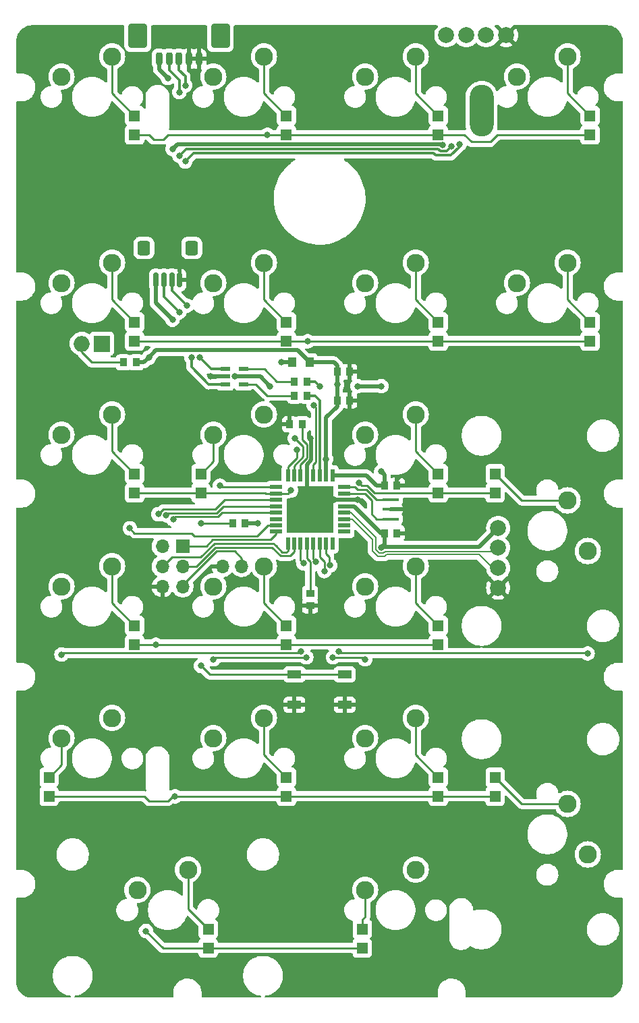
<source format=gbr>
G04 #@! TF.GenerationSoftware,KiCad,Pcbnew,(6.0.1)*
G04 #@! TF.CreationDate,2022-02-07T14:39:17-05:00*
G04 #@! TF.ProjectId,nt210,6e743231-302e-46b6-9963-61645f706362,rev?*
G04 #@! TF.SameCoordinates,Original*
G04 #@! TF.FileFunction,Copper,L2,Bot*
G04 #@! TF.FilePolarity,Positive*
%FSLAX46Y46*%
G04 Gerber Fmt 4.6, Leading zero omitted, Abs format (unit mm)*
G04 Created by KiCad (PCBNEW (6.0.1)) date 2022-02-07 14:39:17*
%MOMM*%
%LPD*%
G01*
G04 APERTURE LIST*
G04 Aperture macros list*
%AMRoundRect*
0 Rectangle with rounded corners*
0 $1 Rounding radius*
0 $2 $3 $4 $5 $6 $7 $8 $9 X,Y pos of 4 corners*
0 Add a 4 corners polygon primitive as box body*
4,1,4,$2,$3,$4,$5,$6,$7,$8,$9,$2,$3,0*
0 Add four circle primitives for the rounded corners*
1,1,$1+$1,$2,$3*
1,1,$1+$1,$4,$5*
1,1,$1+$1,$6,$7*
1,1,$1+$1,$8,$9*
0 Add four rect primitives between the rounded corners*
20,1,$1+$1,$2,$3,$4,$5,0*
20,1,$1+$1,$4,$5,$6,$7,0*
20,1,$1+$1,$6,$7,$8,$9,0*
20,1,$1+$1,$8,$9,$2,$3,0*%
G04 Aperture macros list end*
G04 #@! TA.AperFunction,ComponentPad*
%ADD10C,2.000000*%
G04 #@! TD*
G04 #@! TA.AperFunction,ComponentPad*
%ADD11C,2.286000*%
G04 #@! TD*
G04 #@! TA.AperFunction,ComponentPad*
%ADD12O,3.000000X6.500000*%
G04 #@! TD*
G04 #@! TA.AperFunction,ComponentPad*
%ADD13R,2.000000X2.000000*%
G04 #@! TD*
G04 #@! TA.AperFunction,ComponentPad*
%ADD14O,2.000000X2.000000*%
G04 #@! TD*
G04 #@! TA.AperFunction,ComponentPad*
%ADD15O,1.700000X1.700000*%
G04 #@! TD*
G04 #@! TA.AperFunction,SMDPad,CuDef*
%ADD16R,0.900000X1.000000*%
G04 #@! TD*
G04 #@! TA.AperFunction,SMDPad,CuDef*
%ADD17R,1.400000X1.400000*%
G04 #@! TD*
G04 #@! TA.AperFunction,SMDPad,CuDef*
%ADD18R,1.600000X0.550000*%
G04 #@! TD*
G04 #@! TA.AperFunction,SMDPad,CuDef*
%ADD19R,0.550000X1.600000*%
G04 #@! TD*
G04 #@! TA.AperFunction,SMDPad,CuDef*
%ADD20R,1.700000X1.000000*%
G04 #@! TD*
G04 #@! TA.AperFunction,SMDPad,CuDef*
%ADD21RoundRect,0.150000X-0.150000X-0.775000X0.150000X-0.775000X0.150000X0.775000X-0.150000X0.775000X0*%
G04 #@! TD*
G04 #@! TA.AperFunction,SMDPad,CuDef*
%ADD22RoundRect,0.332800X-0.467200X-0.567200X0.467200X-0.567200X0.467200X0.567200X-0.467200X0.567200X0*%
G04 #@! TD*
G04 #@! TA.AperFunction,SMDPad,CuDef*
%ADD23R,1.000000X1.300000*%
G04 #@! TD*
G04 #@! TA.AperFunction,SMDPad,CuDef*
%ADD24R,1.200000X0.600000*%
G04 #@! TD*
G04 #@! TA.AperFunction,SMDPad,CuDef*
%ADD25R,1.000000X0.900000*%
G04 #@! TD*
G04 #@! TA.AperFunction,ComponentPad*
%ADD26R,1.700000X1.700000*%
G04 #@! TD*
G04 #@! TA.AperFunction,SMDPad,CuDef*
%ADD27R,2.000000X0.400000*%
G04 #@! TD*
G04 #@! TA.AperFunction,SMDPad,CuDef*
%ADD28RoundRect,0.200000X-0.200000X-0.575000X0.200000X-0.575000X0.200000X0.575000X-0.200000X0.575000X0*%
G04 #@! TD*
G04 #@! TA.AperFunction,SMDPad,CuDef*
%ADD29RoundRect,0.279763X-0.895237X-1.220237X0.895237X-1.220237X0.895237X1.220237X-0.895237X1.220237X0*%
G04 #@! TD*
G04 #@! TA.AperFunction,ViaPad*
%ADD30C,0.800000*%
G04 #@! TD*
G04 #@! TA.AperFunction,Conductor*
%ADD31C,0.250000*%
G04 #@! TD*
G04 #@! TA.AperFunction,Conductor*
%ADD32C,0.500000*%
G04 #@! TD*
G04 #@! TA.AperFunction,Conductor*
%ADD33C,0.300000*%
G04 #@! TD*
G04 #@! TA.AperFunction,Conductor*
%ADD34C,0.200000*%
G04 #@! TD*
G04 APERTURE END LIST*
D10*
X60502800Y-63652400D03*
X53995353Y-1785931D03*
X56495353Y-1785931D03*
X58995353Y-1785931D03*
X61495353Y-1785931D03*
D11*
X31115000Y-4445000D03*
X24765000Y-6985000D03*
X21590008Y-106545008D03*
X15240008Y-109085008D03*
D12*
X58425000Y-11275000D03*
D11*
X31115008Y-87495008D03*
X24765008Y-90035008D03*
X12065008Y-49395008D03*
X5715008Y-51935008D03*
X12065008Y-87495008D03*
X5715008Y-90035008D03*
X50165008Y-106545008D03*
X43815008Y-109085008D03*
D10*
X60502800Y-66152400D03*
X60502800Y-68652400D03*
D11*
X12065000Y-4445000D03*
X5715000Y-6985000D03*
X50165008Y-30345008D03*
X43815008Y-32885008D03*
D13*
X10795008Y-40505008D03*
D14*
X8255008Y-40505008D03*
D15*
X25908000Y-68453000D03*
D11*
X12065008Y-30345008D03*
X5715008Y-32885008D03*
X50165008Y-87495008D03*
X43815008Y-90035008D03*
X71755008Y-66540008D03*
X69215008Y-60190008D03*
X50165008Y-68445008D03*
X43815008Y-70985008D03*
X31115008Y-49395008D03*
X24765008Y-51935008D03*
X69215008Y-30345008D03*
X62865008Y-32885008D03*
X69215000Y-4445000D03*
X62865000Y-6985000D03*
X31115008Y-30345008D03*
X24765008Y-32885008D03*
X50165008Y-49395008D03*
X43815008Y-51935008D03*
X31115008Y-68445008D03*
X24765008Y-70985008D03*
X71755008Y-104640008D03*
X69215008Y-98290008D03*
D10*
X60502800Y-71152400D03*
D11*
X12065008Y-68445008D03*
X5715008Y-70985008D03*
D15*
X28321000Y-68453000D03*
D11*
X50165000Y-4445000D03*
X43815000Y-6985000D03*
D16*
X40289089Y-44053154D03*
X41864089Y-44053154D03*
D17*
X33932841Y-97346934D03*
X33932841Y-94946934D03*
X52982857Y-59246902D03*
X52982857Y-56846902D03*
D18*
X41159398Y-58517231D03*
X41159398Y-59317231D03*
X41159398Y-60117231D03*
X41159398Y-60917231D03*
X41159398Y-61717231D03*
X41159398Y-62517231D03*
X41159398Y-63317231D03*
X41159398Y-64117231D03*
D19*
X39709398Y-65567231D03*
X38909398Y-65567231D03*
X38109398Y-65567231D03*
X37309398Y-65567231D03*
X36509398Y-65567231D03*
X35709398Y-65567231D03*
X34909398Y-65567231D03*
X34109398Y-65567231D03*
D18*
X32659398Y-64117231D03*
X32659398Y-63317231D03*
X32659398Y-62517231D03*
X32659398Y-61717231D03*
X32659398Y-60917231D03*
X32659398Y-60117231D03*
X32659398Y-59317231D03*
X32659398Y-58517231D03*
D19*
X34109398Y-57067231D03*
X34909398Y-57067231D03*
X35709398Y-57067231D03*
X36509398Y-57067231D03*
X37309398Y-57067231D03*
X38109398Y-57067231D03*
X38909398Y-57067231D03*
X39709398Y-57067231D03*
D20*
X34950024Y-85839125D03*
X41250024Y-85839125D03*
X41250024Y-82039125D03*
X34950024Y-82039125D03*
D17*
X14882825Y-78296918D03*
X14882825Y-75896918D03*
D16*
X40289089Y-47625032D03*
X41864089Y-47625032D03*
D21*
X17550008Y-32510955D03*
X18550008Y-32510955D03*
X19550008Y-32510955D03*
X20550008Y-32510955D03*
D22*
X22050008Y-28485955D03*
X16050008Y-28485955D03*
D23*
X36818772Y-42862528D03*
X34618772Y-42862528D03*
D16*
X35910959Y-50601597D03*
X34335959Y-50601597D03*
D17*
X33932841Y-40196886D03*
X33932841Y-37796886D03*
X33932833Y-14296878D03*
X33932833Y-11896878D03*
X24130008Y-116396950D03*
X24130008Y-113996950D03*
D16*
X27192203Y-63103170D03*
X28767203Y-63103170D03*
D24*
X26234390Y-45598467D03*
X26234390Y-44648467D03*
X26234390Y-43698467D03*
X28534390Y-43698467D03*
X28534390Y-44648467D03*
X28534390Y-45598467D03*
D17*
X43457849Y-116396950D03*
X43457849Y-113996950D03*
X52982857Y-40196886D03*
X52982857Y-37796886D03*
X14882825Y-40196886D03*
X14882825Y-37796886D03*
X72032865Y-14296878D03*
X72032865Y-11896878D03*
X52982857Y-78296918D03*
X52982857Y-75896918D03*
X60126613Y-59246902D03*
X60126613Y-56846902D03*
X4167191Y-97346934D03*
X4167191Y-94946934D03*
X60126613Y-97346934D03*
X60126613Y-94946934D03*
X23217207Y-59246902D03*
X23217207Y-56846902D03*
D25*
X36909398Y-73415678D03*
X36909398Y-71840678D03*
D17*
X14882825Y-59246902D03*
X14882825Y-56846902D03*
X52982857Y-97346934D03*
X52982857Y-94946934D03*
X33932841Y-78296918D03*
X33932841Y-75896918D03*
D26*
X20915321Y-65920987D03*
D15*
X18375321Y-65920987D03*
X20915321Y-68460987D03*
X18375321Y-68460987D03*
X20915321Y-71000987D03*
X18375321Y-71000987D03*
D16*
X36506272Y-45243780D03*
X34931272Y-45243780D03*
D17*
X72032873Y-40196886D03*
X72032873Y-37796886D03*
D16*
X15075004Y-42862528D03*
X13500004Y-42862528D03*
D17*
X14882817Y-14296878D03*
X14882817Y-11896878D03*
D16*
X36506272Y-47029719D03*
X34931272Y-47029719D03*
X46242219Y-58340666D03*
X47817219Y-58340666D03*
D27*
X47029719Y-60117231D03*
X47029719Y-62517231D03*
X47029719Y-61317231D03*
D28*
X17975008Y-4750008D03*
X19225008Y-4750008D03*
X20475008Y-4750008D03*
X21725008Y-4750008D03*
X22975008Y-4750008D03*
D29*
X25650008Y-1875008D03*
X15300008Y-1875008D03*
D16*
X46242219Y-64293796D03*
X47817219Y-64293796D03*
D17*
X52982849Y-14296878D03*
X52982849Y-11896878D03*
D30*
X36314085Y-58935979D03*
X32742207Y-51196910D03*
X39885963Y-60126605D03*
X42862528Y-60126605D03*
X50006284Y-57150040D03*
X36910378Y-52387536D03*
X20190821Y-75604743D03*
X22026573Y-32146894D03*
X49410971Y-61317231D03*
X40481284Y-73223499D03*
X25598451Y-4762496D03*
X24407825Y-44648467D03*
X40289089Y-45646906D03*
X16668756Y-42267215D03*
X45839093Y-66079735D03*
X45839093Y-56554727D03*
X38909398Y-54982849D03*
X45839093Y-45839093D03*
X30360955Y-63103170D03*
X42862528Y-45839093D03*
X27433892Y-44648467D03*
X53578170Y-15596380D03*
X19645321Y-37504711D03*
X19050008Y-7143748D03*
X31839508Y-45839093D03*
X33337520Y-42862528D03*
X19645321Y-16073443D03*
X21244321Y-8077605D03*
X21431260Y-35718772D03*
X21244321Y-17629698D03*
X23031425Y-42269008D03*
X55641739Y-15446801D03*
X20494821Y-8929687D03*
X54675065Y-15700860D03*
X22031948Y-42261840D03*
X20494821Y-36568272D03*
X20494821Y-16922943D03*
X25598451Y-58340666D03*
X23217199Y-80962560D03*
X23217199Y-63103170D03*
X5715008Y-79533820D03*
X35718772Y-79176621D03*
X36099443Y-68080317D03*
X24765008Y-80129117D03*
X37633898Y-67865674D03*
X36425527Y-79883376D03*
X39774521Y-79883376D03*
X38695337Y-69056300D03*
X43815008Y-80129101D03*
X39419837Y-68349545D03*
X40481276Y-79176621D03*
X71729600Y-79400400D03*
X14287504Y-63698483D03*
X34984898Y-52387536D03*
X31560955Y-14296878D03*
X36598475Y-40196886D03*
X35249468Y-53793841D03*
X34528146Y-58935979D03*
X43039745Y-58020330D03*
X17548459Y-78296918D03*
X17859382Y-61912544D03*
X18858347Y-62041731D03*
X19956244Y-97346934D03*
X19718320Y-62551094D03*
X16306800Y-114249200D03*
X38100024Y-45839093D03*
X37359898Y-48220345D03*
D31*
X35910959Y-52579723D02*
X35910959Y-50601597D01*
X35709398Y-55664594D02*
X36485838Y-54888154D01*
X35709398Y-57067231D02*
X35709398Y-55664594D01*
X36485838Y-53154602D02*
X35910959Y-52579723D01*
X36485838Y-54888154D02*
X36485838Y-53154602D01*
D32*
X47817219Y-58340666D02*
X47817219Y-57553166D01*
X36909398Y-73415678D02*
X40289105Y-73415678D01*
D33*
X22975008Y-4625008D02*
X25460963Y-4625008D01*
D32*
X26234390Y-44648467D02*
X24407825Y-44648467D01*
X47029719Y-61317231D02*
X49410971Y-61317231D01*
X37060358Y-52537516D02*
X37060358Y-55126127D01*
X40289105Y-73415678D02*
X40481284Y-73223499D01*
X37060358Y-55126127D02*
X36509398Y-55677087D01*
X47817219Y-57553166D02*
X48220345Y-57150040D01*
D33*
X21725008Y-4625008D02*
X22975008Y-4625008D01*
D32*
X39895337Y-60117231D02*
X39885963Y-60126605D01*
X34335959Y-50601597D02*
X33337520Y-50601597D01*
X33337520Y-50601597D02*
X32742207Y-51196910D01*
X36509398Y-55677087D02*
X36509398Y-57067231D01*
X36509398Y-58740666D02*
X36314085Y-58935979D01*
D33*
X25460963Y-4625008D02*
X25598451Y-4762496D01*
D32*
X41159398Y-60117231D02*
X42853154Y-60117231D01*
X36509398Y-57067231D02*
X36509398Y-58740666D01*
X20550008Y-32510955D02*
X21662512Y-32510955D01*
X41159398Y-60117231D02*
X39895337Y-60117231D01*
X42853154Y-60117231D02*
X42862528Y-60126605D01*
X48220345Y-57150040D02*
X50006284Y-57150040D01*
X21662512Y-32510955D02*
X22026573Y-32146894D01*
X36910378Y-52387536D02*
X37060358Y-52537516D01*
X45243780Y-58340666D02*
X43970345Y-57067231D01*
X35302641Y-41346397D02*
X17589574Y-41346397D01*
X40289089Y-44053154D02*
X40289089Y-43265654D01*
X46242219Y-65676609D02*
X45839093Y-66079735D01*
X38909398Y-54982849D02*
X38909398Y-49792223D01*
X58115200Y-66040000D02*
X45878828Y-66040000D01*
X16668756Y-42267215D02*
X16073443Y-42862528D01*
X16073443Y-42862528D02*
X15075004Y-42862528D01*
X60502800Y-63652400D02*
X58115200Y-66040000D01*
X45878828Y-66040000D02*
X45839093Y-66079735D01*
X42462528Y-60917231D02*
X41159398Y-60917231D01*
X46242219Y-64293796D02*
X46242219Y-65676609D01*
X45839093Y-64293796D02*
X42462528Y-60917231D01*
X40289089Y-43265654D02*
X39885963Y-42862528D01*
X40289089Y-48412532D02*
X40289089Y-47625032D01*
X36818772Y-42862528D02*
X35302641Y-41346397D01*
X38909398Y-49792223D02*
X40289089Y-48412532D01*
X43970345Y-57067231D02*
X39709398Y-57067231D01*
X17589574Y-41346397D02*
X16668756Y-42267215D01*
X46242219Y-58340666D02*
X46242219Y-56957853D01*
X40289089Y-45646906D02*
X40289089Y-47625032D01*
X45839093Y-45839093D02*
X42862528Y-45839093D01*
X46242219Y-56957853D02*
X45839093Y-56554727D01*
X28767203Y-63103170D02*
X30360955Y-63103170D01*
X39885963Y-42862528D02*
X36818772Y-42862528D01*
X46242219Y-58340666D02*
X45243780Y-58340666D01*
X46242219Y-64293796D02*
X45839093Y-64293796D01*
X40289089Y-44053154D02*
X40289089Y-45646906D01*
X38909398Y-57067231D02*
X38909398Y-54982849D01*
X33337520Y-42862528D02*
X34618772Y-42862528D01*
X30648882Y-44648467D02*
X31839508Y-45839093D01*
X17550008Y-35409398D02*
X19645321Y-37504711D01*
X27433892Y-44648467D02*
X28534390Y-44648467D01*
X53459928Y-15478138D02*
X20240626Y-15478138D01*
X17550008Y-32510955D02*
X17550008Y-35409398D01*
X53578170Y-15596380D02*
X53459928Y-15478138D01*
X17975008Y-6068748D02*
X19050008Y-7143748D01*
X17975008Y-4625008D02*
X17975008Y-6068748D01*
X28534390Y-44648467D02*
X30648882Y-44648467D01*
X20240626Y-15478138D02*
X19645321Y-16073443D01*
D33*
X53754816Y-16845410D02*
X52655776Y-16845410D01*
X55641739Y-15794156D02*
X54590485Y-16845410D01*
D34*
X45549345Y-66779246D02*
X46128841Y-66779246D01*
D33*
X24460884Y-43698467D02*
X23031425Y-42269008D01*
D34*
X45139582Y-66369483D02*
X45549345Y-66779246D01*
D33*
X20475008Y-6187496D02*
X21244321Y-6956809D01*
X54590485Y-16845410D02*
X53754816Y-16845410D01*
X55641739Y-15446801D02*
X55641739Y-15794156D01*
X20475008Y-4625008D02*
X20475008Y-6187496D01*
D34*
X45139582Y-64823393D02*
X45139582Y-66369483D01*
X46128841Y-66779246D02*
X46318567Y-66589520D01*
X46318567Y-66589520D02*
X60065680Y-66589520D01*
D33*
X19550008Y-33837520D02*
X21431260Y-35718772D01*
X19550008Y-32510955D02*
X19550008Y-33837520D01*
X48815666Y-16577178D02*
X22296841Y-16577178D01*
X52387544Y-16577178D02*
X48815666Y-16577178D01*
X26234390Y-43698467D02*
X24460884Y-43698467D01*
X22296841Y-16577178D02*
X21244321Y-17629698D01*
D34*
X42033420Y-61717231D02*
X45139582Y-64823393D01*
X41159398Y-61717231D02*
X42033420Y-61717231D01*
X60065680Y-66589520D02*
X60502800Y-66152400D01*
D33*
X52655776Y-16845410D02*
X52387544Y-16577178D01*
X21244321Y-6956809D02*
X21244321Y-8077605D01*
X22031948Y-42261840D02*
X22031948Y-43463216D01*
X52982857Y-16077658D02*
X21340106Y-16077658D01*
D34*
X46484053Y-66989040D02*
X46264693Y-67208400D01*
X44740062Y-65097895D02*
X42159398Y-62517231D01*
D33*
X20494821Y-7397935D02*
X19225008Y-6128122D01*
X54030034Y-16345891D02*
X53251090Y-16345891D01*
X18550008Y-32510955D02*
X18550008Y-34623459D01*
X21340106Y-16077658D02*
X20494821Y-16922943D01*
X24167199Y-45598467D02*
X26234390Y-45598467D01*
D34*
X60502800Y-68652400D02*
X59762400Y-68652400D01*
X45413493Y-67208400D02*
X44740063Y-66534970D01*
D33*
X18550008Y-34623459D02*
X20494821Y-36568272D01*
X22031948Y-43463216D02*
X24167199Y-45598467D01*
D34*
X59762400Y-68652400D02*
X58099040Y-66989040D01*
D33*
X20494821Y-8929687D02*
X20494821Y-7397935D01*
D34*
X46264693Y-67208400D02*
X45413493Y-67208400D01*
D33*
X54675065Y-15700860D02*
X54030034Y-16345891D01*
D34*
X44740063Y-66534970D02*
X44740062Y-65097895D01*
D33*
X53251090Y-16345891D02*
X52982857Y-16077658D01*
D34*
X42159398Y-62517231D02*
X41159398Y-62517231D01*
D33*
X19225008Y-6128122D02*
X19225008Y-4625008D01*
D34*
X58099040Y-66989040D02*
X46484053Y-66989040D01*
D31*
X32659398Y-64117231D02*
X32659398Y-64376605D01*
X24693727Y-65117711D02*
X31918292Y-65117711D01*
X32659398Y-64376605D02*
X31918292Y-65117711D01*
X20915321Y-65920987D02*
X23890450Y-65920987D01*
X23890450Y-65920987D02*
X24693727Y-65117711D01*
X25003138Y-66079735D02*
X22621886Y-68460987D01*
X33201581Y-67134422D02*
X32146894Y-66079735D01*
X34909398Y-65567231D02*
X34909398Y-66617231D01*
X32146894Y-66079735D02*
X25003138Y-66079735D01*
X34909398Y-66617231D02*
X34392207Y-67134422D01*
X34392207Y-67134422D02*
X33201581Y-67134422D01*
X22621886Y-68460987D02*
X20915321Y-68460987D01*
X18375321Y-68460987D02*
X19565947Y-67270361D01*
X33932833Y-66675048D02*
X34109398Y-66498483D01*
X34109398Y-66498483D02*
X34109398Y-65567231D01*
X32270108Y-65567231D02*
X32596414Y-65893538D01*
X24879924Y-65567231D02*
X32270108Y-65567231D01*
X32596414Y-65893538D02*
X33377924Y-66675048D01*
X23176794Y-67270361D02*
X24879924Y-65567231D01*
X33377924Y-66675048D02*
X33932833Y-66675048D01*
X19565947Y-67270361D02*
X23176794Y-67270361D01*
X25598451Y-58340666D02*
X25775016Y-58517231D01*
X25775016Y-58517231D02*
X32659398Y-58517231D01*
X34950024Y-82039125D02*
X24293764Y-82039125D01*
X25170591Y-66548000D02*
X27432000Y-66548000D01*
X41250024Y-82039125D02*
X34950024Y-82039125D01*
X20915321Y-71000987D02*
X20915321Y-70803270D01*
X27192203Y-63103170D02*
X23217199Y-63103170D01*
X24293764Y-82039125D02*
X23217199Y-80962560D01*
X20915321Y-70803270D02*
X25170591Y-66548000D01*
X28321000Y-67437000D02*
X28321000Y-68453000D01*
X27432000Y-66548000D02*
X28321000Y-67437000D01*
D33*
X38109398Y-47634406D02*
X38109398Y-57067231D01*
X37504711Y-47029719D02*
X38109398Y-47634406D01*
X36506272Y-47029719D02*
X37504711Y-47029719D01*
D31*
X8255008Y-40505008D02*
X8255008Y-41592536D01*
X9525000Y-42862528D02*
X13500004Y-42862528D01*
X8255008Y-41592536D02*
X9525000Y-42862528D01*
X12065000Y-9079061D02*
X12065000Y-4445000D01*
X14882817Y-11896878D02*
X12065000Y-9079061D01*
X35718772Y-79176621D02*
X35573964Y-79321429D01*
X35573964Y-79321429D02*
X5927399Y-79321429D01*
X35709398Y-67690272D02*
X36099443Y-68080317D01*
X35709398Y-65567231D02*
X35709398Y-67690272D01*
X5927399Y-79321429D02*
X5715008Y-79533820D01*
X31115000Y-4445000D02*
X31115000Y-9079045D01*
X31115000Y-9079045D02*
X33932833Y-11896878D01*
X37309398Y-67541174D02*
X37633898Y-67865674D01*
X24992993Y-79901132D02*
X24765008Y-80129117D01*
X36425527Y-79883376D02*
X36407771Y-79901132D01*
X36407771Y-79901132D02*
X24992993Y-79901132D01*
X37309398Y-65567231D02*
X37309398Y-67541174D01*
X50165000Y-9079029D02*
X52982849Y-11896878D01*
X50165000Y-4445000D02*
X50165000Y-9079029D01*
X38100024Y-67270361D02*
X38695337Y-67865674D01*
X38695337Y-67865674D02*
X38695337Y-69056300D01*
X43587039Y-79901132D02*
X43815008Y-80129101D01*
X38109398Y-67260987D02*
X38100024Y-67270361D01*
X39774521Y-79883376D02*
X39792277Y-79901132D01*
X39792277Y-79901132D02*
X43587039Y-79901132D01*
X38109398Y-65567231D02*
X38109398Y-67260987D01*
X38909398Y-66889109D02*
X39290650Y-67270361D01*
X71650629Y-79321429D02*
X41527094Y-79321429D01*
X40626084Y-79321429D02*
X40481276Y-79176621D01*
X40802594Y-79321429D02*
X41527094Y-79321429D01*
X39290650Y-67270361D02*
X39290650Y-68220358D01*
X39290650Y-68220358D02*
X39419837Y-68349545D01*
X71729600Y-79400400D02*
X71650629Y-79321429D01*
X41527094Y-79321429D02*
X40626084Y-79321429D01*
X38909398Y-65567231D02*
X38909398Y-66889109D01*
X12065008Y-34979069D02*
X12065008Y-30345008D01*
X14882825Y-37796886D02*
X12065008Y-34979069D01*
X12065008Y-54029085D02*
X14882825Y-56846902D01*
X12065008Y-49395008D02*
X12065008Y-54029085D01*
X24765008Y-55299101D02*
X24765008Y-51935008D01*
X23217207Y-56846902D02*
X24765008Y-55299101D01*
X60126613Y-56846902D02*
X63469719Y-60190008D01*
X63469719Y-60190008D02*
X69215008Y-60190008D01*
X12065008Y-68445008D02*
X12065008Y-73079101D01*
X12065008Y-73079101D02*
X14882825Y-75896918D01*
X63469687Y-98290008D02*
X60126613Y-94946934D01*
X69215008Y-98290008D02*
X63469687Y-98290008D01*
X24130008Y-113996950D02*
X21590008Y-111456950D01*
X21590008Y-111456950D02*
X21590008Y-106545008D01*
X22400968Y-64668191D02*
X22026573Y-64293796D01*
X32659398Y-63317231D02*
X31609398Y-63317231D01*
X17859382Y-64293796D02*
X14882817Y-64293796D01*
X30258438Y-64668191D02*
X28575016Y-64668191D01*
X22026573Y-64293796D02*
X17859382Y-64293796D01*
X14882817Y-64293796D02*
X14287504Y-63698483D01*
X28575016Y-64668191D02*
X22400968Y-64668191D01*
X31609398Y-63317231D02*
X30258438Y-64668191D01*
X44648467Y-61912544D02*
X44648467Y-60167010D01*
X43798688Y-59317231D02*
X41159398Y-59317231D01*
X45253154Y-62517231D02*
X44648467Y-61912544D01*
X44648467Y-60167010D02*
X43798688Y-59317231D01*
X47029719Y-62517231D02*
X45253154Y-62517231D01*
X43984885Y-58867711D02*
X45234406Y-60117231D01*
X42862528Y-58867711D02*
X43984885Y-58867711D01*
X41159398Y-58517231D02*
X42512048Y-58517231D01*
X42512048Y-58517231D02*
X42862528Y-58867711D01*
X45234406Y-60117231D02*
X47029719Y-60117231D01*
X56262560Y-14296878D02*
X52982849Y-14296878D01*
X17264069Y-14882817D02*
X18473443Y-14882817D01*
X34909398Y-55828876D02*
X34909398Y-57067231D01*
X72032865Y-14296878D02*
X60418788Y-14296878D01*
X14882817Y-14296878D02*
X16678130Y-14296878D01*
X36036318Y-53438956D02*
X36036318Y-54701956D01*
X36036318Y-54701956D02*
X34909398Y-55828876D01*
X57150048Y-15184366D02*
X56262560Y-14296878D01*
X31560955Y-14296878D02*
X33932833Y-14296878D01*
X52982849Y-14296878D02*
X33932833Y-14296878D01*
X16678130Y-14296878D02*
X17264069Y-14882817D01*
X34984898Y-52387536D02*
X36036318Y-53438956D01*
X60418788Y-14296878D02*
X59531300Y-15184366D01*
X18473443Y-14882817D02*
X19059382Y-14296878D01*
X59531300Y-15184366D02*
X57150048Y-15184366D01*
X19059382Y-14296878D02*
X31560955Y-14296878D01*
X34723201Y-55379356D02*
X35249468Y-54853089D01*
X14882825Y-40196886D02*
X33932841Y-40196886D01*
X35249468Y-54853089D02*
X35249468Y-53793841D01*
X34109398Y-55993158D02*
X34723201Y-55379356D01*
X33932841Y-40196886D02*
X36598475Y-40196886D01*
X36598475Y-40196886D02*
X52982857Y-40196886D01*
X52982857Y-40196886D02*
X72032873Y-40196886D01*
X34109398Y-57067231D02*
X34109398Y-55993158D01*
X32659398Y-59317231D02*
X34146894Y-59317231D01*
X34146894Y-59317231D02*
X34528146Y-58935979D01*
X52982857Y-59246902D02*
X60126613Y-59246902D01*
X44999795Y-59246902D02*
X44073356Y-58320463D01*
X14882825Y-59246902D02*
X23217207Y-59246902D01*
X23217207Y-59246902D02*
X31267191Y-59246902D01*
X31267191Y-59246902D02*
X31337520Y-59317231D01*
X44073356Y-58320463D02*
X43339878Y-58320463D01*
X43339878Y-58320463D02*
X43039745Y-58020330D01*
X32659398Y-59317231D02*
X31337520Y-59317231D01*
X52982857Y-59246902D02*
X44999795Y-59246902D01*
X26203138Y-60117231D02*
X25598451Y-60721918D01*
X22026573Y-61317231D02*
X18454695Y-61317231D01*
X17548459Y-78296918D02*
X33932841Y-78296918D01*
X25598451Y-60721918D02*
X25003138Y-61317231D01*
X14882825Y-78296918D02*
X17548459Y-78296918D01*
X18454695Y-61317231D02*
X17859382Y-61912544D01*
X33932841Y-78296918D02*
X52982857Y-78296918D01*
X25003138Y-61317231D02*
X22026573Y-61317231D01*
X32659398Y-60117231D02*
X26203138Y-60117231D01*
X4167191Y-97346934D02*
X16082825Y-97346934D01*
X25618653Y-61337434D02*
X25189335Y-61766751D01*
X52982857Y-97346934D02*
X60126613Y-97346934D01*
X32659398Y-60917231D02*
X26038856Y-60917231D01*
X23812512Y-61766751D02*
X19133327Y-61766751D01*
X25189335Y-61766751D02*
X23812512Y-61766751D01*
X33932841Y-97346934D02*
X52982857Y-97346934D01*
X16668764Y-97932873D02*
X19050016Y-97932873D01*
X19050016Y-97932873D02*
X19645329Y-97337560D01*
X19654703Y-97346934D02*
X19956244Y-97346934D01*
X16082825Y-97346934D02*
X16668764Y-97932873D01*
X26038856Y-60917231D02*
X25618653Y-61337434D01*
X19956244Y-97346934D02*
X33932841Y-97346934D01*
X19645329Y-97337560D02*
X19654703Y-97346934D01*
X19133327Y-61766751D02*
X18858347Y-62041731D01*
X20053143Y-62216271D02*
X19718320Y-62551094D01*
X22026573Y-62216271D02*
X20053143Y-62216271D01*
X25874574Y-61717231D02*
X25638855Y-61952948D01*
X25375532Y-62216271D02*
X22026573Y-62216271D01*
X18454550Y-116396950D02*
X43457849Y-116396950D01*
X32659398Y-61717231D02*
X25874574Y-61717231D01*
X25638855Y-61952948D02*
X25375532Y-62216271D01*
X16306800Y-114249200D02*
X18454550Y-116396950D01*
X43815008Y-112458539D02*
X43815008Y-109085008D01*
X43457849Y-113996950D02*
X43457849Y-112815698D01*
X43457849Y-112815698D02*
X43815008Y-112458539D01*
X5715008Y-93399117D02*
X4167191Y-94946934D01*
X5715008Y-90035008D02*
X5715008Y-93399117D01*
X31115008Y-92129101D02*
X31115008Y-87495008D01*
X33932841Y-94946934D02*
X31115008Y-92129101D01*
X52982857Y-94946934D02*
X50165008Y-92129085D01*
X50165008Y-92129085D02*
X50165008Y-87495008D01*
X31115008Y-68445008D02*
X31115008Y-73079085D01*
X31115008Y-73079085D02*
X33932841Y-75896918D01*
X50165008Y-68445008D02*
X50165008Y-73079069D01*
X50165008Y-73079069D02*
X52982857Y-75896918D01*
X50165008Y-54029053D02*
X50165008Y-49395008D01*
X52982857Y-56846902D02*
X50165008Y-54029053D01*
X69215000Y-4445000D02*
X69215000Y-9079013D01*
X69215000Y-9079013D02*
X72032865Y-11896878D01*
X31115008Y-34979053D02*
X33932841Y-37796886D01*
X31115008Y-30345008D02*
X31115008Y-34979053D01*
X52982857Y-37796886D02*
X50165008Y-34979037D01*
X50165008Y-34979037D02*
X50165008Y-30345008D01*
X69215008Y-34979021D02*
X69215008Y-30345008D01*
X72032873Y-37796886D02*
X69215008Y-34979021D01*
X28534390Y-45598467D02*
X30120329Y-45598467D01*
X31551581Y-47029719D02*
X34931272Y-47029719D01*
X30120329Y-45598467D02*
X31551581Y-47029719D01*
X37634878Y-48495325D02*
X37359898Y-48220345D01*
X37309398Y-55689581D02*
X37634878Y-55364101D01*
X37634878Y-55364101D02*
X37634878Y-48495325D01*
D33*
X36506272Y-45243780D02*
X37504711Y-45243780D01*
X37504711Y-45243780D02*
X38100024Y-45839093D01*
D31*
X37309398Y-57067231D02*
X37309398Y-55689581D01*
X28534390Y-43698467D02*
X31196894Y-43698467D01*
X32742207Y-45243780D02*
X34931272Y-45243780D01*
X31196894Y-43698467D02*
X32742207Y-45243780D01*
X36909398Y-71840678D02*
X36909398Y-67865674D01*
X36509398Y-67465674D02*
X36909398Y-67865674D01*
X36509398Y-65567231D02*
X36509398Y-67465674D01*
G04 #@! TA.AperFunction,Conductor*
G36*
X13558629Y-553010D02*
G01*
X13605122Y-606666D01*
X13616508Y-659008D01*
X13616508Y-3181754D01*
X13616777Y-3186419D01*
X13617977Y-3191616D01*
X13617977Y-3191617D01*
X13638109Y-3278816D01*
X13656559Y-3358732D01*
X13659625Y-3365074D01*
X13711626Y-3472644D01*
X13733527Y-3517950D01*
X13737924Y-3523458D01*
X13742293Y-3528931D01*
X13843858Y-3656158D01*
X13982066Y-3766489D01*
X14141284Y-3843457D01*
X14313597Y-3883239D01*
X14318262Y-3883508D01*
X16281754Y-3883508D01*
X16286419Y-3883239D01*
X16458732Y-3843457D01*
X16617950Y-3766489D01*
X16756158Y-3656158D01*
X16857723Y-3528931D01*
X16862092Y-3523458D01*
X16866489Y-3517950D01*
X16888391Y-3472644D01*
X16940391Y-3365074D01*
X16943457Y-3358732D01*
X16961907Y-3278816D01*
X16982039Y-3191617D01*
X16982039Y-3191616D01*
X16983239Y-3186419D01*
X16983508Y-3181754D01*
X16983508Y-659008D01*
X17003510Y-590887D01*
X17057166Y-544394D01*
X17109508Y-533008D01*
X23840508Y-533008D01*
X23908629Y-553010D01*
X23955122Y-606666D01*
X23966508Y-659008D01*
X23966508Y-3181754D01*
X23966777Y-3186419D01*
X23967977Y-3191616D01*
X23967977Y-3191617D01*
X23988109Y-3278816D01*
X24006559Y-3358732D01*
X24009625Y-3365074D01*
X24061626Y-3472644D01*
X24083527Y-3517950D01*
X24087924Y-3523458D01*
X24092293Y-3528931D01*
X24193858Y-3656158D01*
X24332066Y-3766489D01*
X24491284Y-3843457D01*
X24663597Y-3883239D01*
X24668262Y-3883508D01*
X26631754Y-3883508D01*
X26636419Y-3883239D01*
X26808732Y-3843457D01*
X26967950Y-3766489D01*
X27106158Y-3656158D01*
X27207723Y-3528931D01*
X27212092Y-3523458D01*
X27216489Y-3517950D01*
X27238391Y-3472644D01*
X27290391Y-3365074D01*
X27293457Y-3358732D01*
X27311907Y-3278816D01*
X27332039Y-3191617D01*
X27332039Y-3191616D01*
X27333239Y-3186419D01*
X27333508Y-3181754D01*
X27333508Y-659008D01*
X27353510Y-590887D01*
X27407166Y-544394D01*
X27459508Y-533008D01*
X52808326Y-533008D01*
X52876447Y-553010D01*
X52922940Y-606666D01*
X52933044Y-676940D01*
X52904137Y-740839D01*
X52771177Y-896515D01*
X52768598Y-900723D01*
X52768594Y-900729D01*
X52738345Y-950091D01*
X52647113Y-1098968D01*
X52645220Y-1103538D01*
X52645218Y-1103542D01*
X52639871Y-1116451D01*
X52556248Y-1318337D01*
X52555093Y-1323149D01*
X52503892Y-1536416D01*
X52500818Y-1549220D01*
X52482188Y-1785931D01*
X52500818Y-2022642D01*
X52556248Y-2253525D01*
X52558141Y-2258096D01*
X52558142Y-2258098D01*
X52645125Y-2468094D01*
X52647113Y-2472894D01*
X52649699Y-2477114D01*
X52768594Y-2671133D01*
X52768598Y-2671139D01*
X52771177Y-2675347D01*
X52925384Y-2855900D01*
X52929140Y-2859108D01*
X52949971Y-2876899D01*
X53105937Y-3010107D01*
X53110145Y-3012686D01*
X53110151Y-3012690D01*
X53265675Y-3107995D01*
X53308390Y-3134171D01*
X53312960Y-3136064D01*
X53312964Y-3136066D01*
X53523186Y-3223142D01*
X53527759Y-3225036D01*
X53607962Y-3244291D01*
X53753829Y-3279311D01*
X53753835Y-3279312D01*
X53758642Y-3280466D01*
X53995353Y-3299096D01*
X54232064Y-3280466D01*
X54236871Y-3279312D01*
X54236877Y-3279311D01*
X54382744Y-3244291D01*
X54462947Y-3225036D01*
X54467520Y-3223142D01*
X54677742Y-3136066D01*
X54677746Y-3136064D01*
X54682316Y-3134171D01*
X54725031Y-3107995D01*
X54880555Y-3012690D01*
X54880561Y-3012686D01*
X54884769Y-3010107D01*
X55040735Y-2876899D01*
X55061566Y-2859108D01*
X55065322Y-2855900D01*
X55068530Y-2852144D01*
X55068535Y-2852139D01*
X55149542Y-2757292D01*
X55208992Y-2718482D01*
X55279987Y-2717976D01*
X55341164Y-2757292D01*
X55422171Y-2852139D01*
X55422176Y-2852144D01*
X55425384Y-2855900D01*
X55429140Y-2859108D01*
X55449971Y-2876899D01*
X55605937Y-3010107D01*
X55610145Y-3012686D01*
X55610151Y-3012690D01*
X55765675Y-3107995D01*
X55808390Y-3134171D01*
X55812960Y-3136064D01*
X55812964Y-3136066D01*
X56023186Y-3223142D01*
X56027759Y-3225036D01*
X56107962Y-3244291D01*
X56253829Y-3279311D01*
X56253835Y-3279312D01*
X56258642Y-3280466D01*
X56495353Y-3299096D01*
X56732064Y-3280466D01*
X56736871Y-3279312D01*
X56736877Y-3279311D01*
X56882744Y-3244291D01*
X56962947Y-3225036D01*
X56967520Y-3223142D01*
X57177742Y-3136066D01*
X57177746Y-3136064D01*
X57182316Y-3134171D01*
X57225031Y-3107995D01*
X57380555Y-3012690D01*
X57380561Y-3012686D01*
X57384769Y-3010107D01*
X57540735Y-2876899D01*
X57561566Y-2859108D01*
X57565322Y-2855900D01*
X57568530Y-2852144D01*
X57568535Y-2852139D01*
X57649542Y-2757292D01*
X57708992Y-2718482D01*
X57779987Y-2717976D01*
X57841164Y-2757292D01*
X57922171Y-2852139D01*
X57922176Y-2852144D01*
X57925384Y-2855900D01*
X57929140Y-2859108D01*
X57949971Y-2876899D01*
X58105937Y-3010107D01*
X58110145Y-3012686D01*
X58110151Y-3012690D01*
X58265675Y-3107995D01*
X58308390Y-3134171D01*
X58312960Y-3136064D01*
X58312964Y-3136066D01*
X58523186Y-3223142D01*
X58527759Y-3225036D01*
X58607962Y-3244291D01*
X58753829Y-3279311D01*
X58753835Y-3279312D01*
X58758642Y-3280466D01*
X58995353Y-3299096D01*
X59232064Y-3280466D01*
X59236871Y-3279312D01*
X59236877Y-3279311D01*
X59382744Y-3244291D01*
X59462947Y-3225036D01*
X59467520Y-3223142D01*
X59677742Y-3136066D01*
X59677746Y-3136064D01*
X59682316Y-3134171D01*
X59725031Y-3107995D01*
X59870909Y-3018601D01*
X60627513Y-3018601D01*
X60633240Y-3026251D01*
X60804395Y-3131136D01*
X60813190Y-3135618D01*
X61023341Y-3222665D01*
X61032726Y-3225714D01*
X61253907Y-3278816D01*
X61263654Y-3280359D01*
X61490423Y-3298206D01*
X61500283Y-3298206D01*
X61727052Y-3280359D01*
X61736799Y-3278816D01*
X61957980Y-3225714D01*
X61967365Y-3222665D01*
X62177516Y-3135618D01*
X62186311Y-3131136D01*
X62353798Y-3028499D01*
X62363260Y-3018041D01*
X62359477Y-3009265D01*
X61508165Y-2157953D01*
X61494221Y-2150339D01*
X61492388Y-2150470D01*
X61485773Y-2154721D01*
X60634273Y-3006221D01*
X60627513Y-3018601D01*
X59870909Y-3018601D01*
X59880555Y-3012690D01*
X59880561Y-3012686D01*
X59884769Y-3010107D01*
X60040735Y-2876899D01*
X60061566Y-2859108D01*
X60065322Y-2855900D01*
X60122979Y-2788393D01*
X60204106Y-2693405D01*
X60250039Y-2659529D01*
X60272021Y-2650053D01*
X61123331Y-1798743D01*
X61129709Y-1787063D01*
X61859761Y-1787063D01*
X61859892Y-1788896D01*
X61864143Y-1795511D01*
X62715643Y-2647011D01*
X62728023Y-2653771D01*
X62735673Y-2648044D01*
X62840558Y-2476889D01*
X62845040Y-2468094D01*
X62932087Y-2257943D01*
X62935136Y-2248558D01*
X62988238Y-2027377D01*
X62989781Y-2017630D01*
X63007628Y-1790861D01*
X63007628Y-1781001D01*
X62989781Y-1554232D01*
X62988238Y-1544485D01*
X62935136Y-1323304D01*
X62932087Y-1313919D01*
X62845040Y-1103768D01*
X62840558Y-1094973D01*
X62737921Y-927486D01*
X62727463Y-918024D01*
X62718687Y-921807D01*
X61867375Y-1773119D01*
X61859761Y-1787063D01*
X61129709Y-1787063D01*
X61130945Y-1784799D01*
X61130814Y-1782966D01*
X61126563Y-1776351D01*
X60275063Y-924851D01*
X60236705Y-903905D01*
X60201281Y-875149D01*
X60086569Y-740839D01*
X60057538Y-676049D01*
X60068143Y-605849D01*
X60115018Y-552527D01*
X60182380Y-533008D01*
X60549450Y-533008D01*
X60617571Y-553010D01*
X60638545Y-569913D01*
X61482541Y-1413909D01*
X61496485Y-1421523D01*
X61498318Y-1421392D01*
X61504933Y-1417141D01*
X62352161Y-569913D01*
X62414473Y-535887D01*
X62441256Y-533008D01*
X74125680Y-533008D01*
X74145065Y-534508D01*
X74159866Y-536813D01*
X74159869Y-536813D01*
X74168738Y-538194D01*
X74185007Y-536067D01*
X74209575Y-535274D01*
X74426774Y-549510D01*
X74443114Y-551661D01*
X74503121Y-563597D01*
X74682481Y-599274D01*
X74698391Y-603537D01*
X74861804Y-659008D01*
X74929492Y-681985D01*
X74944718Y-688292D01*
X75163600Y-796232D01*
X75177874Y-804473D01*
X75380791Y-940058D01*
X75393866Y-950091D01*
X75577355Y-1111006D01*
X75589010Y-1122661D01*
X75749925Y-1306150D01*
X75759958Y-1319225D01*
X75895543Y-1522142D01*
X75903784Y-1536416D01*
X76011724Y-1755298D01*
X76018030Y-1770522D01*
X76096479Y-2001625D01*
X76100742Y-2017535D01*
X76124549Y-2137220D01*
X76148355Y-2256902D01*
X76150506Y-2273242D01*
X76164272Y-2483276D01*
X76163247Y-2506312D01*
X76163204Y-2509862D01*
X76161822Y-2518738D01*
X76163646Y-2532686D01*
X76165944Y-2550259D01*
X76167008Y-2566597D01*
X76167008Y-6440508D01*
X76147006Y-6508629D01*
X76093350Y-6555122D01*
X76041008Y-6566508D01*
X75458654Y-6566508D01*
X75456329Y-6566681D01*
X75456323Y-6566681D01*
X75269008Y-6580601D01*
X75269004Y-6580602D01*
X75264356Y-6580947D01*
X75259808Y-6581976D01*
X75259802Y-6581977D01*
X75117161Y-6614254D01*
X75009431Y-6638631D01*
X75005079Y-6640323D01*
X75005077Y-6640324D01*
X74770184Y-6731668D01*
X74770181Y-6731669D01*
X74765831Y-6733361D01*
X74761777Y-6735678D01*
X74761775Y-6735679D01*
X74748499Y-6743267D01*
X74538910Y-6863057D01*
X74333651Y-7024870D01*
X74154565Y-7215245D01*
X74005584Y-7429999D01*
X74003518Y-7434189D01*
X74003516Y-7434192D01*
X73892095Y-7660133D01*
X73889983Y-7664415D01*
X73888561Y-7668858D01*
X73888560Y-7668860D01*
X73865370Y-7741307D01*
X73810301Y-7913343D01*
X73768287Y-8171315D01*
X73767193Y-8254928D01*
X73765389Y-8392743D01*
X73764866Y-8432663D01*
X73800112Y-8691646D01*
X73801420Y-8696132D01*
X73801420Y-8696134D01*
X73816049Y-8746322D01*
X73873251Y-8942575D01*
X73982676Y-9179936D01*
X74004297Y-9212914D01*
X74123418Y-9394604D01*
X74123422Y-9394609D01*
X74125984Y-9398517D01*
X74300026Y-9593514D01*
X74500978Y-9760645D01*
X74504981Y-9763074D01*
X74720430Y-9893812D01*
X74720434Y-9893814D01*
X74724427Y-9896237D01*
X74965463Y-9997311D01*
X75218791Y-10061649D01*
X75223442Y-10062117D01*
X75223446Y-10062118D01*
X75416316Y-10081539D01*
X75435875Y-10083508D01*
X76041008Y-10083508D01*
X76109129Y-10103510D01*
X76155622Y-10157166D01*
X76167008Y-10209508D01*
X76167008Y-31440508D01*
X76147006Y-31508629D01*
X76093350Y-31555122D01*
X76041008Y-31566508D01*
X75458654Y-31566508D01*
X75456329Y-31566681D01*
X75456323Y-31566681D01*
X75269008Y-31580601D01*
X75269004Y-31580602D01*
X75264356Y-31580947D01*
X75259808Y-31581976D01*
X75259802Y-31581977D01*
X75073407Y-31624155D01*
X75009431Y-31638631D01*
X75005079Y-31640323D01*
X75005077Y-31640324D01*
X74770184Y-31731668D01*
X74770181Y-31731669D01*
X74765831Y-31733361D01*
X74538910Y-31863057D01*
X74333651Y-32024870D01*
X74154565Y-32215245D01*
X74005584Y-32429999D01*
X74003518Y-32434189D01*
X74003516Y-32434192D01*
X73911371Y-32621045D01*
X73889983Y-32664415D01*
X73810301Y-32913343D01*
X73768287Y-33171315D01*
X73764866Y-33432663D01*
X73800112Y-33691646D01*
X73801420Y-33696132D01*
X73801420Y-33696134D01*
X73821106Y-33763672D01*
X73873251Y-33942575D01*
X73982676Y-34179936D01*
X73985239Y-34183845D01*
X74123418Y-34394604D01*
X74123422Y-34394609D01*
X74125984Y-34398517D01*
X74300026Y-34593514D01*
X74500978Y-34760645D01*
X74504981Y-34763074D01*
X74720430Y-34893812D01*
X74720434Y-34893814D01*
X74724427Y-34896237D01*
X74965463Y-34997311D01*
X75218791Y-35061649D01*
X75223442Y-35062117D01*
X75223446Y-35062118D01*
X75416316Y-35081539D01*
X75435875Y-35083508D01*
X76041008Y-35083508D01*
X76109129Y-35103510D01*
X76155622Y-35157166D01*
X76167008Y-35209508D01*
X76167008Y-57440508D01*
X76147006Y-57508629D01*
X76093350Y-57555122D01*
X76041008Y-57566508D01*
X75458654Y-57566508D01*
X75456329Y-57566681D01*
X75456323Y-57566681D01*
X75269008Y-57580601D01*
X75269004Y-57580602D01*
X75264356Y-57580947D01*
X75259808Y-57581976D01*
X75259802Y-57581977D01*
X75124762Y-57612534D01*
X75009431Y-57638631D01*
X75005079Y-57640323D01*
X75005077Y-57640324D01*
X74770184Y-57731668D01*
X74770181Y-57731669D01*
X74765831Y-57733361D01*
X74538910Y-57863057D01*
X74333651Y-58024870D01*
X74154565Y-58215245D01*
X74051736Y-58363471D01*
X74027065Y-58399035D01*
X74005584Y-58429999D01*
X74003518Y-58434189D01*
X74003516Y-58434192D01*
X73910975Y-58621848D01*
X73889983Y-58664415D01*
X73888561Y-58668858D01*
X73888560Y-58668860D01*
X73873295Y-58716548D01*
X73810301Y-58913343D01*
X73768287Y-59171315D01*
X73764866Y-59432663D01*
X73800112Y-59691646D01*
X73801420Y-59696132D01*
X73801420Y-59696134D01*
X73821106Y-59763672D01*
X73873251Y-59942575D01*
X73875211Y-59946828D01*
X73875212Y-59946829D01*
X73877980Y-59952834D01*
X73982676Y-60179936D01*
X73996789Y-60201462D01*
X74123418Y-60394604D01*
X74123422Y-60394609D01*
X74125984Y-60398517D01*
X74300026Y-60593514D01*
X74500978Y-60760645D01*
X74504981Y-60763074D01*
X74720430Y-60893812D01*
X74720434Y-60893814D01*
X74724427Y-60896237D01*
X74965463Y-60997311D01*
X75218791Y-61061649D01*
X75223442Y-61062117D01*
X75223446Y-61062118D01*
X75416316Y-61081539D01*
X75435875Y-61083508D01*
X76041008Y-61083508D01*
X76109129Y-61103510D01*
X76155622Y-61157166D01*
X76167008Y-61209508D01*
X76167008Y-80440508D01*
X76147006Y-80508629D01*
X76093350Y-80555122D01*
X76041008Y-80566508D01*
X75458654Y-80566508D01*
X75456329Y-80566681D01*
X75456323Y-80566681D01*
X75269008Y-80580601D01*
X75269004Y-80580602D01*
X75264356Y-80580947D01*
X75259808Y-80581976D01*
X75259802Y-80581977D01*
X75073407Y-80624155D01*
X75009431Y-80638631D01*
X75005079Y-80640323D01*
X75005077Y-80640324D01*
X74770184Y-80731668D01*
X74770181Y-80731669D01*
X74765831Y-80733361D01*
X74761777Y-80735678D01*
X74761775Y-80735679D01*
X74730107Y-80753779D01*
X74538910Y-80863057D01*
X74333651Y-81024870D01*
X74154565Y-81215245D01*
X74005584Y-81429999D01*
X74003518Y-81434189D01*
X74003516Y-81434192D01*
X73903742Y-81636515D01*
X73889983Y-81664415D01*
X73888561Y-81668858D01*
X73888560Y-81668860D01*
X73811728Y-81908885D01*
X73810301Y-81913343D01*
X73768287Y-82171315D01*
X73764866Y-82432663D01*
X73800112Y-82691646D01*
X73801420Y-82696132D01*
X73801420Y-82696134D01*
X73816037Y-82746283D01*
X73873251Y-82942575D01*
X73982676Y-83179936D01*
X73985239Y-83183845D01*
X74123418Y-83394604D01*
X74123422Y-83394609D01*
X74125984Y-83398517D01*
X74300026Y-83593514D01*
X74500978Y-83760645D01*
X74504981Y-83763074D01*
X74720430Y-83893812D01*
X74720434Y-83893814D01*
X74724427Y-83896237D01*
X74965463Y-83997311D01*
X75218791Y-84061649D01*
X75223442Y-84062117D01*
X75223446Y-84062118D01*
X75416316Y-84081539D01*
X75435875Y-84083508D01*
X76041008Y-84083508D01*
X76109129Y-84103510D01*
X76155622Y-84157166D01*
X76167008Y-84209508D01*
X76167008Y-106440508D01*
X76147006Y-106508629D01*
X76093350Y-106555122D01*
X76041008Y-106566508D01*
X75458654Y-106566508D01*
X75456329Y-106566681D01*
X75456323Y-106566681D01*
X75269008Y-106580601D01*
X75269004Y-106580602D01*
X75264356Y-106580947D01*
X75259808Y-106581976D01*
X75259802Y-106581977D01*
X75073407Y-106624155D01*
X75009431Y-106638631D01*
X75005079Y-106640323D01*
X75005077Y-106640324D01*
X74770184Y-106731668D01*
X74770181Y-106731669D01*
X74765831Y-106733361D01*
X74538910Y-106863057D01*
X74333651Y-107024870D01*
X74154565Y-107215245D01*
X74005584Y-107429999D01*
X74003518Y-107434189D01*
X74003516Y-107434192D01*
X73929650Y-107583979D01*
X73889983Y-107664415D01*
X73888561Y-107668858D01*
X73888560Y-107668860D01*
X73863226Y-107748003D01*
X73810301Y-107913343D01*
X73768287Y-108171315D01*
X73767745Y-108212719D01*
X73766172Y-108332924D01*
X73764866Y-108432663D01*
X73800112Y-108691646D01*
X73801420Y-108696132D01*
X73801420Y-108696134D01*
X73821106Y-108763672D01*
X73873251Y-108942575D01*
X73982676Y-109179936D01*
X73985239Y-109183845D01*
X74123418Y-109394604D01*
X74123422Y-109394609D01*
X74125984Y-109398517D01*
X74300026Y-109593514D01*
X74500978Y-109760645D01*
X74504981Y-109763074D01*
X74720430Y-109893812D01*
X74720434Y-109893814D01*
X74724427Y-109896237D01*
X74965463Y-109997311D01*
X75218791Y-110061649D01*
X75223442Y-110062117D01*
X75223446Y-110062118D01*
X75416316Y-110081539D01*
X75435875Y-110083508D01*
X76041008Y-110083508D01*
X76109129Y-110103510D01*
X76155622Y-110157166D01*
X76167008Y-110209508D01*
X76167008Y-120575680D01*
X76165508Y-120595065D01*
X76163530Y-120607771D01*
X76161822Y-120618738D01*
X76163949Y-120635007D01*
X76164742Y-120659575D01*
X76150506Y-120876774D01*
X76148355Y-120893114D01*
X76100743Y-121132478D01*
X76096479Y-121148391D01*
X76072158Y-121220040D01*
X76018031Y-121379492D01*
X76011724Y-121394718D01*
X75903784Y-121613600D01*
X75895543Y-121627874D01*
X75759958Y-121830791D01*
X75749925Y-121843866D01*
X75589010Y-122027355D01*
X75577355Y-122039010D01*
X75393866Y-122199925D01*
X75380791Y-122209958D01*
X75177874Y-122345543D01*
X75163600Y-122353784D01*
X74944718Y-122461724D01*
X74929494Y-122468030D01*
X74698391Y-122546479D01*
X74682481Y-122550742D01*
X74640318Y-122559129D01*
X74443114Y-122598355D01*
X74426774Y-122600506D01*
X74216740Y-122614272D01*
X74193704Y-122613247D01*
X74190154Y-122613204D01*
X74181278Y-122611822D01*
X74152770Y-122615550D01*
X74149757Y-122615944D01*
X74133419Y-122617008D01*
X56559508Y-122617008D01*
X56491387Y-122597006D01*
X56444894Y-122543350D01*
X56433508Y-122491008D01*
X56433508Y-121908654D01*
X56431582Y-121882737D01*
X56419415Y-121719008D01*
X56419414Y-121719004D01*
X56419069Y-121714356D01*
X56417583Y-121707786D01*
X56362416Y-121463988D01*
X56361385Y-121459431D01*
X56330299Y-121379492D01*
X56268348Y-121220184D01*
X56268347Y-121220181D01*
X56266655Y-121215831D01*
X56136959Y-120988910D01*
X55975146Y-120783651D01*
X55784771Y-120604565D01*
X55570017Y-120455584D01*
X55565824Y-120453516D01*
X55339789Y-120342048D01*
X55339786Y-120342047D01*
X55335601Y-120339983D01*
X55289457Y-120325212D01*
X55091131Y-120261728D01*
X55086673Y-120260301D01*
X54828701Y-120218287D01*
X54714950Y-120216798D01*
X54572030Y-120214927D01*
X54572027Y-120214927D01*
X54567353Y-120214866D01*
X54308370Y-120250112D01*
X54057441Y-120323251D01*
X54053188Y-120325211D01*
X54053187Y-120325212D01*
X54016667Y-120342048D01*
X53820080Y-120432676D01*
X53781075Y-120458249D01*
X53605412Y-120573418D01*
X53605407Y-120573422D01*
X53601499Y-120575984D01*
X53406502Y-120750026D01*
X53239371Y-120950978D01*
X53103779Y-121174427D01*
X53002705Y-121415463D01*
X52938367Y-121668791D01*
X52916508Y-121885875D01*
X52916508Y-122491008D01*
X52896506Y-122559129D01*
X52842850Y-122605622D01*
X52790508Y-122617008D01*
X31327681Y-122617008D01*
X31259560Y-122597006D01*
X31213067Y-122543350D01*
X31202963Y-122473076D01*
X31232457Y-122408496D01*
X31292183Y-122370112D01*
X31304071Y-122367240D01*
X31417810Y-122345543D01*
X31611560Y-122308583D01*
X31911024Y-122211281D01*
X31914610Y-122209594D01*
X31914614Y-122209592D01*
X32192346Y-122078902D01*
X32192353Y-122078898D01*
X32195932Y-122077214D01*
X32461790Y-121908495D01*
X32704406Y-121707786D01*
X32919953Y-121478252D01*
X32930317Y-121463988D01*
X33102701Y-121226720D01*
X33105032Y-121223512D01*
X33111485Y-121211775D01*
X33254821Y-120951047D01*
X33254822Y-120951044D01*
X33256724Y-120947585D01*
X33372638Y-120654821D01*
X33450944Y-120349838D01*
X33490408Y-120037446D01*
X33490408Y-119722570D01*
X33450944Y-119410178D01*
X33372638Y-119105195D01*
X33256724Y-118812431D01*
X33105032Y-118536504D01*
X32919953Y-118281764D01*
X32704406Y-118052230D01*
X32461790Y-117851521D01*
X32195932Y-117682802D01*
X32192353Y-117681118D01*
X32192346Y-117681114D01*
X31914614Y-117550424D01*
X31914610Y-117550422D01*
X31911024Y-117548735D01*
X31611560Y-117451433D01*
X31302262Y-117392431D01*
X31208708Y-117386545D01*
X31068650Y-117377733D01*
X31068634Y-117377732D01*
X31066655Y-117377608D01*
X30909361Y-117377608D01*
X30907382Y-117377732D01*
X30907366Y-117377733D01*
X30767308Y-117386545D01*
X30673754Y-117392431D01*
X30364456Y-117451433D01*
X30064992Y-117548735D01*
X30061406Y-117550422D01*
X30061402Y-117550424D01*
X29783670Y-117681114D01*
X29783663Y-117681118D01*
X29780084Y-117682802D01*
X29514226Y-117851521D01*
X29271610Y-118052230D01*
X29056063Y-118281764D01*
X28870984Y-118536504D01*
X28719292Y-118812431D01*
X28603378Y-119105195D01*
X28525072Y-119410178D01*
X28485608Y-119722570D01*
X28485608Y-120037446D01*
X28525072Y-120349838D01*
X28603378Y-120654821D01*
X28719292Y-120947585D01*
X28721194Y-120951044D01*
X28721195Y-120951047D01*
X28864532Y-121211775D01*
X28870984Y-121223512D01*
X28873315Y-121226720D01*
X29045700Y-121463988D01*
X29056063Y-121478252D01*
X29271610Y-121707786D01*
X29514226Y-121908495D01*
X29780084Y-122077214D01*
X29783663Y-122078898D01*
X29783670Y-122078902D01*
X30061402Y-122209592D01*
X30061406Y-122209594D01*
X30064992Y-122211281D01*
X30364456Y-122308583D01*
X30558206Y-122345543D01*
X30671945Y-122367240D01*
X30735111Y-122399652D01*
X30770727Y-122461069D01*
X30767483Y-122531992D01*
X30726411Y-122589902D01*
X30660551Y-122616414D01*
X30648335Y-122617008D01*
X23409508Y-122617008D01*
X23341387Y-122597006D01*
X23294894Y-122543350D01*
X23283508Y-122491008D01*
X23283508Y-121908654D01*
X23281582Y-121882737D01*
X23269415Y-121719008D01*
X23269414Y-121719004D01*
X23269069Y-121714356D01*
X23267583Y-121707786D01*
X23212416Y-121463988D01*
X23211385Y-121459431D01*
X23180299Y-121379492D01*
X23118348Y-121220184D01*
X23118347Y-121220181D01*
X23116655Y-121215831D01*
X22986959Y-120988910D01*
X22825146Y-120783651D01*
X22634771Y-120604565D01*
X22420017Y-120455584D01*
X22415824Y-120453516D01*
X22189789Y-120342048D01*
X22189786Y-120342047D01*
X22185601Y-120339983D01*
X22139457Y-120325212D01*
X21941131Y-120261728D01*
X21936673Y-120260301D01*
X21678701Y-120218287D01*
X21564950Y-120216798D01*
X21422030Y-120214927D01*
X21422027Y-120214927D01*
X21417353Y-120214866D01*
X21158370Y-120250112D01*
X20907441Y-120323251D01*
X20903188Y-120325211D01*
X20903187Y-120325212D01*
X20866667Y-120342048D01*
X20670080Y-120432676D01*
X20631075Y-120458249D01*
X20455412Y-120573418D01*
X20455407Y-120573422D01*
X20451499Y-120575984D01*
X20256502Y-120750026D01*
X20089371Y-120950978D01*
X19953779Y-121174427D01*
X19852705Y-121415463D01*
X19788367Y-121668791D01*
X19766508Y-121885875D01*
X19766508Y-122491008D01*
X19746506Y-122559129D01*
X19692850Y-122605622D01*
X19640508Y-122617008D01*
X7451681Y-122617008D01*
X7383560Y-122597006D01*
X7337067Y-122543350D01*
X7326963Y-122473076D01*
X7356457Y-122408496D01*
X7416183Y-122370112D01*
X7428071Y-122367240D01*
X7541810Y-122345543D01*
X7735560Y-122308583D01*
X8035024Y-122211281D01*
X8038610Y-122209594D01*
X8038614Y-122209592D01*
X8316346Y-122078902D01*
X8316353Y-122078898D01*
X8319932Y-122077214D01*
X8585790Y-121908495D01*
X8828406Y-121707786D01*
X9043953Y-121478252D01*
X9054317Y-121463988D01*
X9226701Y-121226720D01*
X9229032Y-121223512D01*
X9235485Y-121211775D01*
X9378821Y-120951047D01*
X9378822Y-120951044D01*
X9380724Y-120947585D01*
X9496638Y-120654821D01*
X9574944Y-120349838D01*
X9614408Y-120037446D01*
X9614408Y-119722570D01*
X9574944Y-119410178D01*
X9496638Y-119105195D01*
X9380724Y-118812431D01*
X9229032Y-118536504D01*
X9043953Y-118281764D01*
X8828406Y-118052230D01*
X8585790Y-117851521D01*
X8319932Y-117682802D01*
X8316353Y-117681118D01*
X8316346Y-117681114D01*
X8038614Y-117550424D01*
X8038610Y-117550422D01*
X8035024Y-117548735D01*
X7735560Y-117451433D01*
X7426262Y-117392431D01*
X7332708Y-117386545D01*
X7192650Y-117377733D01*
X7192634Y-117377732D01*
X7190655Y-117377608D01*
X7033361Y-117377608D01*
X7031382Y-117377732D01*
X7031366Y-117377733D01*
X6891308Y-117386545D01*
X6797754Y-117392431D01*
X6488456Y-117451433D01*
X6188992Y-117548735D01*
X6185406Y-117550422D01*
X6185402Y-117550424D01*
X5907670Y-117681114D01*
X5907663Y-117681118D01*
X5904084Y-117682802D01*
X5638226Y-117851521D01*
X5395610Y-118052230D01*
X5180063Y-118281764D01*
X4994984Y-118536504D01*
X4843292Y-118812431D01*
X4727378Y-119105195D01*
X4649072Y-119410178D01*
X4609608Y-119722570D01*
X4609608Y-120037446D01*
X4649072Y-120349838D01*
X4727378Y-120654821D01*
X4843292Y-120947585D01*
X4845194Y-120951044D01*
X4845195Y-120951047D01*
X4988532Y-121211775D01*
X4994984Y-121223512D01*
X4997315Y-121226720D01*
X5169700Y-121463988D01*
X5180063Y-121478252D01*
X5395610Y-121707786D01*
X5638226Y-121908495D01*
X5904084Y-122077214D01*
X5907663Y-122078898D01*
X5907670Y-122078902D01*
X6185402Y-122209592D01*
X6185406Y-122209594D01*
X6188992Y-122211281D01*
X6488456Y-122308583D01*
X6682206Y-122345543D01*
X6795945Y-122367240D01*
X6859111Y-122399652D01*
X6894727Y-122461069D01*
X6891483Y-122531992D01*
X6850411Y-122589902D01*
X6784551Y-122616414D01*
X6772335Y-122617008D01*
X2074336Y-122617008D01*
X2054951Y-122615508D01*
X2040150Y-122613203D01*
X2040147Y-122613203D01*
X2031278Y-122611822D01*
X2015009Y-122613949D01*
X1990441Y-122614742D01*
X1773242Y-122600506D01*
X1756902Y-122598355D01*
X1559698Y-122559129D01*
X1517535Y-122550742D01*
X1501625Y-122546479D01*
X1270522Y-122468030D01*
X1255298Y-122461724D01*
X1036416Y-122353784D01*
X1022142Y-122345543D01*
X819225Y-122209958D01*
X806150Y-122199925D01*
X622661Y-122039010D01*
X611006Y-122027355D01*
X450091Y-121843866D01*
X440058Y-121830791D01*
X304473Y-121627874D01*
X296232Y-121613600D01*
X188292Y-121394718D01*
X181985Y-121379492D01*
X127858Y-121220040D01*
X103537Y-121148391D01*
X99273Y-121132478D01*
X51661Y-120893114D01*
X49510Y-120876774D01*
X35982Y-120670384D01*
X37155Y-120647226D01*
X36837Y-120647197D01*
X37272Y-120642341D01*
X38079Y-120637547D01*
X38232Y-120625008D01*
X34281Y-120597420D01*
X33008Y-120579557D01*
X33008Y-114249200D01*
X15393296Y-114249200D01*
X15393986Y-114255765D01*
X15408734Y-114396081D01*
X15413258Y-114439128D01*
X15472273Y-114620756D01*
X15475576Y-114626478D01*
X15475577Y-114626479D01*
X15499329Y-114667619D01*
X15567760Y-114786144D01*
X15572178Y-114791051D01*
X15572179Y-114791052D01*
X15691125Y-114923155D01*
X15695547Y-114928066D01*
X15850048Y-115040318D01*
X15856076Y-115043002D01*
X15856078Y-115043003D01*
X16018481Y-115115309D01*
X16024512Y-115117994D01*
X16117913Y-115137847D01*
X16204856Y-115156328D01*
X16204861Y-115156328D01*
X16211313Y-115157700D01*
X16267206Y-115157700D01*
X16335327Y-115177702D01*
X16356301Y-115194605D01*
X17950893Y-116789197D01*
X17958437Y-116797487D01*
X17962550Y-116803968D01*
X17968327Y-116809393D01*
X18012217Y-116850608D01*
X18015059Y-116853363D01*
X18034780Y-116873084D01*
X18037975Y-116875562D01*
X18046997Y-116883268D01*
X18079229Y-116913536D01*
X18086178Y-116917356D01*
X18096982Y-116923296D01*
X18113506Y-116934149D01*
X18129509Y-116946563D01*
X18170093Y-116964126D01*
X18180723Y-116969333D01*
X18219490Y-116990645D01*
X18227167Y-116992616D01*
X18227172Y-116992618D01*
X18239108Y-116995682D01*
X18257816Y-117002087D01*
X18276405Y-117010131D01*
X18284233Y-117011371D01*
X18284240Y-117011373D01*
X18320074Y-117017049D01*
X18331694Y-117019455D01*
X18366839Y-117028478D01*
X18374520Y-117030450D01*
X18394774Y-117030450D01*
X18414484Y-117032001D01*
X18434493Y-117035170D01*
X18442385Y-117034424D01*
X18478511Y-117031009D01*
X18490369Y-117030450D01*
X22796124Y-117030450D01*
X22864245Y-117050452D01*
X22910738Y-117104108D01*
X22920834Y-117145157D01*
X22921508Y-117145084D01*
X22928263Y-117207266D01*
X22979393Y-117343655D01*
X23066747Y-117460211D01*
X23183303Y-117547565D01*
X23319692Y-117598695D01*
X23381874Y-117605450D01*
X24878142Y-117605450D01*
X24940324Y-117598695D01*
X25076713Y-117547565D01*
X25193269Y-117460211D01*
X25280623Y-117343655D01*
X25331753Y-117207266D01*
X25338508Y-117145084D01*
X25339647Y-117145208D01*
X25361719Y-117082716D01*
X25417802Y-117039182D01*
X25463892Y-117030450D01*
X42123965Y-117030450D01*
X42192086Y-117050452D01*
X42238579Y-117104108D01*
X42248675Y-117145157D01*
X42249349Y-117145084D01*
X42256104Y-117207266D01*
X42307234Y-117343655D01*
X42394588Y-117460211D01*
X42511144Y-117547565D01*
X42647533Y-117598695D01*
X42709715Y-117605450D01*
X44205983Y-117605450D01*
X44268165Y-117598695D01*
X44404554Y-117547565D01*
X44521110Y-117460211D01*
X44608464Y-117343655D01*
X44659594Y-117207266D01*
X44666349Y-117145084D01*
X44666349Y-115648816D01*
X44659594Y-115586634D01*
X44608464Y-115450245D01*
X44521110Y-115333689D01*
X44473189Y-115297774D01*
X44430676Y-115240917D01*
X44426784Y-115186073D01*
X54366540Y-115186073D01*
X54366742Y-115188581D01*
X54366742Y-115188586D01*
X54378995Y-115340869D01*
X54381100Y-115367037D01*
X54382306Y-115371945D01*
X54382306Y-115371948D01*
X54403603Y-115458653D01*
X54439003Y-115602778D01*
X54533852Y-115826228D01*
X54536550Y-115830512D01*
X54641106Y-115996543D01*
X54663207Y-116031639D01*
X54697474Y-116070508D01*
X54820390Y-116209930D01*
X54820393Y-116209933D01*
X54823738Y-116213727D01*
X54827646Y-116216937D01*
X54827647Y-116216938D01*
X54934282Y-116304528D01*
X55011318Y-116367806D01*
X55015686Y-116370348D01*
X55182312Y-116467327D01*
X55221118Y-116489913D01*
X55225841Y-116491726D01*
X55443018Y-116575092D01*
X55443022Y-116575093D01*
X55447742Y-116576905D01*
X55452692Y-116577939D01*
X55452695Y-116577940D01*
X55680409Y-116625512D01*
X55680413Y-116625512D01*
X55685360Y-116626546D01*
X55927857Y-116637558D01*
X55932877Y-116636977D01*
X55932881Y-116636977D01*
X56163969Y-116610239D01*
X56163973Y-116610238D01*
X56168996Y-116609657D01*
X56173860Y-116608281D01*
X56173863Y-116608280D01*
X56397709Y-116544938D01*
X56397708Y-116544938D01*
X56402572Y-116543562D01*
X56407148Y-116541428D01*
X56407154Y-116541426D01*
X56617994Y-116443110D01*
X56617998Y-116443108D01*
X56622576Y-116440973D01*
X56823347Y-116304528D01*
X56827026Y-116301049D01*
X56827031Y-116301045D01*
X56952054Y-116182817D01*
X57015292Y-116150545D01*
X57085939Y-116157585D01*
X57106134Y-116167976D01*
X57212084Y-116235214D01*
X57215663Y-116236898D01*
X57215670Y-116236902D01*
X57493402Y-116367592D01*
X57493406Y-116367594D01*
X57496992Y-116369281D01*
X57796456Y-116466583D01*
X58105754Y-116525585D01*
X58199308Y-116531471D01*
X58339366Y-116540283D01*
X58339382Y-116540284D01*
X58341361Y-116540408D01*
X58498655Y-116540408D01*
X58500634Y-116540284D01*
X58500650Y-116540283D01*
X58640708Y-116531471D01*
X58734262Y-116525585D01*
X59043560Y-116466583D01*
X59343024Y-116369281D01*
X59346610Y-116367594D01*
X59346614Y-116367592D01*
X59624346Y-116236902D01*
X59624353Y-116236898D01*
X59627932Y-116235214D01*
X59893790Y-116066495D01*
X60136406Y-115865786D01*
X60351953Y-115636252D01*
X60372891Y-115607434D01*
X60424359Y-115536593D01*
X60537032Y-115381512D01*
X60586025Y-115292395D01*
X60686821Y-115109047D01*
X60686822Y-115109044D01*
X60688724Y-115105585D01*
X60804638Y-114812821D01*
X60882944Y-114507838D01*
X60922408Y-114195446D01*
X60922408Y-113966902D01*
X71623786Y-113966902D01*
X71623939Y-113971290D01*
X71623939Y-113971296D01*
X71633415Y-114242635D01*
X71633706Y-114250981D01*
X71634468Y-114255304D01*
X71634469Y-114255311D01*
X71636200Y-114265125D01*
X71683066Y-114530915D01*
X71684421Y-114535086D01*
X71684423Y-114535093D01*
X71726096Y-114663348D01*
X71770905Y-114801255D01*
X71772833Y-114805208D01*
X71772835Y-114805213D01*
X71778336Y-114816491D01*
X71895513Y-115056739D01*
X71897968Y-115060378D01*
X71897971Y-115060384D01*
X72052005Y-115288749D01*
X72052010Y-115288756D01*
X72054465Y-115292395D01*
X72057409Y-115295664D01*
X72057410Y-115295666D01*
X72204164Y-115458653D01*
X72244667Y-115503636D01*
X72462417Y-115686350D01*
X72703477Y-115836981D01*
X72963155Y-115952597D01*
X73236396Y-116030948D01*
X73240746Y-116031559D01*
X73240749Y-116031560D01*
X73345225Y-116046243D01*
X73517882Y-116070508D01*
X73730984Y-116070508D01*
X73733169Y-116070355D01*
X73733175Y-116070355D01*
X73939183Y-116055950D01*
X73939188Y-116055949D01*
X73943568Y-116055643D01*
X74221609Y-115996543D01*
X74225740Y-115995039D01*
X74225745Y-115995038D01*
X74372996Y-115941443D01*
X74488719Y-115899323D01*
X74618134Y-115830512D01*
X74735807Y-115767945D01*
X74735813Y-115767941D01*
X74739699Y-115765875D01*
X74743259Y-115763289D01*
X74743263Y-115763286D01*
X74966101Y-115601384D01*
X74966104Y-115601382D01*
X74969664Y-115598795D01*
X75065275Y-115506465D01*
X75170976Y-115404391D01*
X75170979Y-115404387D01*
X75174138Y-115401337D01*
X75349141Y-115177343D01*
X75479913Y-114950841D01*
X75489063Y-114934993D01*
X75489066Y-114934988D01*
X75491268Y-114931173D01*
X75492918Y-114927089D01*
X75492921Y-114927083D01*
X75596101Y-114671701D01*
X75596102Y-114671698D01*
X75597750Y-114667619D01*
X75666517Y-114391810D01*
X75679833Y-114265125D01*
X75695771Y-114113483D01*
X75695771Y-114113480D01*
X75696230Y-114109114D01*
X75694291Y-114053583D01*
X75686464Y-113829432D01*
X75686463Y-113829425D01*
X75686310Y-113825035D01*
X75685439Y-113820090D01*
X75641019Y-113568178D01*
X75636950Y-113545101D01*
X75635595Y-113540930D01*
X75635593Y-113540923D01*
X75550472Y-113278950D01*
X75549111Y-113274761D01*
X75538124Y-113252233D01*
X75491393Y-113156421D01*
X75424503Y-113019277D01*
X75422048Y-113015638D01*
X75422045Y-113015632D01*
X75268011Y-112787267D01*
X75268006Y-112787260D01*
X75265551Y-112783621D01*
X75255043Y-112771950D01*
X75078297Y-112575654D01*
X75078296Y-112575653D01*
X75075349Y-112572380D01*
X74857599Y-112389666D01*
X74616539Y-112239035D01*
X74399271Y-112142301D01*
X74360875Y-112125206D01*
X74360873Y-112125205D01*
X74356861Y-112123419D01*
X74083620Y-112045068D01*
X74079270Y-112044457D01*
X74079267Y-112044456D01*
X73933776Y-112024009D01*
X73802134Y-112005508D01*
X73589032Y-112005508D01*
X73586847Y-112005661D01*
X73586841Y-112005661D01*
X73380833Y-112020066D01*
X73380828Y-112020067D01*
X73376448Y-112020373D01*
X73098407Y-112079473D01*
X73094276Y-112080977D01*
X73094271Y-112080978D01*
X73045655Y-112098673D01*
X72831297Y-112176693D01*
X72827410Y-112178760D01*
X72584209Y-112308071D01*
X72584203Y-112308075D01*
X72580317Y-112310141D01*
X72576757Y-112312727D01*
X72576753Y-112312730D01*
X72353915Y-112474632D01*
X72350352Y-112477221D01*
X72347188Y-112480277D01*
X72347185Y-112480279D01*
X72149040Y-112671625D01*
X72149037Y-112671629D01*
X72145878Y-112674679D01*
X71970875Y-112898673D01*
X71903348Y-113015632D01*
X71848683Y-113110315D01*
X71828748Y-113144843D01*
X71827098Y-113148927D01*
X71827095Y-113148933D01*
X71749617Y-113340700D01*
X71722266Y-113408397D01*
X71721202Y-113412666D01*
X71721201Y-113412668D01*
X71709878Y-113458082D01*
X71653499Y-113684206D01*
X71653040Y-113688576D01*
X71653039Y-113688580D01*
X71632860Y-113880570D01*
X71623786Y-113966902D01*
X60922408Y-113966902D01*
X60922408Y-113880570D01*
X60882944Y-113568178D01*
X60804638Y-113263195D01*
X60688724Y-112970431D01*
X60686821Y-112966969D01*
X60538941Y-112697976D01*
X60538939Y-112697973D01*
X60537032Y-112694504D01*
X60374432Y-112470704D01*
X60354281Y-112442968D01*
X60354280Y-112442966D01*
X60351953Y-112439764D01*
X60136406Y-112210230D01*
X59893790Y-112009521D01*
X59627932Y-111840802D01*
X59624353Y-111839118D01*
X59624346Y-111839114D01*
X59346614Y-111708424D01*
X59346610Y-111708422D01*
X59343024Y-111706735D01*
X59305557Y-111694561D01*
X59047336Y-111610660D01*
X59047337Y-111610660D01*
X59043560Y-111609433D01*
X58734262Y-111550431D01*
X58640708Y-111544545D01*
X58500650Y-111535733D01*
X58500634Y-111535732D01*
X58498655Y-111535608D01*
X58341361Y-111535608D01*
X58339382Y-111535732D01*
X58339366Y-111535733D01*
X58199308Y-111544545D01*
X58105754Y-111550431D01*
X57796456Y-111609433D01*
X57548475Y-111690007D01*
X57477509Y-111692035D01*
X57416711Y-111655372D01*
X57385385Y-111591660D01*
X57383540Y-111570174D01*
X57383540Y-111564071D01*
X57383272Y-111560740D01*
X57369386Y-111388148D01*
X57369385Y-111388143D01*
X57368980Y-111383107D01*
X57311077Y-111147366D01*
X57298113Y-111116823D01*
X57218205Y-110928574D01*
X57216228Y-110923916D01*
X57106297Y-110749349D01*
X57089568Y-110722784D01*
X57089566Y-110722781D01*
X57086873Y-110718505D01*
X57008472Y-110629576D01*
X56929690Y-110540214D01*
X56929687Y-110540211D01*
X56926342Y-110536417D01*
X56820033Y-110449094D01*
X56742668Y-110385546D01*
X56742665Y-110385544D01*
X56738762Y-110382338D01*
X56609377Y-110307034D01*
X56533330Y-110262773D01*
X56533328Y-110262772D01*
X56528962Y-110260231D01*
X56522358Y-110257696D01*
X56307062Y-110175052D01*
X56307058Y-110175051D01*
X56302338Y-110173239D01*
X56297388Y-110172205D01*
X56297385Y-110172204D01*
X56069671Y-110124632D01*
X56069667Y-110124632D01*
X56064720Y-110123598D01*
X55822223Y-110112586D01*
X55817203Y-110113167D01*
X55817199Y-110113167D01*
X55586111Y-110139905D01*
X55586107Y-110139906D01*
X55581084Y-110140487D01*
X55576220Y-110141863D01*
X55576217Y-110141864D01*
X55522141Y-110157166D01*
X55347508Y-110206582D01*
X55342932Y-110208716D01*
X55342926Y-110208718D01*
X55132086Y-110307034D01*
X55132082Y-110307036D01*
X55127504Y-110309171D01*
X54926733Y-110445616D01*
X54750359Y-110612404D01*
X54747281Y-110616430D01*
X54747280Y-110616431D01*
X54605993Y-110801226D01*
X54605990Y-110801230D01*
X54602920Y-110805246D01*
X54600530Y-110809704D01*
X54600529Y-110809705D01*
X54576770Y-110854016D01*
X54488209Y-111019181D01*
X54409178Y-111248703D01*
X54408316Y-111253695D01*
X54374310Y-111450574D01*
X54367861Y-111487908D01*
X54366540Y-111516997D01*
X54366540Y-115186073D01*
X44426784Y-115186073D01*
X44425650Y-115170099D01*
X44459710Y-115107805D01*
X44473179Y-115096133D01*
X44521110Y-115060211D01*
X44608464Y-114943655D01*
X44659594Y-114807266D01*
X44666349Y-114745084D01*
X44666349Y-113248816D01*
X44659594Y-113186634D01*
X44608464Y-113050245D01*
X44521110Y-112933689D01*
X44435595Y-112869599D01*
X44393081Y-112812739D01*
X44388056Y-112741921D01*
X44400746Y-112708073D01*
X44404885Y-112700544D01*
X44408703Y-112693599D01*
X44413741Y-112673976D01*
X44420145Y-112655273D01*
X44425041Y-112643959D01*
X44425041Y-112643958D01*
X44428189Y-112636684D01*
X44429428Y-112628861D01*
X44429431Y-112628851D01*
X44435107Y-112593015D01*
X44437513Y-112581395D01*
X44446536Y-112546250D01*
X44446536Y-112546249D01*
X44448508Y-112538569D01*
X44448508Y-112518315D01*
X44450059Y-112498604D01*
X44451988Y-112486425D01*
X44453228Y-112478596D01*
X44449067Y-112434577D01*
X44448508Y-112422720D01*
X44448508Y-111782446D01*
X45122608Y-111782446D01*
X45162072Y-112094838D01*
X45240378Y-112399821D01*
X45356292Y-112692585D01*
X45358194Y-112696044D01*
X45358195Y-112696047D01*
X45492528Y-112940397D01*
X45507984Y-112968512D01*
X45563852Y-113045408D01*
X45666459Y-113186634D01*
X45693063Y-113223252D01*
X45908610Y-113452786D01*
X46151226Y-113653495D01*
X46417084Y-113822214D01*
X46420663Y-113823898D01*
X46420670Y-113823902D01*
X46698402Y-113954592D01*
X46698406Y-113954594D01*
X46701992Y-113956281D01*
X46705764Y-113957507D01*
X46705765Y-113957507D01*
X46734680Y-113966902D01*
X47001456Y-114053583D01*
X47310754Y-114112585D01*
X47404308Y-114118471D01*
X47544366Y-114127283D01*
X47544382Y-114127284D01*
X47546361Y-114127408D01*
X47703655Y-114127408D01*
X47705634Y-114127284D01*
X47705650Y-114127283D01*
X47845708Y-114118471D01*
X47939262Y-114112585D01*
X48248560Y-114053583D01*
X48515336Y-113966902D01*
X48544251Y-113957507D01*
X48544252Y-113957507D01*
X48548024Y-113956281D01*
X48551610Y-113954594D01*
X48551614Y-113954592D01*
X48829346Y-113823902D01*
X48829353Y-113823898D01*
X48832932Y-113822214D01*
X49098790Y-113653495D01*
X49341406Y-113452786D01*
X49556953Y-113223252D01*
X49583558Y-113186634D01*
X49686164Y-113045408D01*
X49742032Y-112968512D01*
X49757489Y-112940397D01*
X49891821Y-112696047D01*
X49891822Y-112696044D01*
X49893724Y-112692585D01*
X50009638Y-112399821D01*
X50087944Y-112094838D01*
X50127408Y-111782446D01*
X50127408Y-111560740D01*
X51342208Y-111560740D01*
X51342408Y-111566070D01*
X51342408Y-111566071D01*
X51342562Y-111570174D01*
X51350862Y-111791276D01*
X51398236Y-112017058D01*
X51400194Y-112022017D01*
X51400195Y-112022019D01*
X51428953Y-112094838D01*
X51482975Y-112231630D01*
X51602655Y-112428857D01*
X51606152Y-112432887D01*
X51745104Y-112593015D01*
X51753855Y-112603100D01*
X51757986Y-112606487D01*
X51928123Y-112745992D01*
X51928129Y-112745996D01*
X51932251Y-112749376D01*
X52132743Y-112863502D01*
X52137759Y-112865323D01*
X52137764Y-112865325D01*
X52344583Y-112940397D01*
X52344587Y-112940398D01*
X52349598Y-112942217D01*
X52354847Y-112943166D01*
X52354850Y-112943167D01*
X52572531Y-112982530D01*
X52572538Y-112982531D01*
X52576615Y-112983268D01*
X52594352Y-112984104D01*
X52599300Y-112984338D01*
X52599307Y-112984338D01*
X52600788Y-112984408D01*
X52762933Y-112984408D01*
X52829889Y-112978727D01*
X52929570Y-112970269D01*
X52929574Y-112970268D01*
X52934881Y-112969818D01*
X52940036Y-112968480D01*
X52940042Y-112968479D01*
X53153011Y-112913203D01*
X53153015Y-112913202D01*
X53158180Y-112911861D01*
X53163046Y-112909669D01*
X53163049Y-112909668D01*
X53363657Y-112819301D01*
X53368523Y-112817109D01*
X53372943Y-112814133D01*
X53372947Y-112814131D01*
X53527468Y-112710100D01*
X53559893Y-112688270D01*
X53726820Y-112529030D01*
X53805917Y-112422720D01*
X53861345Y-112348222D01*
X53861347Y-112348219D01*
X53864529Y-112343942D01*
X53919313Y-112236191D01*
X53966666Y-112143054D01*
X53966666Y-112143053D01*
X53969085Y-112138296D01*
X54010317Y-112005508D01*
X54035913Y-111923078D01*
X54035914Y-111923072D01*
X54037497Y-111917975D01*
X54055984Y-111778487D01*
X54067108Y-111694561D01*
X54067108Y-111694556D01*
X54067808Y-111689276D01*
X54059154Y-111458740D01*
X54011780Y-111232958D01*
X53982618Y-111159114D01*
X53962319Y-111107715D01*
X53927041Y-111018386D01*
X53807361Y-110821159D01*
X53803864Y-110817129D01*
X53659661Y-110650949D01*
X53659659Y-110650947D01*
X53656161Y-110646916D01*
X53572060Y-110577957D01*
X53481893Y-110504024D01*
X53481887Y-110504020D01*
X53477765Y-110500640D01*
X53277273Y-110386514D01*
X53272257Y-110384693D01*
X53272252Y-110384691D01*
X53065433Y-110309619D01*
X53065429Y-110309618D01*
X53060418Y-110307799D01*
X53055169Y-110306850D01*
X53055166Y-110306849D01*
X52837485Y-110267486D01*
X52837478Y-110267485D01*
X52833401Y-110266748D01*
X52814678Y-110265865D01*
X52810716Y-110265678D01*
X52810709Y-110265678D01*
X52809228Y-110265608D01*
X52647083Y-110265608D01*
X52580127Y-110271289D01*
X52480446Y-110279747D01*
X52480442Y-110279748D01*
X52475135Y-110280198D01*
X52469980Y-110281536D01*
X52469974Y-110281537D01*
X52257005Y-110336813D01*
X52257001Y-110336814D01*
X52251836Y-110338155D01*
X52246970Y-110340347D01*
X52246967Y-110340348D01*
X52065677Y-110422013D01*
X52041493Y-110432907D01*
X52037073Y-110435883D01*
X52037069Y-110435885D01*
X51965467Y-110484091D01*
X51850123Y-110561746D01*
X51683196Y-110720986D01*
X51680008Y-110725271D01*
X51551432Y-110898084D01*
X51545487Y-110906074D01*
X51520126Y-110955956D01*
X51485548Y-111023966D01*
X51440931Y-111111720D01*
X51429863Y-111147366D01*
X51374103Y-111326938D01*
X51374102Y-111326944D01*
X51372519Y-111332041D01*
X51371818Y-111337333D01*
X51343476Y-111551175D01*
X51342208Y-111560740D01*
X50127408Y-111560740D01*
X50127408Y-111467570D01*
X50087944Y-111155178D01*
X50009638Y-110850195D01*
X49893724Y-110557431D01*
X49885734Y-110542896D01*
X49756067Y-110307034D01*
X49742032Y-110281504D01*
X49582298Y-110061649D01*
X49559281Y-110029968D01*
X49559280Y-110029966D01*
X49556953Y-110026764D01*
X49341406Y-109797230D01*
X49098790Y-109596521D01*
X48915498Y-109480200D01*
X48836279Y-109429926D01*
X48836278Y-109429926D01*
X48832932Y-109427802D01*
X48829353Y-109426118D01*
X48829346Y-109426114D01*
X48551614Y-109295424D01*
X48551610Y-109295422D01*
X48548024Y-109293735D01*
X48248560Y-109196433D01*
X47939262Y-109137431D01*
X47845708Y-109131545D01*
X47705650Y-109122733D01*
X47705634Y-109122732D01*
X47703655Y-109122608D01*
X47546361Y-109122608D01*
X47544382Y-109122732D01*
X47544366Y-109122733D01*
X47404308Y-109131545D01*
X47310754Y-109137431D01*
X47001456Y-109196433D01*
X46701992Y-109293735D01*
X46698406Y-109295422D01*
X46698402Y-109295424D01*
X46420670Y-109426114D01*
X46420663Y-109426118D01*
X46417084Y-109427802D01*
X46413738Y-109429926D01*
X46413737Y-109429926D01*
X46334518Y-109480200D01*
X46151226Y-109596521D01*
X45908610Y-109797230D01*
X45693063Y-110026764D01*
X45690736Y-110029966D01*
X45690735Y-110029968D01*
X45667718Y-110061649D01*
X45507984Y-110281504D01*
X45493949Y-110307034D01*
X45364283Y-110542896D01*
X45356292Y-110557431D01*
X45240378Y-110850195D01*
X45162072Y-111155178D01*
X45122608Y-111467570D01*
X45122608Y-111782446D01*
X44448508Y-111782446D01*
X44448508Y-110694366D01*
X44468510Y-110626245D01*
X44526289Y-110577957D01*
X44567092Y-110561056D01*
X44788737Y-110425231D01*
X44924102Y-110309619D01*
X44982644Y-110259619D01*
X44986406Y-110256406D01*
X45093715Y-110130763D01*
X45152013Y-110062505D01*
X45152014Y-110062504D01*
X45155231Y-110058737D01*
X45291056Y-109837092D01*
X45305863Y-109801346D01*
X45388641Y-109601501D01*
X45388642Y-109601499D01*
X45390535Y-109596928D01*
X45431138Y-109427802D01*
X45450064Y-109348971D01*
X45450065Y-109348965D01*
X45451219Y-109344158D01*
X45471615Y-109085008D01*
X45451219Y-108825858D01*
X45390535Y-108573088D01*
X45386168Y-108562544D01*
X45292950Y-108337496D01*
X45292949Y-108337494D01*
X45291056Y-108332924D01*
X45155231Y-108111279D01*
X44986406Y-107913610D01*
X44788737Y-107744785D01*
X44567092Y-107608960D01*
X44562522Y-107607067D01*
X44562520Y-107607066D01*
X44331501Y-107511375D01*
X44331499Y-107511374D01*
X44326928Y-107509481D01*
X44217721Y-107483263D01*
X44078971Y-107449952D01*
X44078965Y-107449951D01*
X44074158Y-107448797D01*
X43815008Y-107428401D01*
X43555858Y-107448797D01*
X43551051Y-107449951D01*
X43551045Y-107449952D01*
X43412295Y-107483263D01*
X43303088Y-107509481D01*
X43298517Y-107511374D01*
X43298515Y-107511375D01*
X43067496Y-107607066D01*
X43067494Y-107607067D01*
X43062924Y-107608960D01*
X42841279Y-107744785D01*
X42643610Y-107913610D01*
X42474785Y-108111279D01*
X42338960Y-108332924D01*
X42337067Y-108337494D01*
X42337066Y-108337496D01*
X42243848Y-108562544D01*
X42239481Y-108573088D01*
X42178797Y-108825858D01*
X42158401Y-109085008D01*
X42178797Y-109344158D01*
X42179951Y-109348965D01*
X42179952Y-109348971D01*
X42198878Y-109427802D01*
X42239481Y-109596928D01*
X42241374Y-109601499D01*
X42241375Y-109601501D01*
X42324154Y-109801346D01*
X42338960Y-109837092D01*
X42474785Y-110058737D01*
X42480967Y-110065975D01*
X42509997Y-110130763D01*
X42499392Y-110200963D01*
X42452517Y-110254286D01*
X42395809Y-110273353D01*
X42368344Y-110275683D01*
X42320446Y-110279747D01*
X42320442Y-110279748D01*
X42315135Y-110280198D01*
X42309980Y-110281536D01*
X42309974Y-110281537D01*
X42097005Y-110336813D01*
X42097001Y-110336814D01*
X42091836Y-110338155D01*
X42086970Y-110340347D01*
X42086967Y-110340348D01*
X41905677Y-110422013D01*
X41881493Y-110432907D01*
X41877073Y-110435883D01*
X41877069Y-110435885D01*
X41805467Y-110484091D01*
X41690123Y-110561746D01*
X41523196Y-110720986D01*
X41520008Y-110725271D01*
X41391432Y-110898084D01*
X41385487Y-110906074D01*
X41360126Y-110955956D01*
X41325548Y-111023966D01*
X41280931Y-111111720D01*
X41269863Y-111147366D01*
X41214103Y-111326938D01*
X41214102Y-111326944D01*
X41212519Y-111332041D01*
X41211818Y-111337333D01*
X41183476Y-111551175D01*
X41182208Y-111560740D01*
X41182408Y-111566070D01*
X41182408Y-111566071D01*
X41182562Y-111570174D01*
X41190862Y-111791276D01*
X41238236Y-112017058D01*
X41240194Y-112022017D01*
X41240195Y-112022019D01*
X41268953Y-112094838D01*
X41322975Y-112231630D01*
X41442655Y-112428857D01*
X41446152Y-112432887D01*
X41585104Y-112593015D01*
X41593855Y-112603100D01*
X41597986Y-112606487D01*
X41768123Y-112745992D01*
X41768129Y-112745996D01*
X41772251Y-112749376D01*
X41972743Y-112863502D01*
X41977759Y-112865323D01*
X41977764Y-112865325D01*
X42184580Y-112940396D01*
X42184585Y-112940397D01*
X42189598Y-112942217D01*
X42194850Y-112943167D01*
X42199555Y-112944436D01*
X42260113Y-112981493D01*
X42291024Y-113045408D01*
X42284714Y-113110315D01*
X42258878Y-113179232D01*
X42258876Y-113179238D01*
X42256104Y-113186634D01*
X42249349Y-113248816D01*
X42249349Y-114745084D01*
X42256104Y-114807266D01*
X42307234Y-114943655D01*
X42394588Y-115060211D01*
X42442509Y-115096126D01*
X42485022Y-115152983D01*
X42490048Y-115223801D01*
X42455988Y-115286095D01*
X42442519Y-115297767D01*
X42394588Y-115333689D01*
X42307234Y-115450245D01*
X42256104Y-115586634D01*
X42249349Y-115648816D01*
X42248210Y-115648692D01*
X42226138Y-115711184D01*
X42170055Y-115754718D01*
X42123965Y-115763450D01*
X25463892Y-115763450D01*
X25395771Y-115743448D01*
X25349278Y-115689792D01*
X25339182Y-115648743D01*
X25338508Y-115648816D01*
X25336795Y-115633048D01*
X25331753Y-115586634D01*
X25280623Y-115450245D01*
X25193269Y-115333689D01*
X25145348Y-115297774D01*
X25102835Y-115240917D01*
X25097809Y-115170099D01*
X25131869Y-115107805D01*
X25145338Y-115096133D01*
X25193269Y-115060211D01*
X25280623Y-114943655D01*
X25331753Y-114807266D01*
X25338508Y-114745084D01*
X25338508Y-113248816D01*
X25331753Y-113186634D01*
X25280623Y-113050245D01*
X25193269Y-112933689D01*
X25076713Y-112846335D01*
X25077794Y-112844893D01*
X25035312Y-112802311D01*
X25020302Y-112732919D01*
X25045190Y-112666428D01*
X25058999Y-112650885D01*
X25166073Y-112548742D01*
X25166078Y-112548736D01*
X25169935Y-112545057D01*
X25310086Y-112356687D01*
X25333752Y-112310141D01*
X25414077Y-112152152D01*
X25414077Y-112152151D01*
X25416495Y-112147396D01*
X25486119Y-111923168D01*
X25503210Y-111794224D01*
X25516269Y-111695698D01*
X25516269Y-111695695D01*
X25516969Y-111690415D01*
X25508160Y-111455792D01*
X25483305Y-111337333D01*
X25461043Y-111231234D01*
X25461042Y-111231231D01*
X25459946Y-111226007D01*
X25373706Y-111007631D01*
X25260552Y-110821159D01*
X25254672Y-110811469D01*
X25254670Y-110811466D01*
X25251904Y-110806908D01*
X25098023Y-110629576D01*
X25035069Y-110577957D01*
X24920592Y-110484091D01*
X24920586Y-110484087D01*
X24916464Y-110480707D01*
X24911828Y-110478068D01*
X24911825Y-110478066D01*
X24717061Y-110367200D01*
X24712418Y-110364557D01*
X24491719Y-110284447D01*
X24486470Y-110283498D01*
X24486467Y-110283497D01*
X24371860Y-110262773D01*
X24260678Y-110242668D01*
X24256539Y-110242473D01*
X24256532Y-110242472D01*
X24237568Y-110241578D01*
X24237559Y-110241578D01*
X24236079Y-110241508D01*
X24071058Y-110241508D01*
X23989709Y-110248411D01*
X23901371Y-110255906D01*
X23901367Y-110255907D01*
X23896060Y-110256357D01*
X23890905Y-110257695D01*
X23890899Y-110257696D01*
X23713185Y-110303822D01*
X23668802Y-110315341D01*
X23663936Y-110317533D01*
X23663933Y-110317534D01*
X23459591Y-110409584D01*
X23459588Y-110409585D01*
X23454730Y-110411774D01*
X23450306Y-110414753D01*
X23450305Y-110414753D01*
X23430896Y-110427820D01*
X23259967Y-110542896D01*
X23256110Y-110546575D01*
X23256108Y-110546577D01*
X23190752Y-110608924D01*
X23090081Y-110704959D01*
X23086899Y-110709236D01*
X23086898Y-110709237D01*
X23074968Y-110725271D01*
X22949930Y-110893329D01*
X22947514Y-110898080D01*
X22947512Y-110898084D01*
X22883825Y-111023347D01*
X22843521Y-111102620D01*
X22773897Y-111326848D01*
X22773196Y-111332137D01*
X22758502Y-111442997D01*
X22729722Y-111507899D01*
X22670423Y-111546938D01*
X22599430Y-111547721D01*
X22544499Y-111515536D01*
X22260413Y-111231450D01*
X22226387Y-111169138D01*
X22223508Y-111142355D01*
X22223508Y-108154366D01*
X22243510Y-108086245D01*
X22301289Y-108037957D01*
X22337524Y-108022948D01*
X22342092Y-108021056D01*
X22563737Y-107885231D01*
X22761406Y-107716406D01*
X22930231Y-107518737D01*
X23066056Y-107297092D01*
X23083321Y-107255412D01*
X23163641Y-107061501D01*
X23163642Y-107061499D01*
X23165535Y-107056928D01*
X23205043Y-106892363D01*
X23225064Y-106808971D01*
X23225065Y-106808965D01*
X23226219Y-106804158D01*
X23246615Y-106545008D01*
X23226219Y-106285858D01*
X23223999Y-106276607D01*
X23166690Y-106037900D01*
X23165535Y-106033088D01*
X23151775Y-105999869D01*
X23067950Y-105797496D01*
X23067949Y-105797494D01*
X23066056Y-105792924D01*
X22930231Y-105571279D01*
X22897686Y-105533173D01*
X22764619Y-105377372D01*
X22761406Y-105373610D01*
X22563737Y-105204785D01*
X22342092Y-105068960D01*
X22337522Y-105067067D01*
X22337520Y-105067066D01*
X22106501Y-104971375D01*
X22106499Y-104971374D01*
X22101928Y-104969481D01*
X22015465Y-104948723D01*
X21853971Y-104909952D01*
X21853965Y-104909951D01*
X21849158Y-104908797D01*
X21590008Y-104888401D01*
X21330858Y-104908797D01*
X21326051Y-104909951D01*
X21326045Y-104909952D01*
X21164551Y-104948723D01*
X21078088Y-104969481D01*
X21073517Y-104971374D01*
X21073515Y-104971375D01*
X20842496Y-105067066D01*
X20842494Y-105067067D01*
X20837924Y-105068960D01*
X20616279Y-105204785D01*
X20418610Y-105373610D01*
X20415397Y-105377372D01*
X20282331Y-105533173D01*
X20249785Y-105571279D01*
X20113960Y-105792924D01*
X20112067Y-105797494D01*
X20112066Y-105797496D01*
X20028241Y-105999869D01*
X20014481Y-106033088D01*
X20013326Y-106037900D01*
X19956018Y-106276607D01*
X19953797Y-106285858D01*
X19933401Y-106545008D01*
X19953797Y-106804158D01*
X19954951Y-106808965D01*
X19954952Y-106808971D01*
X19974973Y-106892363D01*
X20014481Y-107056928D01*
X20016374Y-107061499D01*
X20016375Y-107061501D01*
X20096696Y-107255412D01*
X20113960Y-107297092D01*
X20249785Y-107518737D01*
X20418610Y-107716406D01*
X20616279Y-107885231D01*
X20837924Y-108021056D01*
X20842492Y-108022948D01*
X20878727Y-108037957D01*
X20934007Y-108082506D01*
X20956508Y-108154366D01*
X20956508Y-109686732D01*
X20936506Y-109754853D01*
X20882850Y-109801346D01*
X20812576Y-109811450D01*
X20750193Y-109783817D01*
X20657019Y-109706738D01*
X20523790Y-109596521D01*
X20340498Y-109480200D01*
X20261279Y-109429926D01*
X20261278Y-109429926D01*
X20257932Y-109427802D01*
X20254353Y-109426118D01*
X20254346Y-109426114D01*
X19976614Y-109295424D01*
X19976610Y-109295422D01*
X19973024Y-109293735D01*
X19673560Y-109196433D01*
X19364262Y-109137431D01*
X19270708Y-109131545D01*
X19130650Y-109122733D01*
X19130634Y-109122732D01*
X19128655Y-109122608D01*
X18971361Y-109122608D01*
X18969382Y-109122732D01*
X18969366Y-109122733D01*
X18829308Y-109131545D01*
X18735754Y-109137431D01*
X18426456Y-109196433D01*
X18126992Y-109293735D01*
X18123406Y-109295422D01*
X18123402Y-109295424D01*
X17845670Y-109426114D01*
X17845663Y-109426118D01*
X17842084Y-109427802D01*
X17838738Y-109429926D01*
X17838737Y-109429926D01*
X17759518Y-109480200D01*
X17576226Y-109596521D01*
X17333610Y-109797230D01*
X17118063Y-110026764D01*
X17115736Y-110029966D01*
X17115735Y-110029968D01*
X17092718Y-110061649D01*
X16932984Y-110281504D01*
X16918949Y-110307034D01*
X16789283Y-110542896D01*
X16781292Y-110557431D01*
X16665378Y-110850195D01*
X16587072Y-111155178D01*
X16547608Y-111467570D01*
X16547608Y-111782446D01*
X16587072Y-112094838D01*
X16665378Y-112399821D01*
X16781292Y-112692585D01*
X16783194Y-112696044D01*
X16783195Y-112696047D01*
X16917528Y-112940397D01*
X16932984Y-112968512D01*
X16988852Y-113045408D01*
X17091459Y-113186634D01*
X17118063Y-113223252D01*
X17333610Y-113452786D01*
X17576226Y-113653495D01*
X17842084Y-113822214D01*
X17845663Y-113823898D01*
X17845670Y-113823902D01*
X18123402Y-113954592D01*
X18123406Y-113954594D01*
X18126992Y-113956281D01*
X18130764Y-113957507D01*
X18130765Y-113957507D01*
X18159680Y-113966902D01*
X18426456Y-114053583D01*
X18735754Y-114112585D01*
X18829308Y-114118471D01*
X18969366Y-114127283D01*
X18969382Y-114127284D01*
X18971361Y-114127408D01*
X19128655Y-114127408D01*
X19130634Y-114127284D01*
X19130650Y-114127283D01*
X19270708Y-114118471D01*
X19364262Y-114112585D01*
X19673560Y-114053583D01*
X19940336Y-113966902D01*
X19969251Y-113957507D01*
X19969252Y-113957507D01*
X19973024Y-113956281D01*
X19976610Y-113954594D01*
X19976614Y-113954592D01*
X20254346Y-113823902D01*
X20254353Y-113823898D01*
X20257932Y-113822214D01*
X20523790Y-113653495D01*
X20766406Y-113452786D01*
X20981953Y-113223252D01*
X21008558Y-113186634D01*
X21111164Y-113045408D01*
X21167032Y-112968512D01*
X21182489Y-112940397D01*
X21316821Y-112696047D01*
X21316822Y-112696044D01*
X21318724Y-112692585D01*
X21379704Y-112538569D01*
X21421415Y-112433219D01*
X21465090Y-112377245D01*
X21532093Y-112353769D01*
X21601151Y-112370245D01*
X21627662Y-112390508D01*
X22884603Y-113647449D01*
X22918629Y-113709761D01*
X22921508Y-113736544D01*
X22921508Y-114745084D01*
X22928263Y-114807266D01*
X22979393Y-114943655D01*
X23066747Y-115060211D01*
X23114668Y-115096126D01*
X23157181Y-115152983D01*
X23162207Y-115223801D01*
X23128147Y-115286095D01*
X23114678Y-115297767D01*
X23066747Y-115333689D01*
X22979393Y-115450245D01*
X22928263Y-115586634D01*
X22921508Y-115648816D01*
X22920369Y-115648692D01*
X22898297Y-115711184D01*
X22842214Y-115754718D01*
X22796124Y-115763450D01*
X18769145Y-115763450D01*
X18701024Y-115743448D01*
X18680050Y-115726545D01*
X17253922Y-114300417D01*
X17219896Y-114238105D01*
X17217707Y-114224492D01*
X17201032Y-114065835D01*
X17201032Y-114065833D01*
X17200342Y-114059272D01*
X17141327Y-113877644D01*
X17045840Y-113712256D01*
X16992932Y-113653495D01*
X16922475Y-113575245D01*
X16922474Y-113575244D01*
X16918053Y-113570334D01*
X16763552Y-113458082D01*
X16757524Y-113455398D01*
X16757522Y-113455397D01*
X16595119Y-113383091D01*
X16595118Y-113383091D01*
X16589088Y-113380406D01*
X16495687Y-113360553D01*
X16408744Y-113342072D01*
X16408739Y-113342072D01*
X16402287Y-113340700D01*
X16211313Y-113340700D01*
X16204861Y-113342072D01*
X16204856Y-113342072D01*
X16117913Y-113360553D01*
X16024512Y-113380406D01*
X16018482Y-113383091D01*
X16018481Y-113383091D01*
X15856078Y-113455397D01*
X15856076Y-113455398D01*
X15850048Y-113458082D01*
X15695547Y-113570334D01*
X15691126Y-113575244D01*
X15691125Y-113575245D01*
X15620669Y-113653495D01*
X15567760Y-113712256D01*
X15472273Y-113877644D01*
X15413258Y-114059272D01*
X15412568Y-114065833D01*
X15412568Y-114065835D01*
X15395893Y-114224492D01*
X15393296Y-114249200D01*
X33008Y-114249200D01*
X33008Y-111559601D01*
X12583047Y-111559601D01*
X12591856Y-111794224D01*
X12592951Y-111799442D01*
X12638612Y-112017058D01*
X12640070Y-112024009D01*
X12726310Y-112242385D01*
X12729079Y-112246948D01*
X12844332Y-112436878D01*
X12848112Y-112443108D01*
X13001993Y-112620440D01*
X13006125Y-112623828D01*
X13179424Y-112765925D01*
X13179430Y-112765929D01*
X13183552Y-112769309D01*
X13188188Y-112771948D01*
X13188191Y-112771950D01*
X13259847Y-112812739D01*
X13387598Y-112885459D01*
X13608297Y-112965569D01*
X13613546Y-112966518D01*
X13613549Y-112966519D01*
X13694623Y-112981179D01*
X13839338Y-113007348D01*
X13843477Y-113007543D01*
X13843484Y-113007544D01*
X13862448Y-113008438D01*
X13862457Y-113008438D01*
X13863937Y-113008508D01*
X14028958Y-113008508D01*
X14110307Y-113001605D01*
X14198645Y-112994110D01*
X14198649Y-112994109D01*
X14203956Y-112993659D01*
X14209111Y-112992321D01*
X14209117Y-112992320D01*
X14398495Y-112943167D01*
X14431214Y-112934675D01*
X14436080Y-112932483D01*
X14436083Y-112932482D01*
X14640425Y-112840432D01*
X14640428Y-112840431D01*
X14645286Y-112838242D01*
X14840049Y-112707120D01*
X14846943Y-112700544D01*
X14981293Y-112572380D01*
X15009935Y-112545057D01*
X15150086Y-112356687D01*
X15173752Y-112310141D01*
X15254077Y-112152152D01*
X15254077Y-112152151D01*
X15256495Y-112147396D01*
X15326119Y-111923168D01*
X15343210Y-111794224D01*
X15356269Y-111695698D01*
X15356269Y-111695695D01*
X15356969Y-111690415D01*
X15348160Y-111455792D01*
X15323305Y-111337333D01*
X15301043Y-111231234D01*
X15301042Y-111231231D01*
X15299946Y-111226007D01*
X15213706Y-111007631D01*
X15210936Y-111003067D01*
X15210934Y-111003062D01*
X15166987Y-110930639D01*
X15148748Y-110862025D01*
X15170500Y-110794443D01*
X15225336Y-110749349D01*
X15264819Y-110739662D01*
X15499158Y-110721219D01*
X15503965Y-110720065D01*
X15503971Y-110720064D01*
X15665465Y-110681293D01*
X15751928Y-110660535D01*
X15775071Y-110650949D01*
X15987520Y-110562950D01*
X15987524Y-110562948D01*
X15992092Y-110561056D01*
X16213737Y-110425231D01*
X16349102Y-110309619D01*
X16407644Y-110259619D01*
X16411406Y-110256406D01*
X16518715Y-110130763D01*
X16577013Y-110062505D01*
X16577014Y-110062504D01*
X16580231Y-110058737D01*
X16716056Y-109837092D01*
X16730863Y-109801346D01*
X16813641Y-109601501D01*
X16813642Y-109601499D01*
X16815535Y-109596928D01*
X16856138Y-109427802D01*
X16875064Y-109348971D01*
X16875065Y-109348965D01*
X16876219Y-109344158D01*
X16896615Y-109085008D01*
X16876219Y-108825858D01*
X16815535Y-108573088D01*
X16811168Y-108562544D01*
X16717950Y-108337496D01*
X16717949Y-108337494D01*
X16716056Y-108332924D01*
X16580231Y-108111279D01*
X16411406Y-107913610D01*
X16213737Y-107744785D01*
X15992092Y-107608960D01*
X15987522Y-107607067D01*
X15987520Y-107607066D01*
X15756501Y-107511375D01*
X15756499Y-107511374D01*
X15751928Y-107509481D01*
X15642721Y-107483263D01*
X15503971Y-107449952D01*
X15503965Y-107449951D01*
X15499158Y-107448797D01*
X15240008Y-107428401D01*
X14980858Y-107448797D01*
X14976051Y-107449951D01*
X14976045Y-107449952D01*
X14837295Y-107483263D01*
X14728088Y-107509481D01*
X14723517Y-107511374D01*
X14723515Y-107511375D01*
X14492496Y-107607066D01*
X14492494Y-107607067D01*
X14487924Y-107608960D01*
X14266279Y-107744785D01*
X14068610Y-107913610D01*
X13899785Y-108111279D01*
X13763960Y-108332924D01*
X13762067Y-108337494D01*
X13762066Y-108337496D01*
X13668848Y-108562544D01*
X13664481Y-108573088D01*
X13603797Y-108825858D01*
X13583401Y-109085008D01*
X13603797Y-109344158D01*
X13604951Y-109348965D01*
X13604952Y-109348971D01*
X13623878Y-109427802D01*
X13664481Y-109596928D01*
X13666374Y-109601499D01*
X13666375Y-109601501D01*
X13749154Y-109801346D01*
X13763960Y-109837092D01*
X13871399Y-110012416D01*
X13899785Y-110058737D01*
X13897841Y-110059928D01*
X13918527Y-110117899D01*
X13902448Y-110187051D01*
X13851536Y-110236532D01*
X13803387Y-110250644D01*
X13741370Y-110255906D01*
X13741365Y-110255907D01*
X13736060Y-110256357D01*
X13730905Y-110257695D01*
X13730899Y-110257696D01*
X13553185Y-110303822D01*
X13508802Y-110315341D01*
X13503936Y-110317533D01*
X13503933Y-110317534D01*
X13299591Y-110409584D01*
X13299588Y-110409585D01*
X13294730Y-110411774D01*
X13290306Y-110414753D01*
X13290305Y-110414753D01*
X13270896Y-110427820D01*
X13099967Y-110542896D01*
X13096110Y-110546575D01*
X13096108Y-110546577D01*
X13030752Y-110608924D01*
X12930081Y-110704959D01*
X12926899Y-110709236D01*
X12926898Y-110709237D01*
X12914968Y-110725271D01*
X12789930Y-110893329D01*
X12787514Y-110898080D01*
X12787512Y-110898084D01*
X12723825Y-111023347D01*
X12683521Y-111102620D01*
X12613897Y-111326848D01*
X12613196Y-111332137D01*
X12584622Y-111547721D01*
X12583047Y-111559601D01*
X33008Y-111559601D01*
X33008Y-110209508D01*
X53010Y-110141387D01*
X106666Y-110094894D01*
X159008Y-110083508D01*
X741362Y-110083508D01*
X743687Y-110083335D01*
X743693Y-110083335D01*
X931008Y-110069415D01*
X931012Y-110069414D01*
X935660Y-110069069D01*
X940208Y-110068040D01*
X940214Y-110068039D01*
X1135374Y-110023878D01*
X1190585Y-110011385D01*
X1194939Y-110009692D01*
X1429832Y-109918348D01*
X1429835Y-109918347D01*
X1434185Y-109916655D01*
X1661106Y-109786959D01*
X1866365Y-109625146D01*
X2045451Y-109434771D01*
X2194432Y-109220017D01*
X2205457Y-109197660D01*
X2307968Y-108989789D01*
X2307969Y-108989786D01*
X2310033Y-108985601D01*
X2359588Y-108830792D01*
X2388288Y-108741131D01*
X2389715Y-108736673D01*
X2431729Y-108478701D01*
X2433637Y-108332924D01*
X2435089Y-108222030D01*
X2435089Y-108222027D01*
X2435150Y-108217353D01*
X2399904Y-107958370D01*
X2385481Y-107908885D01*
X2351533Y-107792416D01*
X2326765Y-107707441D01*
X2322091Y-107697301D01*
X2282558Y-107611548D01*
X2217340Y-107470080D01*
X2184527Y-107420032D01*
X2076598Y-107255412D01*
X2076594Y-107255407D01*
X2074032Y-107251499D01*
X1899990Y-107056502D01*
X1699038Y-106889371D01*
X1566543Y-106808971D01*
X1479586Y-106756204D01*
X1479582Y-106756202D01*
X1475589Y-106753779D01*
X1234553Y-106652705D01*
X981225Y-106588367D01*
X976574Y-106587899D01*
X976570Y-106587898D01*
X767279Y-106566824D01*
X764141Y-106566508D01*
X159008Y-106566508D01*
X90887Y-106546506D01*
X44394Y-106492850D01*
X33008Y-106440508D01*
X33008Y-104568902D01*
X5075786Y-104568902D01*
X5075939Y-104573290D01*
X5075939Y-104573296D01*
X5080905Y-104715483D01*
X5085706Y-104852981D01*
X5086468Y-104857304D01*
X5086469Y-104857311D01*
X5106044Y-104968326D01*
X5135066Y-105132915D01*
X5136421Y-105137086D01*
X5136423Y-105137093D01*
X5178096Y-105265348D01*
X5222905Y-105403255D01*
X5347513Y-105658739D01*
X5349968Y-105662378D01*
X5349971Y-105662384D01*
X5504005Y-105890749D01*
X5504010Y-105890756D01*
X5506465Y-105894395D01*
X5509409Y-105897664D01*
X5509410Y-105897666D01*
X5633703Y-106035707D01*
X5696667Y-106105636D01*
X5914417Y-106288350D01*
X6155477Y-106438981D01*
X6276469Y-106492850D01*
X6404691Y-106549938D01*
X6415155Y-106554597D01*
X6688396Y-106632948D01*
X6692746Y-106633559D01*
X6692749Y-106633560D01*
X6797225Y-106648243D01*
X6969882Y-106672508D01*
X7182984Y-106672508D01*
X7185169Y-106672355D01*
X7185175Y-106672355D01*
X7391183Y-106657950D01*
X7391188Y-106657949D01*
X7395568Y-106657643D01*
X7673609Y-106598543D01*
X7677740Y-106597039D01*
X7677745Y-106597038D01*
X7834240Y-106540078D01*
X7940719Y-106501323D01*
X8062344Y-106436654D01*
X8187807Y-106369945D01*
X8187813Y-106369941D01*
X8191699Y-106367875D01*
X8195259Y-106365289D01*
X8195263Y-106365286D01*
X8418101Y-106203384D01*
X8418104Y-106203382D01*
X8421664Y-106200795D01*
X8434278Y-106188614D01*
X8622976Y-106006391D01*
X8622979Y-106006387D01*
X8626138Y-106003337D01*
X8801141Y-105779343D01*
X8896754Y-105613737D01*
X8941063Y-105536993D01*
X8941066Y-105536988D01*
X8943268Y-105533173D01*
X8944918Y-105529089D01*
X8944921Y-105529083D01*
X9048101Y-105273701D01*
X9048102Y-105273698D01*
X9049750Y-105269619D01*
X9066561Y-105202196D01*
X9117452Y-104998081D01*
X9118517Y-104993810D01*
X9127453Y-104908797D01*
X9147771Y-104715483D01*
X9147771Y-104715480D01*
X9148230Y-104711114D01*
X9148077Y-104706720D01*
X9143264Y-104568902D01*
X28951786Y-104568902D01*
X28951939Y-104573290D01*
X28951939Y-104573296D01*
X28956905Y-104715483D01*
X28961706Y-104852981D01*
X28962468Y-104857304D01*
X28962469Y-104857311D01*
X28982044Y-104968326D01*
X29011066Y-105132915D01*
X29012421Y-105137086D01*
X29012423Y-105137093D01*
X29054096Y-105265348D01*
X29098905Y-105403255D01*
X29223513Y-105658739D01*
X29225968Y-105662378D01*
X29225971Y-105662384D01*
X29380005Y-105890749D01*
X29380010Y-105890756D01*
X29382465Y-105894395D01*
X29385409Y-105897664D01*
X29385410Y-105897666D01*
X29509703Y-106035707D01*
X29572667Y-106105636D01*
X29790417Y-106288350D01*
X30031477Y-106438981D01*
X30152469Y-106492850D01*
X30280691Y-106549938D01*
X30291155Y-106554597D01*
X30564396Y-106632948D01*
X30568746Y-106633559D01*
X30568749Y-106633560D01*
X30673225Y-106648243D01*
X30845882Y-106672508D01*
X31058984Y-106672508D01*
X31061169Y-106672355D01*
X31061175Y-106672355D01*
X31267183Y-106657950D01*
X31267188Y-106657949D01*
X31271568Y-106657643D01*
X31549609Y-106598543D01*
X31553740Y-106597039D01*
X31553745Y-106597038D01*
X31696695Y-106545008D01*
X48508401Y-106545008D01*
X48528797Y-106804158D01*
X48529951Y-106808965D01*
X48529952Y-106808971D01*
X48549973Y-106892363D01*
X48589481Y-107056928D01*
X48591374Y-107061499D01*
X48591375Y-107061501D01*
X48671696Y-107255412D01*
X48688960Y-107297092D01*
X48824785Y-107518737D01*
X48993610Y-107716406D01*
X49191279Y-107885231D01*
X49412924Y-108021056D01*
X49417492Y-108022948D01*
X49417496Y-108022950D01*
X49621645Y-108107511D01*
X49653088Y-108120535D01*
X49739551Y-108141293D01*
X49901045Y-108180064D01*
X49901051Y-108180065D01*
X49905858Y-108181219D01*
X50165008Y-108201615D01*
X50424158Y-108181219D01*
X50428965Y-108180065D01*
X50428971Y-108180064D01*
X50590465Y-108141293D01*
X50676928Y-108120535D01*
X50708371Y-108107511D01*
X50912520Y-108022950D01*
X50912524Y-108022948D01*
X50917092Y-108021056D01*
X51138737Y-107885231D01*
X51336406Y-107716406D01*
X51505231Y-107518737D01*
X51641056Y-107297092D01*
X51658321Y-107255412D01*
X51716646Y-107114601D01*
X65288047Y-107114601D01*
X65296856Y-107349224D01*
X65297951Y-107354442D01*
X65332424Y-107518737D01*
X65345070Y-107579009D01*
X65431310Y-107797385D01*
X65434079Y-107801948D01*
X65499888Y-107910397D01*
X65553112Y-107998108D01*
X65706993Y-108175440D01*
X65711125Y-108178828D01*
X65884424Y-108320925D01*
X65884430Y-108320929D01*
X65888552Y-108324309D01*
X65893188Y-108326948D01*
X65893191Y-108326950D01*
X65903686Y-108332924D01*
X66092598Y-108440459D01*
X66313297Y-108520569D01*
X66318546Y-108521518D01*
X66318549Y-108521519D01*
X66399623Y-108536179D01*
X66544338Y-108562348D01*
X66548477Y-108562543D01*
X66548484Y-108562544D01*
X66567448Y-108563438D01*
X66567457Y-108563438D01*
X66568937Y-108563508D01*
X66733958Y-108563508D01*
X66815307Y-108556605D01*
X66903645Y-108549110D01*
X66903649Y-108549109D01*
X66908956Y-108548659D01*
X66914111Y-108547321D01*
X66914117Y-108547320D01*
X67131043Y-108491017D01*
X67131042Y-108491017D01*
X67136214Y-108489675D01*
X67141080Y-108487483D01*
X67141083Y-108487482D01*
X67345425Y-108395432D01*
X67345428Y-108395431D01*
X67350286Y-108393242D01*
X67545049Y-108262120D01*
X67714935Y-108100057D01*
X67855086Y-107911687D01*
X67915727Y-107792416D01*
X67959077Y-107707152D01*
X67959077Y-107707151D01*
X67961495Y-107702396D01*
X68031119Y-107478168D01*
X68048210Y-107349224D01*
X68061269Y-107250698D01*
X68061269Y-107250695D01*
X68061969Y-107245415D01*
X68053160Y-107010792D01*
X68027683Y-106889371D01*
X68006043Y-106786234D01*
X68006042Y-106786231D01*
X68004946Y-106781007D01*
X67918706Y-106562631D01*
X67796904Y-106361908D01*
X67643023Y-106184576D01*
X67559457Y-106116056D01*
X67465592Y-106039091D01*
X67465586Y-106039087D01*
X67461464Y-106035707D01*
X67456828Y-106033068D01*
X67456825Y-106033066D01*
X67262061Y-105922200D01*
X67257418Y-105919557D01*
X67036719Y-105839447D01*
X67031470Y-105838498D01*
X67031467Y-105838497D01*
X66950393Y-105823837D01*
X66805678Y-105797668D01*
X66801539Y-105797473D01*
X66801532Y-105797472D01*
X66782568Y-105796578D01*
X66782559Y-105796578D01*
X66781079Y-105796508D01*
X66616058Y-105796508D01*
X66534709Y-105803411D01*
X66446371Y-105810906D01*
X66446367Y-105810907D01*
X66441060Y-105811357D01*
X66435905Y-105812695D01*
X66435899Y-105812696D01*
X66258185Y-105858822D01*
X66213802Y-105870341D01*
X66208936Y-105872533D01*
X66208933Y-105872534D01*
X66004591Y-105964584D01*
X66004588Y-105964585D01*
X65999730Y-105966774D01*
X65995306Y-105969753D01*
X65995305Y-105969753D01*
X65975896Y-105982820D01*
X65804967Y-106097896D01*
X65635081Y-106259959D01*
X65631899Y-106264236D01*
X65631898Y-106264237D01*
X65612222Y-106290682D01*
X65494930Y-106448329D01*
X65492514Y-106453080D01*
X65492512Y-106453084D01*
X65397315Y-106640324D01*
X65388521Y-106657620D01*
X65318897Y-106881848D01*
X65318196Y-106887137D01*
X65301100Y-107016124D01*
X65288047Y-107114601D01*
X51716646Y-107114601D01*
X51738641Y-107061501D01*
X51738642Y-107061499D01*
X51740535Y-107056928D01*
X51780043Y-106892363D01*
X51800064Y-106808971D01*
X51800065Y-106808965D01*
X51801219Y-106804158D01*
X51821615Y-106545008D01*
X51801219Y-106285858D01*
X51798999Y-106276607D01*
X51741690Y-106037900D01*
X51740535Y-106033088D01*
X51726775Y-105999869D01*
X51642950Y-105797496D01*
X51642949Y-105797494D01*
X51641056Y-105792924D01*
X51505231Y-105571279D01*
X51472686Y-105533173D01*
X51339619Y-105377372D01*
X51336406Y-105373610D01*
X51138737Y-105204785D01*
X50917092Y-105068960D01*
X50912522Y-105067067D01*
X50912520Y-105067066D01*
X50681501Y-104971375D01*
X50681499Y-104971374D01*
X50676928Y-104969481D01*
X50590465Y-104948723D01*
X50428971Y-104909952D01*
X50428965Y-104909951D01*
X50424158Y-104908797D01*
X50165008Y-104888401D01*
X49905858Y-104908797D01*
X49901051Y-104909951D01*
X49901045Y-104909952D01*
X49739551Y-104948723D01*
X49653088Y-104969481D01*
X49648517Y-104971374D01*
X49648515Y-104971375D01*
X49417496Y-105067066D01*
X49417494Y-105067067D01*
X49412924Y-105068960D01*
X49191279Y-105204785D01*
X48993610Y-105373610D01*
X48990397Y-105377372D01*
X48857331Y-105533173D01*
X48824785Y-105571279D01*
X48688960Y-105792924D01*
X48687067Y-105797494D01*
X48687066Y-105797496D01*
X48603241Y-105999869D01*
X48589481Y-106033088D01*
X48588326Y-106037900D01*
X48531018Y-106276607D01*
X48528797Y-106285858D01*
X48508401Y-106545008D01*
X31696695Y-106545008D01*
X31710240Y-106540078D01*
X31816719Y-106501323D01*
X31938344Y-106436654D01*
X32063807Y-106369945D01*
X32063813Y-106369941D01*
X32067699Y-106367875D01*
X32071259Y-106365289D01*
X32071263Y-106365286D01*
X32294101Y-106203384D01*
X32294104Y-106203382D01*
X32297664Y-106200795D01*
X32310278Y-106188614D01*
X32498976Y-106006391D01*
X32498979Y-106006387D01*
X32502138Y-106003337D01*
X32677141Y-105779343D01*
X32772754Y-105613737D01*
X32817063Y-105536993D01*
X32817066Y-105536988D01*
X32819268Y-105533173D01*
X32820918Y-105529089D01*
X32820921Y-105529083D01*
X32924101Y-105273701D01*
X32924102Y-105273698D01*
X32925750Y-105269619D01*
X32942561Y-105202196D01*
X32993452Y-104998081D01*
X32994517Y-104993810D01*
X33003453Y-104908797D01*
X33023771Y-104715483D01*
X33023771Y-104715480D01*
X33024230Y-104711114D01*
X33024077Y-104706720D01*
X33021747Y-104640008D01*
X70098401Y-104640008D01*
X70118797Y-104899158D01*
X70119951Y-104903965D01*
X70119952Y-104903971D01*
X70142546Y-104998081D01*
X70179481Y-105151928D01*
X70181374Y-105156499D01*
X70181375Y-105156501D01*
X70271305Y-105373610D01*
X70278960Y-105392092D01*
X70414785Y-105613737D01*
X70583610Y-105811406D01*
X70781279Y-105980231D01*
X71002924Y-106116056D01*
X71007494Y-106117949D01*
X71007496Y-106117950D01*
X71238515Y-106213641D01*
X71243088Y-106215535D01*
X71329551Y-106236293D01*
X71491045Y-106275064D01*
X71491051Y-106275065D01*
X71495858Y-106276219D01*
X71755008Y-106296615D01*
X72014158Y-106276219D01*
X72018965Y-106275065D01*
X72018971Y-106275064D01*
X72180465Y-106236293D01*
X72266928Y-106215535D01*
X72271501Y-106213641D01*
X72502520Y-106117950D01*
X72502522Y-106117949D01*
X72507092Y-106116056D01*
X72728737Y-105980231D01*
X72926406Y-105811406D01*
X73095231Y-105613737D01*
X73231056Y-105392092D01*
X73238712Y-105373610D01*
X73328641Y-105156501D01*
X73328642Y-105156499D01*
X73330535Y-105151928D01*
X73367470Y-104998081D01*
X73390064Y-104903971D01*
X73390065Y-104903965D01*
X73391219Y-104899158D01*
X73411615Y-104640008D01*
X73391219Y-104380858D01*
X73371544Y-104298902D01*
X73336137Y-104151424D01*
X73330535Y-104128088D01*
X73248613Y-103930310D01*
X73232950Y-103892496D01*
X73232949Y-103892494D01*
X73231056Y-103887924D01*
X73095231Y-103666279D01*
X72926406Y-103468610D01*
X72728737Y-103299785D01*
X72507092Y-103163960D01*
X72502522Y-103162067D01*
X72502520Y-103162066D01*
X72271501Y-103066375D01*
X72271499Y-103066374D01*
X72266928Y-103064481D01*
X72180465Y-103043723D01*
X72018971Y-103004952D01*
X72018965Y-103004951D01*
X72014158Y-103003797D01*
X71755008Y-102983401D01*
X71495858Y-103003797D01*
X71491051Y-103004951D01*
X71491045Y-103004952D01*
X71329551Y-103043723D01*
X71243088Y-103064481D01*
X71238517Y-103066374D01*
X71238515Y-103066375D01*
X71007496Y-103162066D01*
X71007494Y-103162067D01*
X71002924Y-103163960D01*
X70781279Y-103299785D01*
X70583610Y-103468610D01*
X70414785Y-103666279D01*
X70278960Y-103887924D01*
X70277067Y-103892494D01*
X70277066Y-103892496D01*
X70261403Y-103930310D01*
X70179481Y-104128088D01*
X70173879Y-104151424D01*
X70138473Y-104298902D01*
X70118797Y-104380858D01*
X70098401Y-104640008D01*
X33021747Y-104640008D01*
X33014464Y-104431432D01*
X33014463Y-104431425D01*
X33014310Y-104427035D01*
X32991045Y-104295090D01*
X32965712Y-104151424D01*
X32964950Y-104147101D01*
X32963595Y-104142930D01*
X32963593Y-104142923D01*
X32878472Y-103880950D01*
X32877111Y-103876761D01*
X32752503Y-103621277D01*
X32750048Y-103617638D01*
X32750045Y-103617632D01*
X32596011Y-103389267D01*
X32596006Y-103389260D01*
X32593551Y-103385621D01*
X32492710Y-103273625D01*
X32406297Y-103177654D01*
X32406296Y-103177653D01*
X32403349Y-103174380D01*
X32185599Y-102991666D01*
X31944539Y-102841035D01*
X31684861Y-102725419D01*
X31411620Y-102647068D01*
X31407270Y-102646457D01*
X31407267Y-102646456D01*
X31302791Y-102631773D01*
X31130134Y-102607508D01*
X30917032Y-102607508D01*
X30914847Y-102607661D01*
X30914841Y-102607661D01*
X30708833Y-102622066D01*
X30708828Y-102622067D01*
X30704448Y-102622373D01*
X30426407Y-102681473D01*
X30422276Y-102682977D01*
X30422271Y-102682978D01*
X30308996Y-102724207D01*
X30159297Y-102778693D01*
X30155410Y-102780760D01*
X29912209Y-102910071D01*
X29912203Y-102910075D01*
X29908317Y-102912141D01*
X29904757Y-102914727D01*
X29904753Y-102914730D01*
X29681915Y-103076632D01*
X29678352Y-103079221D01*
X29675188Y-103082277D01*
X29675185Y-103082279D01*
X29477040Y-103273625D01*
X29477037Y-103273629D01*
X29473878Y-103276679D01*
X29298875Y-103500673D01*
X29231348Y-103617632D01*
X29200823Y-103670504D01*
X29156748Y-103746843D01*
X29155098Y-103750927D01*
X29155095Y-103750933D01*
X29082623Y-103930310D01*
X29050266Y-104010397D01*
X28981499Y-104286206D01*
X28981040Y-104290576D01*
X28981039Y-104290580D01*
X28952245Y-104564533D01*
X28951786Y-104568902D01*
X9143264Y-104568902D01*
X9138464Y-104431432D01*
X9138463Y-104431425D01*
X9138310Y-104427035D01*
X9115045Y-104295090D01*
X9089712Y-104151424D01*
X9088950Y-104147101D01*
X9087595Y-104142930D01*
X9087593Y-104142923D01*
X9002472Y-103880950D01*
X9001111Y-103876761D01*
X8876503Y-103621277D01*
X8874048Y-103617638D01*
X8874045Y-103617632D01*
X8720011Y-103389267D01*
X8720006Y-103389260D01*
X8717551Y-103385621D01*
X8616710Y-103273625D01*
X8530297Y-103177654D01*
X8530296Y-103177653D01*
X8527349Y-103174380D01*
X8309599Y-102991666D01*
X8068539Y-102841035D01*
X7808861Y-102725419D01*
X7535620Y-102647068D01*
X7531270Y-102646457D01*
X7531267Y-102646456D01*
X7426791Y-102631773D01*
X7254134Y-102607508D01*
X7041032Y-102607508D01*
X7038847Y-102607661D01*
X7038841Y-102607661D01*
X6832833Y-102622066D01*
X6832828Y-102622067D01*
X6828448Y-102622373D01*
X6550407Y-102681473D01*
X6546276Y-102682977D01*
X6546271Y-102682978D01*
X6432996Y-102724207D01*
X6283297Y-102778693D01*
X6279410Y-102780760D01*
X6036209Y-102910071D01*
X6036203Y-102910075D01*
X6032317Y-102912141D01*
X6028757Y-102914727D01*
X6028753Y-102914730D01*
X5805915Y-103076632D01*
X5802352Y-103079221D01*
X5799188Y-103082277D01*
X5799185Y-103082279D01*
X5601040Y-103273625D01*
X5601037Y-103273629D01*
X5597878Y-103276679D01*
X5422875Y-103500673D01*
X5355348Y-103617632D01*
X5324823Y-103670504D01*
X5280748Y-103746843D01*
X5279098Y-103750927D01*
X5279095Y-103750933D01*
X5206623Y-103930310D01*
X5174266Y-104010397D01*
X5105499Y-104286206D01*
X5105040Y-104290576D01*
X5105039Y-104290580D01*
X5076245Y-104564533D01*
X5075786Y-104568902D01*
X33008Y-104568902D01*
X33008Y-102257446D01*
X64172608Y-102257446D01*
X64212072Y-102569838D01*
X64290378Y-102874821D01*
X64291831Y-102878490D01*
X64291831Y-102878491D01*
X64305154Y-102912141D01*
X64406292Y-103167585D01*
X64408194Y-103171044D01*
X64408195Y-103171047D01*
X64528163Y-103389267D01*
X64557984Y-103443512D01*
X64670657Y-103598593D01*
X64687138Y-103621277D01*
X64743063Y-103698252D01*
X64958610Y-103927786D01*
X65201226Y-104128495D01*
X65237356Y-104151424D01*
X65456631Y-104290580D01*
X65467084Y-104297214D01*
X65470663Y-104298898D01*
X65470670Y-104298902D01*
X65748402Y-104429592D01*
X65748406Y-104429594D01*
X65751992Y-104431281D01*
X66051456Y-104528583D01*
X66360754Y-104587585D01*
X66454308Y-104593471D01*
X66594366Y-104602283D01*
X66594382Y-104602284D01*
X66596361Y-104602408D01*
X66753655Y-104602408D01*
X66755634Y-104602284D01*
X66755650Y-104602283D01*
X66895708Y-104593471D01*
X66989262Y-104587585D01*
X67298560Y-104528583D01*
X67598024Y-104431281D01*
X67601610Y-104429594D01*
X67601614Y-104429592D01*
X67879346Y-104298902D01*
X67879353Y-104298898D01*
X67882932Y-104297214D01*
X67893386Y-104290580D01*
X68112660Y-104151424D01*
X68148790Y-104128495D01*
X68391406Y-103927786D01*
X68606953Y-103698252D01*
X68662879Y-103621277D01*
X68679359Y-103598593D01*
X68792032Y-103443512D01*
X68821854Y-103389267D01*
X68941821Y-103171047D01*
X68941822Y-103171044D01*
X68943724Y-103167585D01*
X69044862Y-102912141D01*
X69058185Y-102878491D01*
X69058185Y-102878490D01*
X69059638Y-102874821D01*
X69137944Y-102569838D01*
X69177408Y-102257446D01*
X69177408Y-101942570D01*
X69137944Y-101630178D01*
X69059638Y-101325195D01*
X68943724Y-101032431D01*
X68792032Y-100756504D01*
X68606953Y-100501764D01*
X68391406Y-100272230D01*
X68148790Y-100071521D01*
X67882932Y-99902802D01*
X67879353Y-99901118D01*
X67879346Y-99901114D01*
X67601614Y-99770424D01*
X67601610Y-99770422D01*
X67598024Y-99768735D01*
X67298560Y-99671433D01*
X66989262Y-99612431D01*
X66895708Y-99606545D01*
X66755650Y-99597733D01*
X66755634Y-99597732D01*
X66753655Y-99597608D01*
X66596361Y-99597608D01*
X66594382Y-99597732D01*
X66594366Y-99597733D01*
X66454308Y-99606545D01*
X66360754Y-99612431D01*
X66051456Y-99671433D01*
X65751992Y-99768735D01*
X65748406Y-99770422D01*
X65748402Y-99770424D01*
X65470670Y-99901114D01*
X65470663Y-99901118D01*
X65467084Y-99902802D01*
X65201226Y-100071521D01*
X64958610Y-100272230D01*
X64743063Y-100501764D01*
X64557984Y-100756504D01*
X64406292Y-101032431D01*
X64290378Y-101325195D01*
X64212072Y-101630178D01*
X64172608Y-101942570D01*
X64172608Y-102257446D01*
X33008Y-102257446D01*
X33008Y-98095068D01*
X2958691Y-98095068D01*
X2965446Y-98157250D01*
X3016576Y-98293639D01*
X3103930Y-98410195D01*
X3220486Y-98497549D01*
X3356875Y-98548679D01*
X3419057Y-98555434D01*
X4915325Y-98555434D01*
X4977507Y-98548679D01*
X5113896Y-98497549D01*
X5230452Y-98410195D01*
X5317806Y-98293639D01*
X5368936Y-98157250D01*
X5375691Y-98095068D01*
X5376830Y-98095192D01*
X5398902Y-98032700D01*
X5454985Y-97989166D01*
X5501075Y-97980434D01*
X15768230Y-97980434D01*
X15836351Y-98000436D01*
X15857325Y-98017339D01*
X16165117Y-98325131D01*
X16172651Y-98333410D01*
X16176764Y-98339891D01*
X16197859Y-98359700D01*
X16226415Y-98386516D01*
X16229257Y-98389271D01*
X16248994Y-98409008D01*
X16252191Y-98411488D01*
X16261211Y-98419191D01*
X16293443Y-98449459D01*
X16300389Y-98453278D01*
X16300392Y-98453280D01*
X16311198Y-98459221D01*
X16327717Y-98470072D01*
X16343723Y-98482487D01*
X16350992Y-98485632D01*
X16350996Y-98485635D01*
X16384301Y-98500047D01*
X16394951Y-98505264D01*
X16433704Y-98526568D01*
X16441379Y-98528539D01*
X16441380Y-98528539D01*
X16453326Y-98531606D01*
X16472031Y-98538010D01*
X16490619Y-98546054D01*
X16498442Y-98547293D01*
X16498452Y-98547296D01*
X16534288Y-98552972D01*
X16545908Y-98555378D01*
X16577723Y-98563546D01*
X16588734Y-98566373D01*
X16608988Y-98566373D01*
X16628698Y-98567924D01*
X16648707Y-98571093D01*
X16656599Y-98570347D01*
X16675344Y-98568575D01*
X16692726Y-98566932D01*
X16704583Y-98566373D01*
X18971249Y-98566373D01*
X18982432Y-98566900D01*
X18989925Y-98568575D01*
X18997851Y-98568326D01*
X18997852Y-98568326D01*
X19058002Y-98566435D01*
X19061961Y-98566373D01*
X19089872Y-98566373D01*
X19093807Y-98565876D01*
X19093872Y-98565868D01*
X19105709Y-98564935D01*
X19137967Y-98563921D01*
X19141986Y-98563795D01*
X19149905Y-98563546D01*
X19169359Y-98557894D01*
X19188716Y-98553886D01*
X19200946Y-98552341D01*
X19200947Y-98552341D01*
X19208813Y-98551347D01*
X19216184Y-98548428D01*
X19216186Y-98548428D01*
X19249928Y-98535069D01*
X19261158Y-98531224D01*
X19295999Y-98521102D01*
X19296000Y-98521102D01*
X19303609Y-98518891D01*
X19310428Y-98514858D01*
X19310433Y-98514856D01*
X19321044Y-98508580D01*
X19338792Y-98499885D01*
X19357633Y-98492425D01*
X19393403Y-98466437D01*
X19403323Y-98459921D01*
X19434551Y-98441453D01*
X19434554Y-98441451D01*
X19441378Y-98437415D01*
X19455699Y-98423094D01*
X19470733Y-98410253D01*
X19480710Y-98403004D01*
X19487123Y-98398345D01*
X19515314Y-98364268D01*
X19523304Y-98355489D01*
X19616599Y-98262194D01*
X19678911Y-98228168D01*
X19731892Y-98228043D01*
X19854293Y-98254061D01*
X19854302Y-98254062D01*
X19860757Y-98255434D01*
X20051731Y-98255434D01*
X20058183Y-98254062D01*
X20058188Y-98254062D01*
X20145131Y-98235581D01*
X20238532Y-98215728D01*
X20244563Y-98213043D01*
X20406966Y-98140737D01*
X20406968Y-98140736D01*
X20412996Y-98138052D01*
X20471988Y-98095192D01*
X20562158Y-98029679D01*
X20567497Y-98025800D01*
X20571912Y-98020897D01*
X20576824Y-98016474D01*
X20577949Y-98017723D01*
X20631258Y-97984883D01*
X20664444Y-97980434D01*
X32598957Y-97980434D01*
X32667078Y-98000436D01*
X32713571Y-98054092D01*
X32723667Y-98095141D01*
X32724341Y-98095068D01*
X32731096Y-98157250D01*
X32782226Y-98293639D01*
X32869580Y-98410195D01*
X32986136Y-98497549D01*
X33122525Y-98548679D01*
X33184707Y-98555434D01*
X34680975Y-98555434D01*
X34743157Y-98548679D01*
X34879546Y-98497549D01*
X34996102Y-98410195D01*
X35083456Y-98293639D01*
X35134586Y-98157250D01*
X35141341Y-98095068D01*
X35142480Y-98095192D01*
X35164552Y-98032700D01*
X35220635Y-97989166D01*
X35266725Y-97980434D01*
X51648973Y-97980434D01*
X51717094Y-98000436D01*
X51763587Y-98054092D01*
X51773683Y-98095141D01*
X51774357Y-98095068D01*
X51781112Y-98157250D01*
X51832242Y-98293639D01*
X51919596Y-98410195D01*
X52036152Y-98497549D01*
X52172541Y-98548679D01*
X52234723Y-98555434D01*
X53730991Y-98555434D01*
X53793173Y-98548679D01*
X53929562Y-98497549D01*
X54046118Y-98410195D01*
X54133472Y-98293639D01*
X54184602Y-98157250D01*
X54191357Y-98095068D01*
X54192496Y-98095192D01*
X54214568Y-98032700D01*
X54270651Y-97989166D01*
X54316741Y-97980434D01*
X58792729Y-97980434D01*
X58860850Y-98000436D01*
X58907343Y-98054092D01*
X58917439Y-98095141D01*
X58918113Y-98095068D01*
X58924868Y-98157250D01*
X58975998Y-98293639D01*
X59063352Y-98410195D01*
X59179908Y-98497549D01*
X59316297Y-98548679D01*
X59378479Y-98555434D01*
X60874747Y-98555434D01*
X60936929Y-98548679D01*
X61073318Y-98497549D01*
X61189874Y-98410195D01*
X61277228Y-98293639D01*
X61328358Y-98157250D01*
X61335113Y-98095068D01*
X61335113Y-97355528D01*
X61355115Y-97287407D01*
X61408771Y-97240914D01*
X61479045Y-97230810D01*
X61543625Y-97260304D01*
X61550208Y-97266433D01*
X62966030Y-98682255D01*
X62973574Y-98690545D01*
X62977687Y-98697026D01*
X62983464Y-98702451D01*
X63027354Y-98743666D01*
X63030196Y-98746421D01*
X63049918Y-98766143D01*
X63053042Y-98768566D01*
X63053046Y-98768570D01*
X63053111Y-98768620D01*
X63062132Y-98776325D01*
X63094366Y-98806594D01*
X63101314Y-98810413D01*
X63101316Y-98810415D01*
X63112119Y-98816354D01*
X63128646Y-98827210D01*
X63138385Y-98834765D01*
X63138387Y-98834766D01*
X63144647Y-98839622D01*
X63185227Y-98857182D01*
X63195875Y-98862399D01*
X63234627Y-98883703D01*
X63242303Y-98885674D01*
X63242306Y-98885675D01*
X63254249Y-98888741D01*
X63272954Y-98895145D01*
X63291542Y-98903189D01*
X63299365Y-98904428D01*
X63299375Y-98904431D01*
X63335211Y-98910107D01*
X63346831Y-98912513D01*
X63381976Y-98921536D01*
X63389657Y-98923508D01*
X63409911Y-98923508D01*
X63429621Y-98925059D01*
X63449630Y-98928228D01*
X63457522Y-98927482D01*
X63493648Y-98924067D01*
X63505506Y-98923508D01*
X67605650Y-98923508D01*
X67673771Y-98943510D01*
X67722059Y-99001289D01*
X67738960Y-99042092D01*
X67874785Y-99263737D01*
X68043610Y-99461406D01*
X68241279Y-99630231D01*
X68462924Y-99766056D01*
X68467494Y-99767949D01*
X68467496Y-99767950D01*
X68473469Y-99770424D01*
X68703088Y-99865535D01*
X68789551Y-99886293D01*
X68951045Y-99925064D01*
X68951051Y-99925065D01*
X68955858Y-99926219D01*
X69215008Y-99946615D01*
X69474158Y-99926219D01*
X69478965Y-99925065D01*
X69478971Y-99925064D01*
X69640465Y-99886293D01*
X69726928Y-99865535D01*
X69956547Y-99770424D01*
X69962520Y-99767950D01*
X69962522Y-99767949D01*
X69967092Y-99766056D01*
X70188737Y-99630231D01*
X70386406Y-99461406D01*
X70555231Y-99263737D01*
X70691056Y-99042092D01*
X70739944Y-98924067D01*
X70788641Y-98806501D01*
X70788642Y-98806499D01*
X70790535Y-98801928D01*
X70814417Y-98702451D01*
X70850064Y-98553971D01*
X70850065Y-98553965D01*
X70851219Y-98549158D01*
X70871615Y-98290008D01*
X70851219Y-98030858D01*
X70847974Y-98017339D01*
X70791690Y-97782900D01*
X70790535Y-97778088D01*
X70731890Y-97636506D01*
X70692950Y-97542496D01*
X70692949Y-97542494D01*
X70691056Y-97537924D01*
X70555231Y-97316279D01*
X70386406Y-97118610D01*
X70342087Y-97080758D01*
X70192505Y-96953003D01*
X70192504Y-96953002D01*
X70188737Y-96949785D01*
X69967092Y-96813960D01*
X69962522Y-96812067D01*
X69962520Y-96812066D01*
X69731501Y-96716375D01*
X69731499Y-96716374D01*
X69726928Y-96714481D01*
X69627968Y-96690723D01*
X69478971Y-96654952D01*
X69478965Y-96654951D01*
X69474158Y-96653797D01*
X69215008Y-96633401D01*
X68955858Y-96653797D01*
X68951051Y-96654951D01*
X68951045Y-96654952D01*
X68802048Y-96690723D01*
X68703088Y-96714481D01*
X68698517Y-96716374D01*
X68698515Y-96716375D01*
X68467496Y-96812066D01*
X68467494Y-96812067D01*
X68462924Y-96813960D01*
X68330951Y-96894834D01*
X68244228Y-96947978D01*
X68175695Y-96966517D01*
X68108018Y-96945061D01*
X68062685Y-96890422D01*
X68053355Y-96855983D01*
X68053160Y-96850792D01*
X68028603Y-96733753D01*
X68006043Y-96626234D01*
X68006042Y-96626231D01*
X68004946Y-96621007D01*
X67918706Y-96402631D01*
X67846520Y-96283673D01*
X67799672Y-96206469D01*
X67799670Y-96206466D01*
X67796904Y-96201908D01*
X67643023Y-96024576D01*
X67625484Y-96010195D01*
X67465592Y-95879091D01*
X67465586Y-95879087D01*
X67461464Y-95875707D01*
X67456828Y-95873068D01*
X67456825Y-95873066D01*
X67262061Y-95762200D01*
X67257418Y-95759557D01*
X67036719Y-95679447D01*
X67031470Y-95678498D01*
X67031467Y-95678497D01*
X66950393Y-95663837D01*
X66805678Y-95637668D01*
X66801539Y-95637473D01*
X66801532Y-95637472D01*
X66782568Y-95636578D01*
X66782559Y-95636578D01*
X66781079Y-95636508D01*
X66616058Y-95636508D01*
X66534709Y-95643411D01*
X66446371Y-95650906D01*
X66446367Y-95650907D01*
X66441060Y-95651357D01*
X66435905Y-95652695D01*
X66435899Y-95652696D01*
X66285812Y-95691651D01*
X66213802Y-95710341D01*
X66208936Y-95712533D01*
X66208933Y-95712534D01*
X66004591Y-95804584D01*
X66004588Y-95804585D01*
X65999730Y-95806774D01*
X65804967Y-95937896D01*
X65635081Y-96099959D01*
X65494930Y-96288329D01*
X65492514Y-96293080D01*
X65492512Y-96293084D01*
X65433762Y-96408637D01*
X65388521Y-96497620D01*
X65318897Y-96721848D01*
X65318196Y-96727137D01*
X65296554Y-96890422D01*
X65288047Y-96954601D01*
X65296856Y-97189224D01*
X65345070Y-97419009D01*
X65370826Y-97484229D01*
X65377244Y-97554932D01*
X65344417Y-97617884D01*
X65282766Y-97653094D01*
X65253634Y-97656508D01*
X63784281Y-97656508D01*
X63716160Y-97636506D01*
X63695186Y-97619603D01*
X61372018Y-95296434D01*
X61337992Y-95234122D01*
X61335113Y-95207339D01*
X61335113Y-94198800D01*
X61328358Y-94136618D01*
X61277228Y-94000229D01*
X61189874Y-93883673D01*
X61073318Y-93796319D01*
X60936929Y-93745189D01*
X60874747Y-93738434D01*
X59378479Y-93738434D01*
X59316297Y-93745189D01*
X59179908Y-93796319D01*
X59063352Y-93883673D01*
X58975998Y-94000229D01*
X58924868Y-94136618D01*
X58918113Y-94198800D01*
X58918113Y-95695068D01*
X58924868Y-95757250D01*
X58975998Y-95893639D01*
X59063352Y-96010195D01*
X59111273Y-96046110D01*
X59153786Y-96102967D01*
X59158812Y-96173785D01*
X59124752Y-96236079D01*
X59111283Y-96247751D01*
X59063352Y-96283673D01*
X58975998Y-96400229D01*
X58924868Y-96536618D01*
X58918113Y-96598800D01*
X58916974Y-96598676D01*
X58894902Y-96661168D01*
X58838819Y-96704702D01*
X58792729Y-96713434D01*
X54316741Y-96713434D01*
X54248620Y-96693432D01*
X54202127Y-96639776D01*
X54192031Y-96598727D01*
X54191357Y-96598800D01*
X54187003Y-96558719D01*
X54184602Y-96536618D01*
X54133472Y-96400229D01*
X54046118Y-96283673D01*
X53998197Y-96247758D01*
X53955684Y-96190901D01*
X53950658Y-96120083D01*
X53984718Y-96057789D01*
X53998187Y-96046117D01*
X54046118Y-96010195D01*
X54133472Y-95893639D01*
X54184602Y-95757250D01*
X54191357Y-95695068D01*
X54191357Y-94198800D01*
X54184602Y-94136618D01*
X54133472Y-94000229D01*
X54046118Y-93883673D01*
X53929562Y-93796319D01*
X53793173Y-93745189D01*
X53752670Y-93740789D01*
X53687108Y-93713547D01*
X53646682Y-93655184D01*
X53644227Y-93584230D01*
X53679306Y-93524356D01*
X53683031Y-93520803D01*
X53726820Y-93479030D01*
X53804746Y-93374294D01*
X53861345Y-93298222D01*
X53861347Y-93298219D01*
X53864529Y-93293942D01*
X53921603Y-93181686D01*
X53966666Y-93093054D01*
X53966666Y-93093053D01*
X53969085Y-93088296D01*
X54009292Y-92958809D01*
X54035913Y-92873078D01*
X54035914Y-92873072D01*
X54037497Y-92867975D01*
X54066442Y-92649585D01*
X54067108Y-92644561D01*
X54067108Y-92644556D01*
X54067808Y-92639276D01*
X54059154Y-92408740D01*
X54011780Y-92182958D01*
X53982618Y-92109114D01*
X53963901Y-92061720D01*
X53927041Y-91968386D01*
X53807361Y-91771159D01*
X53765393Y-91722795D01*
X53659661Y-91600949D01*
X53659659Y-91600947D01*
X53656161Y-91596916D01*
X53611352Y-91560175D01*
X53481893Y-91454024D01*
X53481887Y-91454020D01*
X53477765Y-91450640D01*
X53277273Y-91336514D01*
X53272257Y-91334693D01*
X53272252Y-91334691D01*
X53065433Y-91259619D01*
X53065429Y-91259618D01*
X53060418Y-91257799D01*
X53055169Y-91256850D01*
X53055166Y-91256849D01*
X52837485Y-91217486D01*
X52837478Y-91217485D01*
X52833401Y-91216748D01*
X52814678Y-91215865D01*
X52810716Y-91215678D01*
X52810709Y-91215678D01*
X52809228Y-91215608D01*
X52647083Y-91215608D01*
X52580127Y-91221289D01*
X52480446Y-91229747D01*
X52480442Y-91229748D01*
X52475135Y-91230198D01*
X52469980Y-91231536D01*
X52469974Y-91231537D01*
X52257005Y-91286813D01*
X52257001Y-91286814D01*
X52251836Y-91288155D01*
X52246970Y-91290347D01*
X52246967Y-91290348D01*
X52148529Y-91334691D01*
X52041493Y-91382907D01*
X52037073Y-91385883D01*
X52037069Y-91385885D01*
X51997167Y-91412749D01*
X51850123Y-91511746D01*
X51683196Y-91670986D01*
X51680008Y-91675271D01*
X51579507Y-91810350D01*
X51545487Y-91856074D01*
X51538626Y-91869568D01*
X51488385Y-91968386D01*
X51440931Y-92061720D01*
X51399699Y-92194508D01*
X51396807Y-92203822D01*
X51357504Y-92262947D01*
X51292475Y-92291437D01*
X51222366Y-92280247D01*
X51187380Y-92255552D01*
X50835413Y-91903585D01*
X50801387Y-91841273D01*
X50798508Y-91814490D01*
X50798508Y-90319446D01*
X55917608Y-90319446D01*
X55957072Y-90631838D01*
X56035378Y-90936821D01*
X56036831Y-90940490D01*
X56036831Y-90940491D01*
X56050050Y-90973878D01*
X56151292Y-91229585D01*
X56153194Y-91233044D01*
X56153195Y-91233047D01*
X56294539Y-91490150D01*
X56302984Y-91505512D01*
X56488063Y-91760252D01*
X56703610Y-91989786D01*
X56946226Y-92190495D01*
X56959059Y-92198639D01*
X57178789Y-92338084D01*
X57212084Y-92359214D01*
X57215663Y-92360898D01*
X57215670Y-92360902D01*
X57493402Y-92491592D01*
X57493406Y-92491594D01*
X57496992Y-92493281D01*
X57500764Y-92494507D01*
X57500765Y-92494507D01*
X57625668Y-92535090D01*
X57796456Y-92590583D01*
X58105754Y-92649585D01*
X58199308Y-92655471D01*
X58339366Y-92664283D01*
X58339382Y-92664284D01*
X58341361Y-92664408D01*
X58498655Y-92664408D01*
X58500634Y-92664284D01*
X58500650Y-92664283D01*
X58640708Y-92655471D01*
X58734262Y-92649585D01*
X59043560Y-92590583D01*
X59214348Y-92535090D01*
X59339251Y-92494507D01*
X59339252Y-92494507D01*
X59343024Y-92493281D01*
X59346610Y-92491594D01*
X59346614Y-92491592D01*
X59624346Y-92360902D01*
X59624353Y-92360898D01*
X59627932Y-92359214D01*
X59661228Y-92338084D01*
X59880957Y-92198639D01*
X59893790Y-92190495D01*
X60136406Y-91989786D01*
X60351953Y-91760252D01*
X60537032Y-91505512D01*
X60545478Y-91490150D01*
X60686821Y-91233047D01*
X60686822Y-91233044D01*
X60688724Y-91229585D01*
X60789966Y-90973878D01*
X60803185Y-90940491D01*
X60803185Y-90940490D01*
X60804638Y-90936821D01*
X60882944Y-90631838D01*
X60922408Y-90319446D01*
X60922408Y-90090902D01*
X71623786Y-90090902D01*
X71623939Y-90095290D01*
X71623939Y-90095296D01*
X71631767Y-90319446D01*
X71633706Y-90374981D01*
X71634468Y-90379304D01*
X71634469Y-90379311D01*
X71657767Y-90511436D01*
X71683066Y-90654915D01*
X71684421Y-90659086D01*
X71684423Y-90659093D01*
X71708703Y-90733817D01*
X71770905Y-90925255D01*
X71772833Y-90929208D01*
X71772835Y-90929213D01*
X71797590Y-90979968D01*
X71895513Y-91180739D01*
X71897968Y-91184378D01*
X71897971Y-91184384D01*
X72052005Y-91412749D01*
X72052010Y-91412756D01*
X72054465Y-91416395D01*
X72057409Y-91419664D01*
X72057410Y-91419666D01*
X72182741Y-91558860D01*
X72244667Y-91627636D01*
X72462417Y-91810350D01*
X72703477Y-91960981D01*
X72838857Y-92021256D01*
X72929741Y-92061720D01*
X72963155Y-92076597D01*
X73236396Y-92154948D01*
X73240746Y-92155559D01*
X73240749Y-92155560D01*
X73345225Y-92170243D01*
X73517882Y-92194508D01*
X73730984Y-92194508D01*
X73733169Y-92194355D01*
X73733175Y-92194355D01*
X73939183Y-92179950D01*
X73939188Y-92179949D01*
X73943568Y-92179643D01*
X74221609Y-92120543D01*
X74225740Y-92119039D01*
X74225745Y-92119038D01*
X74383224Y-92061720D01*
X74488719Y-92023323D01*
X74581667Y-91973902D01*
X74735807Y-91891945D01*
X74735813Y-91891941D01*
X74739699Y-91889875D01*
X74743259Y-91887289D01*
X74743263Y-91887286D01*
X74966101Y-91725384D01*
X74966104Y-91725382D01*
X74969664Y-91722795D01*
X75018877Y-91675271D01*
X75170976Y-91528391D01*
X75170979Y-91528387D01*
X75174138Y-91525337D01*
X75349141Y-91301343D01*
X75452007Y-91123175D01*
X75489063Y-91058993D01*
X75489066Y-91058988D01*
X75491268Y-91055173D01*
X75492918Y-91051089D01*
X75492921Y-91051083D01*
X75596101Y-90795701D01*
X75596102Y-90795698D01*
X75597750Y-90791619D01*
X75608818Y-90747230D01*
X75665452Y-90520081D01*
X75666517Y-90515810D01*
X75681023Y-90377802D01*
X75695771Y-90237483D01*
X75695771Y-90237480D01*
X75696230Y-90233114D01*
X75693246Y-90147660D01*
X75686464Y-89953432D01*
X75686463Y-89953425D01*
X75686310Y-89949035D01*
X75636950Y-89669101D01*
X75635595Y-89664930D01*
X75635593Y-89664923D01*
X75550472Y-89402950D01*
X75549111Y-89398761D01*
X75424503Y-89143277D01*
X75422048Y-89139638D01*
X75422045Y-89139632D01*
X75268011Y-88911267D01*
X75268006Y-88911260D01*
X75265551Y-88907621D01*
X75225924Y-88863610D01*
X75078297Y-88699654D01*
X75078296Y-88699653D01*
X75075349Y-88696380D01*
X74857599Y-88513666D01*
X74616539Y-88363035D01*
X74356861Y-88247419D01*
X74083620Y-88169068D01*
X74079270Y-88168457D01*
X74079267Y-88168456D01*
X73974791Y-88153773D01*
X73802134Y-88129508D01*
X73589032Y-88129508D01*
X73586847Y-88129661D01*
X73586841Y-88129661D01*
X73380833Y-88144066D01*
X73380828Y-88144067D01*
X73376448Y-88144373D01*
X73098407Y-88203473D01*
X73094276Y-88204977D01*
X73094271Y-88204978D01*
X72977666Y-88247419D01*
X72831297Y-88300693D01*
X72827410Y-88302760D01*
X72584209Y-88432071D01*
X72584203Y-88432075D01*
X72580317Y-88434141D01*
X72576757Y-88436727D01*
X72576753Y-88436730D01*
X72397497Y-88566968D01*
X72350352Y-88601221D01*
X72347188Y-88604277D01*
X72347185Y-88604279D01*
X72149040Y-88795625D01*
X72149037Y-88795629D01*
X72145878Y-88798679D01*
X71970875Y-89022673D01*
X71828748Y-89268843D01*
X71827098Y-89272927D01*
X71827095Y-89272933D01*
X71726027Y-89523088D01*
X71722266Y-89532397D01*
X71653499Y-89808206D01*
X71653040Y-89812576D01*
X71653039Y-89812580D01*
X71624245Y-90086533D01*
X71623786Y-90090902D01*
X60922408Y-90090902D01*
X60922408Y-90004570D01*
X60882944Y-89692178D01*
X60804638Y-89387195D01*
X60688724Y-89094431D01*
X60674546Y-89068641D01*
X60538941Y-88821976D01*
X60538939Y-88821973D01*
X60537032Y-88818504D01*
X60351953Y-88563764D01*
X60136406Y-88334230D01*
X59893790Y-88133521D01*
X59627932Y-87964802D01*
X59624353Y-87963118D01*
X59624346Y-87963114D01*
X59346614Y-87832424D01*
X59346610Y-87832422D01*
X59343024Y-87830735D01*
X59043560Y-87733433D01*
X58734262Y-87674431D01*
X58640708Y-87668545D01*
X58500650Y-87659733D01*
X58500634Y-87659732D01*
X58498655Y-87659608D01*
X58341361Y-87659608D01*
X58339382Y-87659732D01*
X58339366Y-87659733D01*
X58199308Y-87668545D01*
X58105754Y-87674431D01*
X57796456Y-87733433D01*
X57496992Y-87830735D01*
X57493406Y-87832422D01*
X57493402Y-87832424D01*
X57215670Y-87963114D01*
X57215663Y-87963118D01*
X57212084Y-87964802D01*
X56946226Y-88133521D01*
X56703610Y-88334230D01*
X56488063Y-88563764D01*
X56302984Y-88818504D01*
X56301077Y-88821973D01*
X56301075Y-88821976D01*
X56165470Y-89068641D01*
X56151292Y-89094431D01*
X56035378Y-89387195D01*
X55957072Y-89692178D01*
X55917608Y-90004570D01*
X55917608Y-90319446D01*
X50798508Y-90319446D01*
X50798508Y-89104366D01*
X50818510Y-89036245D01*
X50876289Y-88987957D01*
X50912524Y-88972948D01*
X50917092Y-88971056D01*
X51138737Y-88835231D01*
X51177474Y-88802147D01*
X51332644Y-88669619D01*
X51336406Y-88666406D01*
X51505231Y-88468737D01*
X51641056Y-88247092D01*
X51683226Y-88145286D01*
X51738641Y-88011501D01*
X51738642Y-88011499D01*
X51740535Y-88006928D01*
X51801219Y-87754158D01*
X51821615Y-87495008D01*
X51801219Y-87235858D01*
X51740535Y-86983088D01*
X51738641Y-86978515D01*
X51642950Y-86747496D01*
X51642949Y-86747494D01*
X51641056Y-86742924D01*
X51505231Y-86521279D01*
X51336406Y-86323610D01*
X51138737Y-86154785D01*
X50917092Y-86018960D01*
X50912522Y-86017067D01*
X50912520Y-86017066D01*
X50681501Y-85921375D01*
X50681499Y-85921374D01*
X50676928Y-85919481D01*
X50590465Y-85898723D01*
X50428971Y-85859952D01*
X50428965Y-85859951D01*
X50424158Y-85858797D01*
X50165008Y-85838401D01*
X49905858Y-85858797D01*
X49901051Y-85859951D01*
X49901045Y-85859952D01*
X49739551Y-85898723D01*
X49653088Y-85919481D01*
X49648517Y-85921374D01*
X49648515Y-85921375D01*
X49417496Y-86017066D01*
X49417494Y-86017067D01*
X49412924Y-86018960D01*
X49191279Y-86154785D01*
X48993610Y-86323610D01*
X48824785Y-86521279D01*
X48688960Y-86742924D01*
X48687067Y-86747494D01*
X48687066Y-86747496D01*
X48591375Y-86978515D01*
X48589481Y-86983088D01*
X48528797Y-87235858D01*
X48508401Y-87495008D01*
X48528797Y-87754158D01*
X48589481Y-88006928D01*
X48591374Y-88011499D01*
X48591375Y-88011501D01*
X48646791Y-88145286D01*
X48688960Y-88247092D01*
X48824785Y-88468737D01*
X48993610Y-88666406D01*
X48997372Y-88669619D01*
X49152543Y-88802147D01*
X49191279Y-88835231D01*
X49412924Y-88971056D01*
X49417492Y-88972948D01*
X49453727Y-88987957D01*
X49509007Y-89032506D01*
X49531508Y-89104366D01*
X49531508Y-90636732D01*
X49511506Y-90704853D01*
X49457850Y-90751346D01*
X49387576Y-90761450D01*
X49325193Y-90733817D01*
X49224590Y-90650592D01*
X49098790Y-90546521D01*
X48832932Y-90377802D01*
X48829353Y-90376118D01*
X48829346Y-90376114D01*
X48551614Y-90245424D01*
X48551610Y-90245422D01*
X48548024Y-90243735D01*
X48528783Y-90237483D01*
X48252336Y-90147660D01*
X48252337Y-90147660D01*
X48248560Y-90146433D01*
X47939262Y-90087431D01*
X47845708Y-90081545D01*
X47705650Y-90072733D01*
X47705634Y-90072732D01*
X47703655Y-90072608D01*
X47546361Y-90072608D01*
X47544382Y-90072732D01*
X47544366Y-90072733D01*
X47404308Y-90081545D01*
X47310754Y-90087431D01*
X47001456Y-90146433D01*
X46997679Y-90147660D01*
X46997680Y-90147660D01*
X46721234Y-90237483D01*
X46701992Y-90243735D01*
X46698406Y-90245422D01*
X46698402Y-90245424D01*
X46420670Y-90376114D01*
X46420663Y-90376118D01*
X46417084Y-90377802D01*
X46151226Y-90546521D01*
X45908610Y-90747230D01*
X45693063Y-90976764D01*
X45507984Y-91231504D01*
X45506077Y-91234973D01*
X45506075Y-91234976D01*
X45358195Y-91503969D01*
X45356292Y-91507431D01*
X45240378Y-91800195D01*
X45162072Y-92105178D01*
X45122608Y-92417570D01*
X45122608Y-92732446D01*
X45162072Y-93044838D01*
X45240378Y-93349821D01*
X45356292Y-93642585D01*
X45358194Y-93646044D01*
X45358195Y-93646047D01*
X45492528Y-93890397D01*
X45507984Y-93918512D01*
X45620657Y-94073593D01*
X45672155Y-94144474D01*
X45693063Y-94173252D01*
X45908610Y-94402786D01*
X46151226Y-94603495D01*
X46417084Y-94772214D01*
X46420663Y-94773898D01*
X46420670Y-94773902D01*
X46698402Y-94904592D01*
X46698406Y-94904594D01*
X46701992Y-94906281D01*
X47001456Y-95003583D01*
X47310754Y-95062585D01*
X47404308Y-95068471D01*
X47544366Y-95077283D01*
X47544382Y-95077284D01*
X47546361Y-95077408D01*
X47703655Y-95077408D01*
X47705634Y-95077284D01*
X47705650Y-95077283D01*
X47845708Y-95068471D01*
X47939262Y-95062585D01*
X48248560Y-95003583D01*
X48548024Y-94906281D01*
X48551610Y-94904594D01*
X48551614Y-94904592D01*
X48829346Y-94773902D01*
X48829353Y-94773898D01*
X48832932Y-94772214D01*
X49098790Y-94603495D01*
X49341406Y-94402786D01*
X49556953Y-94173252D01*
X49577862Y-94144474D01*
X49629359Y-94073593D01*
X49742032Y-93918512D01*
X49757489Y-93890397D01*
X49891821Y-93646047D01*
X49891822Y-93646044D01*
X49893724Y-93642585D01*
X50009638Y-93349821D01*
X50010620Y-93345997D01*
X50010624Y-93345985D01*
X50052809Y-93181686D01*
X50089123Y-93120680D01*
X50152656Y-93088991D01*
X50223234Y-93096681D01*
X50263945Y-93123926D01*
X51737452Y-94597433D01*
X51771478Y-94659745D01*
X51774357Y-94686528D01*
X51774357Y-95695068D01*
X51781112Y-95757250D01*
X51832242Y-95893639D01*
X51919596Y-96010195D01*
X51967517Y-96046110D01*
X52010030Y-96102967D01*
X52015056Y-96173785D01*
X51980996Y-96236079D01*
X51967527Y-96247751D01*
X51919596Y-96283673D01*
X51832242Y-96400229D01*
X51781112Y-96536618D01*
X51774357Y-96598800D01*
X51773218Y-96598676D01*
X51751146Y-96661168D01*
X51695063Y-96704702D01*
X51648973Y-96713434D01*
X35266725Y-96713434D01*
X35198604Y-96693432D01*
X35152111Y-96639776D01*
X35142015Y-96598727D01*
X35141341Y-96598800D01*
X35136987Y-96558719D01*
X35134586Y-96536618D01*
X35083456Y-96400229D01*
X34996102Y-96283673D01*
X34948181Y-96247758D01*
X34905668Y-96190901D01*
X34900642Y-96120083D01*
X34934702Y-96057789D01*
X34948171Y-96046117D01*
X34996102Y-96010195D01*
X35083456Y-95893639D01*
X35134586Y-95757250D01*
X35141341Y-95695068D01*
X35141341Y-94198800D01*
X35134586Y-94136618D01*
X35083456Y-94000229D01*
X34996102Y-93883673D01*
X34879546Y-93796319D01*
X34743157Y-93745189D01*
X34735304Y-93744336D01*
X34735300Y-93744335D01*
X34712808Y-93741892D01*
X34702669Y-93740791D01*
X34637107Y-93713550D01*
X34596680Y-93655187D01*
X34594224Y-93584233D01*
X34629304Y-93524358D01*
X34643193Y-93511109D01*
X34676820Y-93479030D01*
X34754746Y-93374294D01*
X34811345Y-93298222D01*
X34811347Y-93298219D01*
X34814529Y-93293942D01*
X34871603Y-93181686D01*
X34916666Y-93093054D01*
X34916666Y-93093053D01*
X34919085Y-93088296D01*
X34959292Y-92958809D01*
X34985913Y-92873078D01*
X34985914Y-92873072D01*
X34987497Y-92867975D01*
X35016442Y-92649585D01*
X35017108Y-92644561D01*
X35017108Y-92644556D01*
X35017808Y-92639276D01*
X35012983Y-92510740D01*
X41182208Y-92510740D01*
X41190862Y-92741276D01*
X41238236Y-92967058D01*
X41240194Y-92972017D01*
X41240195Y-92972019D01*
X41268953Y-93044838D01*
X41322975Y-93181630D01*
X41442655Y-93378857D01*
X41446152Y-93382887D01*
X41576928Y-93533593D01*
X41593855Y-93553100D01*
X41597986Y-93556487D01*
X41768123Y-93695992D01*
X41768129Y-93695996D01*
X41772251Y-93699376D01*
X41972743Y-93813502D01*
X41977759Y-93815323D01*
X41977764Y-93815325D01*
X42184583Y-93890397D01*
X42184587Y-93890398D01*
X42189598Y-93892217D01*
X42194847Y-93893166D01*
X42194850Y-93893167D01*
X42412531Y-93932530D01*
X42412538Y-93932531D01*
X42416615Y-93933268D01*
X42434352Y-93934104D01*
X42439300Y-93934338D01*
X42439307Y-93934338D01*
X42440788Y-93934408D01*
X42602933Y-93934408D01*
X42669889Y-93928727D01*
X42769570Y-93920269D01*
X42769574Y-93920268D01*
X42774881Y-93919818D01*
X42780036Y-93918480D01*
X42780042Y-93918479D01*
X42993011Y-93863203D01*
X42993015Y-93863202D01*
X42998180Y-93861861D01*
X43003046Y-93859669D01*
X43003049Y-93859668D01*
X43203657Y-93769301D01*
X43208523Y-93767109D01*
X43212943Y-93764133D01*
X43212947Y-93764131D01*
X43374765Y-93655187D01*
X43399893Y-93638270D01*
X43566820Y-93479030D01*
X43644746Y-93374294D01*
X43701345Y-93298222D01*
X43701347Y-93298219D01*
X43704529Y-93293942D01*
X43761603Y-93181686D01*
X43806666Y-93093054D01*
X43806666Y-93093053D01*
X43809085Y-93088296D01*
X43849292Y-92958809D01*
X43875913Y-92873078D01*
X43875914Y-92873072D01*
X43877497Y-92867975D01*
X43906442Y-92649585D01*
X43907108Y-92644561D01*
X43907108Y-92644556D01*
X43907808Y-92639276D01*
X43899154Y-92408740D01*
X43851780Y-92182958D01*
X43822618Y-92109114D01*
X43803901Y-92061720D01*
X43767041Y-91968386D01*
X43714980Y-91882592D01*
X43696741Y-91813979D01*
X43718493Y-91746396D01*
X43773329Y-91701302D01*
X43815100Y-91692778D01*
X43815008Y-91691615D01*
X44074158Y-91671219D01*
X44078965Y-91670065D01*
X44078971Y-91670064D01*
X44255696Y-91627636D01*
X44326928Y-91610535D01*
X44350071Y-91600949D01*
X44562520Y-91512950D01*
X44562524Y-91512948D01*
X44567092Y-91511056D01*
X44788737Y-91375231D01*
X44879708Y-91297535D01*
X44982644Y-91209619D01*
X44986406Y-91206406D01*
X45109294Y-91062522D01*
X45152013Y-91012505D01*
X45152014Y-91012504D01*
X45155231Y-91008737D01*
X45291056Y-90787092D01*
X45305863Y-90751346D01*
X45388641Y-90551501D01*
X45388642Y-90551499D01*
X45390535Y-90546928D01*
X45431138Y-90377802D01*
X45450064Y-90298971D01*
X45450065Y-90298965D01*
X45451219Y-90294158D01*
X45471615Y-90035008D01*
X45451219Y-89775858D01*
X45432075Y-89696114D01*
X45391690Y-89527900D01*
X45390535Y-89523088D01*
X45388641Y-89518515D01*
X45292950Y-89287496D01*
X45292949Y-89287494D01*
X45291056Y-89282924D01*
X45155231Y-89061279D01*
X45122259Y-89022673D01*
X44989619Y-88867372D01*
X44986406Y-88863610D01*
X44788737Y-88694785D01*
X44567092Y-88558960D01*
X44562522Y-88557067D01*
X44562520Y-88557066D01*
X44331501Y-88461375D01*
X44331499Y-88461374D01*
X44326928Y-88459481D01*
X44212756Y-88432071D01*
X44078971Y-88399952D01*
X44078965Y-88399951D01*
X44074158Y-88398797D01*
X43815008Y-88378401D01*
X43555858Y-88398797D01*
X43551051Y-88399951D01*
X43551045Y-88399952D01*
X43417260Y-88432071D01*
X43303088Y-88459481D01*
X43298517Y-88461374D01*
X43298515Y-88461375D01*
X43067496Y-88557066D01*
X43067494Y-88557067D01*
X43062924Y-88558960D01*
X42841279Y-88694785D01*
X42643610Y-88863610D01*
X42640397Y-88867372D01*
X42507758Y-89022673D01*
X42474785Y-89061279D01*
X42338960Y-89282924D01*
X42337067Y-89287494D01*
X42337066Y-89287496D01*
X42241375Y-89518515D01*
X42239481Y-89523088D01*
X42238326Y-89527900D01*
X42197942Y-89696114D01*
X42178797Y-89775858D01*
X42158401Y-90035008D01*
X42178797Y-90294158D01*
X42179951Y-90298965D01*
X42179952Y-90298971D01*
X42198878Y-90377802D01*
X42239481Y-90546928D01*
X42241374Y-90551499D01*
X42241375Y-90551501D01*
X42324154Y-90751346D01*
X42338960Y-90787092D01*
X42474785Y-91008737D01*
X42480967Y-91015975D01*
X42509997Y-91080763D01*
X42499392Y-91150963D01*
X42452517Y-91204286D01*
X42395809Y-91223353D01*
X42368344Y-91225683D01*
X42320446Y-91229747D01*
X42320442Y-91229748D01*
X42315135Y-91230198D01*
X42309980Y-91231536D01*
X42309974Y-91231537D01*
X42097005Y-91286813D01*
X42097001Y-91286814D01*
X42091836Y-91288155D01*
X42086970Y-91290347D01*
X42086967Y-91290348D01*
X41988529Y-91334691D01*
X41881493Y-91382907D01*
X41877073Y-91385883D01*
X41877069Y-91385885D01*
X41837167Y-91412749D01*
X41690123Y-91511746D01*
X41523196Y-91670986D01*
X41520008Y-91675271D01*
X41419507Y-91810350D01*
X41385487Y-91856074D01*
X41378626Y-91869568D01*
X41328385Y-91968386D01*
X41280931Y-92061720D01*
X41268628Y-92101343D01*
X41214103Y-92276938D01*
X41214102Y-92276944D01*
X41212519Y-92282041D01*
X41205091Y-92338084D01*
X41184746Y-92491592D01*
X41182208Y-92510740D01*
X35012983Y-92510740D01*
X35009154Y-92408740D01*
X34961780Y-92182958D01*
X34932618Y-92109114D01*
X34913901Y-92061720D01*
X34877041Y-91968386D01*
X34757361Y-91771159D01*
X34715393Y-91722795D01*
X34609661Y-91600949D01*
X34609659Y-91600947D01*
X34606161Y-91596916D01*
X34561352Y-91560175D01*
X34431893Y-91454024D01*
X34431887Y-91454020D01*
X34427765Y-91450640D01*
X34227273Y-91336514D01*
X34222257Y-91334693D01*
X34222252Y-91334691D01*
X34015433Y-91259619D01*
X34015429Y-91259618D01*
X34010418Y-91257799D01*
X34005169Y-91256850D01*
X34005166Y-91256849D01*
X33787485Y-91217486D01*
X33787478Y-91217485D01*
X33783401Y-91216748D01*
X33764678Y-91215865D01*
X33760716Y-91215678D01*
X33760709Y-91215678D01*
X33759228Y-91215608D01*
X33597083Y-91215608D01*
X33530127Y-91221289D01*
X33430446Y-91229747D01*
X33430442Y-91229748D01*
X33425135Y-91230198D01*
X33419980Y-91231536D01*
X33419974Y-91231537D01*
X33207005Y-91286813D01*
X33207001Y-91286814D01*
X33201836Y-91288155D01*
X33196970Y-91290347D01*
X33196967Y-91290348D01*
X33098529Y-91334691D01*
X32991493Y-91382907D01*
X32987073Y-91385883D01*
X32987069Y-91385885D01*
X32947167Y-91412749D01*
X32800123Y-91511746D01*
X32633196Y-91670986D01*
X32630008Y-91675271D01*
X32529507Y-91810350D01*
X32495487Y-91856074D01*
X32488626Y-91869568D01*
X32438385Y-91968386D01*
X32390931Y-92061720D01*
X32378628Y-92101343D01*
X32346803Y-92203834D01*
X32307500Y-92262959D01*
X32242471Y-92291449D01*
X32172361Y-92280259D01*
X32137376Y-92255564D01*
X31785413Y-91903601D01*
X31751387Y-91841289D01*
X31748508Y-91814506D01*
X31748508Y-89104366D01*
X31768510Y-89036245D01*
X31826289Y-88987957D01*
X31862524Y-88972948D01*
X31867092Y-88971056D01*
X32088737Y-88835231D01*
X32127474Y-88802147D01*
X32282644Y-88669619D01*
X32286406Y-88666406D01*
X32455231Y-88468737D01*
X32591056Y-88247092D01*
X32633226Y-88145286D01*
X32688641Y-88011501D01*
X32688642Y-88011499D01*
X32690535Y-88006928D01*
X32751219Y-87754158D01*
X32771615Y-87495008D01*
X32751219Y-87235858D01*
X32690535Y-86983088D01*
X32688641Y-86978515D01*
X32592950Y-86747496D01*
X32592949Y-86747494D01*
X32591056Y-86742924D01*
X32455231Y-86521279D01*
X32337808Y-86383794D01*
X33592025Y-86383794D01*
X33592395Y-86390615D01*
X33597919Y-86441477D01*
X33601545Y-86456729D01*
X33646700Y-86577179D01*
X33655238Y-86592774D01*
X33731739Y-86694849D01*
X33744300Y-86707410D01*
X33846375Y-86783911D01*
X33861970Y-86792449D01*
X33982418Y-86837603D01*
X33997673Y-86841230D01*
X34048538Y-86846756D01*
X34055352Y-86847125D01*
X34677909Y-86847125D01*
X34693148Y-86842650D01*
X34694353Y-86841260D01*
X34696024Y-86833577D01*
X34696024Y-86829009D01*
X35204024Y-86829009D01*
X35208499Y-86844248D01*
X35209889Y-86845453D01*
X35217572Y-86847124D01*
X35844693Y-86847124D01*
X35851514Y-86846754D01*
X35902376Y-86841230D01*
X35917628Y-86837604D01*
X36038078Y-86792449D01*
X36053673Y-86783911D01*
X36155748Y-86707410D01*
X36168309Y-86694849D01*
X36244810Y-86592774D01*
X36253348Y-86577179D01*
X36298502Y-86456731D01*
X36302129Y-86441476D01*
X36307655Y-86390611D01*
X36308024Y-86383797D01*
X36308024Y-86383794D01*
X39892025Y-86383794D01*
X39892395Y-86390615D01*
X39897919Y-86441477D01*
X39901545Y-86456729D01*
X39946700Y-86577179D01*
X39955238Y-86592774D01*
X40031739Y-86694849D01*
X40044300Y-86707410D01*
X40146375Y-86783911D01*
X40161970Y-86792449D01*
X40282418Y-86837603D01*
X40297673Y-86841230D01*
X40348538Y-86846756D01*
X40355352Y-86847125D01*
X40977909Y-86847125D01*
X40993148Y-86842650D01*
X40994353Y-86841260D01*
X40996024Y-86833577D01*
X40996024Y-86829009D01*
X41504024Y-86829009D01*
X41508499Y-86844248D01*
X41509889Y-86845453D01*
X41517572Y-86847124D01*
X42144693Y-86847124D01*
X42151514Y-86846754D01*
X42202376Y-86841230D01*
X42217628Y-86837604D01*
X42338078Y-86792449D01*
X42353673Y-86783911D01*
X42455748Y-86707410D01*
X42468309Y-86694849D01*
X42544810Y-86592774D01*
X42553348Y-86577179D01*
X42598502Y-86456731D01*
X42602129Y-86441476D01*
X42607655Y-86390611D01*
X42608024Y-86383797D01*
X42608024Y-86111240D01*
X42603549Y-86096001D01*
X42602159Y-86094796D01*
X42594476Y-86093125D01*
X41522139Y-86093125D01*
X41506900Y-86097600D01*
X41505695Y-86098990D01*
X41504024Y-86106673D01*
X41504024Y-86829009D01*
X40996024Y-86829009D01*
X40996024Y-86111240D01*
X40991549Y-86096001D01*
X40990159Y-86094796D01*
X40982476Y-86093125D01*
X39910140Y-86093125D01*
X39894901Y-86097600D01*
X39893696Y-86098990D01*
X39892025Y-86106673D01*
X39892025Y-86383794D01*
X36308024Y-86383794D01*
X36308024Y-86111240D01*
X36303549Y-86096001D01*
X36302159Y-86094796D01*
X36294476Y-86093125D01*
X35222139Y-86093125D01*
X35206900Y-86097600D01*
X35205695Y-86098990D01*
X35204024Y-86106673D01*
X35204024Y-86829009D01*
X34696024Y-86829009D01*
X34696024Y-86111240D01*
X34691549Y-86096001D01*
X34690159Y-86094796D01*
X34682476Y-86093125D01*
X33610140Y-86093125D01*
X33594901Y-86097600D01*
X33593696Y-86098990D01*
X33592025Y-86106673D01*
X33592025Y-86383794D01*
X32337808Y-86383794D01*
X32286406Y-86323610D01*
X32088737Y-86154785D01*
X31867092Y-86018960D01*
X31862522Y-86017067D01*
X31862520Y-86017066D01*
X31631501Y-85921375D01*
X31631499Y-85921374D01*
X31626928Y-85919481D01*
X31540465Y-85898723D01*
X31378971Y-85859952D01*
X31378965Y-85859951D01*
X31374158Y-85858797D01*
X31115008Y-85838401D01*
X30855858Y-85858797D01*
X30851051Y-85859951D01*
X30851045Y-85859952D01*
X30689551Y-85898723D01*
X30603088Y-85919481D01*
X30598517Y-85921374D01*
X30598515Y-85921375D01*
X30367496Y-86017066D01*
X30367494Y-86017067D01*
X30362924Y-86018960D01*
X30141279Y-86154785D01*
X29943610Y-86323610D01*
X29774785Y-86521279D01*
X29638960Y-86742924D01*
X29637067Y-86747494D01*
X29637066Y-86747496D01*
X29541375Y-86978515D01*
X29539481Y-86983088D01*
X29478797Y-87235858D01*
X29458401Y-87495008D01*
X29478797Y-87754158D01*
X29539481Y-88006928D01*
X29541374Y-88011499D01*
X29541375Y-88011501D01*
X29596791Y-88145286D01*
X29638960Y-88247092D01*
X29774785Y-88468737D01*
X29943610Y-88666406D01*
X29947372Y-88669619D01*
X30102543Y-88802147D01*
X30141279Y-88835231D01*
X30362924Y-88971056D01*
X30367492Y-88972948D01*
X30403727Y-88987957D01*
X30459007Y-89032506D01*
X30481508Y-89104366D01*
X30481508Y-90636732D01*
X30461506Y-90704853D01*
X30407850Y-90751346D01*
X30337576Y-90761450D01*
X30275193Y-90733817D01*
X30174590Y-90650592D01*
X30048790Y-90546521D01*
X29782932Y-90377802D01*
X29779353Y-90376118D01*
X29779346Y-90376114D01*
X29501614Y-90245424D01*
X29501610Y-90245422D01*
X29498024Y-90243735D01*
X29478783Y-90237483D01*
X29202336Y-90147660D01*
X29202337Y-90147660D01*
X29198560Y-90146433D01*
X28889262Y-90087431D01*
X28795708Y-90081545D01*
X28655650Y-90072733D01*
X28655634Y-90072732D01*
X28653655Y-90072608D01*
X28496361Y-90072608D01*
X28494382Y-90072732D01*
X28494366Y-90072733D01*
X28354308Y-90081545D01*
X28260754Y-90087431D01*
X27951456Y-90146433D01*
X27947679Y-90147660D01*
X27947680Y-90147660D01*
X27671234Y-90237483D01*
X27651992Y-90243735D01*
X27648406Y-90245422D01*
X27648402Y-90245424D01*
X27370670Y-90376114D01*
X27370663Y-90376118D01*
X27367084Y-90377802D01*
X27101226Y-90546521D01*
X26858610Y-90747230D01*
X26643063Y-90976764D01*
X26457984Y-91231504D01*
X26456077Y-91234973D01*
X26456075Y-91234976D01*
X26308195Y-91503969D01*
X26306292Y-91507431D01*
X26190378Y-91800195D01*
X26112072Y-92105178D01*
X26072608Y-92417570D01*
X26072608Y-92732446D01*
X26112072Y-93044838D01*
X26190378Y-93349821D01*
X26306292Y-93642585D01*
X26308194Y-93646044D01*
X26308195Y-93646047D01*
X26442528Y-93890397D01*
X26457984Y-93918512D01*
X26570657Y-94073593D01*
X26622155Y-94144474D01*
X26643063Y-94173252D01*
X26858610Y-94402786D01*
X27101226Y-94603495D01*
X27367084Y-94772214D01*
X27370663Y-94773898D01*
X27370670Y-94773902D01*
X27648402Y-94904592D01*
X27648406Y-94904594D01*
X27651992Y-94906281D01*
X27951456Y-95003583D01*
X28260754Y-95062585D01*
X28354308Y-95068471D01*
X28494366Y-95077283D01*
X28494382Y-95077284D01*
X28496361Y-95077408D01*
X28653655Y-95077408D01*
X28655634Y-95077284D01*
X28655650Y-95077283D01*
X28795708Y-95068471D01*
X28889262Y-95062585D01*
X29198560Y-95003583D01*
X29498024Y-94906281D01*
X29501610Y-94904594D01*
X29501614Y-94904592D01*
X29779346Y-94773902D01*
X29779353Y-94773898D01*
X29782932Y-94772214D01*
X30048790Y-94603495D01*
X30291406Y-94402786D01*
X30506953Y-94173252D01*
X30527862Y-94144474D01*
X30579359Y-94073593D01*
X30692032Y-93918512D01*
X30707489Y-93890397D01*
X30841821Y-93646047D01*
X30841822Y-93646044D01*
X30843724Y-93642585D01*
X30959638Y-93349821D01*
X31002804Y-93181698D01*
X31039119Y-93120692D01*
X31102651Y-93089003D01*
X31173230Y-93096693D01*
X31213941Y-93123938D01*
X32687436Y-94597433D01*
X32721462Y-94659745D01*
X32724341Y-94686528D01*
X32724341Y-95695068D01*
X32731096Y-95757250D01*
X32782226Y-95893639D01*
X32869580Y-96010195D01*
X32917501Y-96046110D01*
X32960014Y-96102967D01*
X32965040Y-96173785D01*
X32930980Y-96236079D01*
X32917511Y-96247751D01*
X32869580Y-96283673D01*
X32782226Y-96400229D01*
X32731096Y-96536618D01*
X32724341Y-96598800D01*
X32723202Y-96598676D01*
X32701130Y-96661168D01*
X32645047Y-96704702D01*
X32598957Y-96713434D01*
X20664444Y-96713434D01*
X20596323Y-96693432D01*
X20577097Y-96677091D01*
X20576824Y-96677394D01*
X20571912Y-96672971D01*
X20567497Y-96668068D01*
X20472058Y-96598727D01*
X20418338Y-96559697D01*
X20418337Y-96559696D01*
X20412996Y-96555816D01*
X20406968Y-96553132D01*
X20406966Y-96553131D01*
X20244563Y-96480825D01*
X20244562Y-96480825D01*
X20238532Y-96478140D01*
X20135139Y-96456163D01*
X20058188Y-96439806D01*
X20058183Y-96439806D01*
X20051731Y-96438434D01*
X19860757Y-96438434D01*
X19854305Y-96439806D01*
X19854300Y-96439806D01*
X19777349Y-96456163D01*
X19673956Y-96478140D01*
X19667926Y-96480825D01*
X19667925Y-96480825D01*
X19505522Y-96553131D01*
X19505520Y-96553132D01*
X19499492Y-96555816D01*
X19494151Y-96559696D01*
X19494150Y-96559697D01*
X19429926Y-96606359D01*
X19363059Y-96630217D01*
X19293907Y-96614137D01*
X19244427Y-96563223D01*
X19230327Y-96493641D01*
X19236729Y-96463403D01*
X19239222Y-96456163D01*
X19240870Y-96451377D01*
X19264956Y-96311932D01*
X19281512Y-96216082D01*
X19281513Y-96216076D01*
X19282187Y-96212172D01*
X19282653Y-96201908D01*
X19283444Y-96184502D01*
X19283444Y-96184483D01*
X19283508Y-96183083D01*
X19283508Y-92514007D01*
X19283245Y-92510740D01*
X22132208Y-92510740D01*
X22140862Y-92741276D01*
X22188236Y-92967058D01*
X22190194Y-92972017D01*
X22190195Y-92972019D01*
X22218953Y-93044838D01*
X22272975Y-93181630D01*
X22392655Y-93378857D01*
X22396152Y-93382887D01*
X22526928Y-93533593D01*
X22543855Y-93553100D01*
X22547986Y-93556487D01*
X22718123Y-93695992D01*
X22718129Y-93695996D01*
X22722251Y-93699376D01*
X22922743Y-93813502D01*
X22927759Y-93815323D01*
X22927764Y-93815325D01*
X23134583Y-93890397D01*
X23134587Y-93890398D01*
X23139598Y-93892217D01*
X23144847Y-93893166D01*
X23144850Y-93893167D01*
X23362531Y-93932530D01*
X23362538Y-93932531D01*
X23366615Y-93933268D01*
X23384352Y-93934104D01*
X23389300Y-93934338D01*
X23389307Y-93934338D01*
X23390788Y-93934408D01*
X23552933Y-93934408D01*
X23619889Y-93928727D01*
X23719570Y-93920269D01*
X23719574Y-93920268D01*
X23724881Y-93919818D01*
X23730036Y-93918480D01*
X23730042Y-93918479D01*
X23943011Y-93863203D01*
X23943015Y-93863202D01*
X23948180Y-93861861D01*
X23953046Y-93859669D01*
X23953049Y-93859668D01*
X24153657Y-93769301D01*
X24158523Y-93767109D01*
X24162943Y-93764133D01*
X24162947Y-93764131D01*
X24324765Y-93655187D01*
X24349893Y-93638270D01*
X24516820Y-93479030D01*
X24594746Y-93374294D01*
X24651345Y-93298222D01*
X24651347Y-93298219D01*
X24654529Y-93293942D01*
X24711603Y-93181686D01*
X24756666Y-93093054D01*
X24756666Y-93093053D01*
X24759085Y-93088296D01*
X24799292Y-92958809D01*
X24825913Y-92873078D01*
X24825914Y-92873072D01*
X24827497Y-92867975D01*
X24856442Y-92649585D01*
X24857108Y-92644561D01*
X24857108Y-92644556D01*
X24857808Y-92639276D01*
X24849154Y-92408740D01*
X24801780Y-92182958D01*
X24772618Y-92109114D01*
X24753901Y-92061720D01*
X24717041Y-91968386D01*
X24664980Y-91882592D01*
X24646741Y-91813979D01*
X24668493Y-91746396D01*
X24723329Y-91701302D01*
X24765100Y-91692778D01*
X24765008Y-91691615D01*
X25024158Y-91671219D01*
X25028965Y-91670065D01*
X25028971Y-91670064D01*
X25205696Y-91627636D01*
X25276928Y-91610535D01*
X25300071Y-91600949D01*
X25512520Y-91512950D01*
X25512524Y-91512948D01*
X25517092Y-91511056D01*
X25738737Y-91375231D01*
X25829708Y-91297535D01*
X25932644Y-91209619D01*
X25936406Y-91206406D01*
X26059294Y-91062522D01*
X26102013Y-91012505D01*
X26102014Y-91012504D01*
X26105231Y-91008737D01*
X26241056Y-90787092D01*
X26255863Y-90751346D01*
X26338641Y-90551501D01*
X26338642Y-90551499D01*
X26340535Y-90546928D01*
X26381138Y-90377802D01*
X26400064Y-90298971D01*
X26400065Y-90298965D01*
X26401219Y-90294158D01*
X26421615Y-90035008D01*
X26401219Y-89775858D01*
X26382075Y-89696114D01*
X26341690Y-89527900D01*
X26340535Y-89523088D01*
X26338641Y-89518515D01*
X26242950Y-89287496D01*
X26242949Y-89287494D01*
X26241056Y-89282924D01*
X26105231Y-89061279D01*
X26072259Y-89022673D01*
X25939619Y-88867372D01*
X25936406Y-88863610D01*
X25738737Y-88694785D01*
X25517092Y-88558960D01*
X25512522Y-88557067D01*
X25512520Y-88557066D01*
X25281501Y-88461375D01*
X25281499Y-88461374D01*
X25276928Y-88459481D01*
X25162756Y-88432071D01*
X25028971Y-88399952D01*
X25028965Y-88399951D01*
X25024158Y-88398797D01*
X24765008Y-88378401D01*
X24505858Y-88398797D01*
X24501051Y-88399951D01*
X24501045Y-88399952D01*
X24367260Y-88432071D01*
X24253088Y-88459481D01*
X24248517Y-88461374D01*
X24248515Y-88461375D01*
X24017496Y-88557066D01*
X24017494Y-88557067D01*
X24012924Y-88558960D01*
X23791279Y-88694785D01*
X23593610Y-88863610D01*
X23590397Y-88867372D01*
X23457758Y-89022673D01*
X23424785Y-89061279D01*
X23288960Y-89282924D01*
X23287067Y-89287494D01*
X23287066Y-89287496D01*
X23191375Y-89518515D01*
X23189481Y-89523088D01*
X23188326Y-89527900D01*
X23147942Y-89696114D01*
X23128797Y-89775858D01*
X23108401Y-90035008D01*
X23128797Y-90294158D01*
X23129951Y-90298965D01*
X23129952Y-90298971D01*
X23148878Y-90377802D01*
X23189481Y-90546928D01*
X23191374Y-90551499D01*
X23191375Y-90551501D01*
X23274154Y-90751346D01*
X23288960Y-90787092D01*
X23424785Y-91008737D01*
X23430967Y-91015975D01*
X23459997Y-91080763D01*
X23449392Y-91150963D01*
X23402517Y-91204286D01*
X23345809Y-91223353D01*
X23318344Y-91225683D01*
X23270446Y-91229747D01*
X23270442Y-91229748D01*
X23265135Y-91230198D01*
X23259980Y-91231536D01*
X23259974Y-91231537D01*
X23047005Y-91286813D01*
X23047001Y-91286814D01*
X23041836Y-91288155D01*
X23036970Y-91290347D01*
X23036967Y-91290348D01*
X22938529Y-91334691D01*
X22831493Y-91382907D01*
X22827073Y-91385883D01*
X22827069Y-91385885D01*
X22787167Y-91412749D01*
X22640123Y-91511746D01*
X22473196Y-91670986D01*
X22470008Y-91675271D01*
X22369507Y-91810350D01*
X22335487Y-91856074D01*
X22328626Y-91869568D01*
X22278385Y-91968386D01*
X22230931Y-92061720D01*
X22218628Y-92101343D01*
X22164103Y-92276938D01*
X22164102Y-92276944D01*
X22162519Y-92282041D01*
X22155091Y-92338084D01*
X22134746Y-92491592D01*
X22132208Y-92510740D01*
X19283245Y-92510740D01*
X19281939Y-92494507D01*
X19269354Y-92338084D01*
X19269353Y-92338079D01*
X19268948Y-92333043D01*
X19255168Y-92276938D01*
X19212252Y-92102216D01*
X19211045Y-92097302D01*
X19202257Y-92076597D01*
X19118173Y-91878510D01*
X19116196Y-91873852D01*
X18986841Y-91668441D01*
X18905560Y-91576245D01*
X18829658Y-91490150D01*
X18829655Y-91490147D01*
X18826310Y-91486353D01*
X18779618Y-91448000D01*
X18642636Y-91335482D01*
X18642633Y-91335480D01*
X18638730Y-91332274D01*
X18465647Y-91231537D01*
X18433298Y-91212709D01*
X18433296Y-91212708D01*
X18428930Y-91210167D01*
X18409332Y-91202644D01*
X18207030Y-91124988D01*
X18207026Y-91124987D01*
X18202306Y-91123175D01*
X18197356Y-91122141D01*
X18197353Y-91122140D01*
X17969639Y-91074568D01*
X17969635Y-91074568D01*
X17964688Y-91073534D01*
X17722191Y-91062522D01*
X17717171Y-91063103D01*
X17717167Y-91063103D01*
X17486079Y-91089841D01*
X17486075Y-91089842D01*
X17481052Y-91090423D01*
X17476188Y-91091799D01*
X17476185Y-91091800D01*
X17368966Y-91122140D01*
X17247476Y-91156518D01*
X17242900Y-91158652D01*
X17242894Y-91158654D01*
X17032054Y-91256970D01*
X17032050Y-91256972D01*
X17027472Y-91259107D01*
X17023291Y-91261948D01*
X17023290Y-91261949D01*
X16981503Y-91290348D01*
X16826701Y-91395552D01*
X16650327Y-91562340D01*
X16647249Y-91566366D01*
X16647248Y-91566367D01*
X16505961Y-91751162D01*
X16505958Y-91751166D01*
X16502888Y-91755182D01*
X16500498Y-91759640D01*
X16500497Y-91759641D01*
X16473307Y-91810350D01*
X16388177Y-91969117D01*
X16309146Y-92198639D01*
X16308284Y-92203631D01*
X16270542Y-92422139D01*
X16267829Y-92437844D01*
X16266508Y-92466933D01*
X16266508Y-96136009D01*
X16266710Y-96138517D01*
X16266710Y-96138522D01*
X16278419Y-96284047D01*
X16281068Y-96316973D01*
X16338971Y-96552714D01*
X16340947Y-96557369D01*
X16341396Y-96558719D01*
X16343919Y-96629671D01*
X16307682Y-96690723D01*
X16244190Y-96722493D01*
X16190505Y-96720533D01*
X16162855Y-96713434D01*
X16142601Y-96713434D01*
X16122890Y-96711883D01*
X16110711Y-96709954D01*
X16102882Y-96708714D01*
X16094990Y-96709460D01*
X16058864Y-96712875D01*
X16047006Y-96713434D01*
X5501075Y-96713434D01*
X5432954Y-96693432D01*
X5386461Y-96639776D01*
X5376365Y-96598727D01*
X5375691Y-96598800D01*
X5371337Y-96558719D01*
X5368936Y-96536618D01*
X5317806Y-96400229D01*
X5230452Y-96283673D01*
X5182531Y-96247758D01*
X5140018Y-96190901D01*
X5134992Y-96120083D01*
X5169052Y-96057789D01*
X5182521Y-96046117D01*
X5230452Y-96010195D01*
X5317806Y-95893639D01*
X5368936Y-95757250D01*
X5375691Y-95695068D01*
X5375691Y-94686528D01*
X5395693Y-94618408D01*
X5412596Y-94597434D01*
X6107261Y-93902769D01*
X6115547Y-93895229D01*
X6122026Y-93891117D01*
X6168652Y-93841465D01*
X6171406Y-93838624D01*
X6191143Y-93818887D01*
X6193623Y-93815690D01*
X6201328Y-93806668D01*
X6226167Y-93780217D01*
X6231594Y-93774438D01*
X6235413Y-93767492D01*
X6235415Y-93767489D01*
X6241356Y-93756683D01*
X6252207Y-93740164D01*
X6259766Y-93730418D01*
X6264622Y-93724158D01*
X6267767Y-93716889D01*
X6267770Y-93716885D01*
X6282182Y-93683580D01*
X6287399Y-93672930D01*
X6308703Y-93634177D01*
X6313741Y-93614554D01*
X6320145Y-93595851D01*
X6325041Y-93584537D01*
X6325041Y-93584536D01*
X6328189Y-93577262D01*
X6329428Y-93569439D01*
X6329431Y-93569429D01*
X6335107Y-93533593D01*
X6337513Y-93521973D01*
X6346536Y-93486828D01*
X6346536Y-93486827D01*
X6348508Y-93479147D01*
X6348508Y-93458893D01*
X6350059Y-93439182D01*
X6351988Y-93427003D01*
X6353228Y-93419174D01*
X6349067Y-93375155D01*
X6348508Y-93363298D01*
X6348508Y-92732446D01*
X7022608Y-92732446D01*
X7062072Y-93044838D01*
X7140378Y-93349821D01*
X7256292Y-93642585D01*
X7258194Y-93646044D01*
X7258195Y-93646047D01*
X7392528Y-93890397D01*
X7407984Y-93918512D01*
X7520657Y-94073593D01*
X7572155Y-94144474D01*
X7593063Y-94173252D01*
X7808610Y-94402786D01*
X8051226Y-94603495D01*
X8317084Y-94772214D01*
X8320663Y-94773898D01*
X8320670Y-94773902D01*
X8598402Y-94904592D01*
X8598406Y-94904594D01*
X8601992Y-94906281D01*
X8901456Y-95003583D01*
X9210754Y-95062585D01*
X9304308Y-95068471D01*
X9444366Y-95077283D01*
X9444382Y-95077284D01*
X9446361Y-95077408D01*
X9603655Y-95077408D01*
X9605634Y-95077284D01*
X9605650Y-95077283D01*
X9745708Y-95068471D01*
X9839262Y-95062585D01*
X10148560Y-95003583D01*
X10448024Y-94906281D01*
X10451610Y-94904594D01*
X10451614Y-94904592D01*
X10729346Y-94773902D01*
X10729353Y-94773898D01*
X10732932Y-94772214D01*
X10998790Y-94603495D01*
X11241406Y-94402786D01*
X11456953Y-94173252D01*
X11477862Y-94144474D01*
X11529359Y-94073593D01*
X11642032Y-93918512D01*
X11657489Y-93890397D01*
X11791821Y-93646047D01*
X11791822Y-93646044D01*
X11793724Y-93642585D01*
X11909638Y-93349821D01*
X11987944Y-93044838D01*
X12027408Y-92732446D01*
X12027408Y-92510740D01*
X13242208Y-92510740D01*
X13250862Y-92741276D01*
X13298236Y-92967058D01*
X13300194Y-92972017D01*
X13300195Y-92972019D01*
X13328953Y-93044838D01*
X13382975Y-93181630D01*
X13502655Y-93378857D01*
X13506152Y-93382887D01*
X13636928Y-93533593D01*
X13653855Y-93553100D01*
X13657986Y-93556487D01*
X13828123Y-93695992D01*
X13828129Y-93695996D01*
X13832251Y-93699376D01*
X14032743Y-93813502D01*
X14037759Y-93815323D01*
X14037764Y-93815325D01*
X14244583Y-93890397D01*
X14244587Y-93890398D01*
X14249598Y-93892217D01*
X14254847Y-93893166D01*
X14254850Y-93893167D01*
X14472531Y-93932530D01*
X14472538Y-93932531D01*
X14476615Y-93933268D01*
X14494352Y-93934104D01*
X14499300Y-93934338D01*
X14499307Y-93934338D01*
X14500788Y-93934408D01*
X14662933Y-93934408D01*
X14729889Y-93928727D01*
X14829570Y-93920269D01*
X14829574Y-93920268D01*
X14834881Y-93919818D01*
X14840036Y-93918480D01*
X14840042Y-93918479D01*
X15053011Y-93863203D01*
X15053015Y-93863202D01*
X15058180Y-93861861D01*
X15063046Y-93859669D01*
X15063049Y-93859668D01*
X15263657Y-93769301D01*
X15268523Y-93767109D01*
X15272943Y-93764133D01*
X15272947Y-93764131D01*
X15434765Y-93655187D01*
X15459893Y-93638270D01*
X15626820Y-93479030D01*
X15704746Y-93374294D01*
X15761345Y-93298222D01*
X15761347Y-93298219D01*
X15764529Y-93293942D01*
X15821603Y-93181686D01*
X15866666Y-93093054D01*
X15866666Y-93093053D01*
X15869085Y-93088296D01*
X15909292Y-92958809D01*
X15935913Y-92873078D01*
X15935914Y-92873072D01*
X15937497Y-92867975D01*
X15966442Y-92649585D01*
X15967108Y-92644561D01*
X15967108Y-92644556D01*
X15967808Y-92639276D01*
X15959154Y-92408740D01*
X15911780Y-92182958D01*
X15882618Y-92109114D01*
X15863901Y-92061720D01*
X15827041Y-91968386D01*
X15707361Y-91771159D01*
X15665393Y-91722795D01*
X15559661Y-91600949D01*
X15559659Y-91600947D01*
X15556161Y-91596916D01*
X15511352Y-91560175D01*
X15381893Y-91454024D01*
X15381887Y-91454020D01*
X15377765Y-91450640D01*
X15177273Y-91336514D01*
X15172257Y-91334693D01*
X15172252Y-91334691D01*
X14965433Y-91259619D01*
X14965429Y-91259618D01*
X14960418Y-91257799D01*
X14955169Y-91256850D01*
X14955166Y-91256849D01*
X14737485Y-91217486D01*
X14737478Y-91217485D01*
X14733401Y-91216748D01*
X14714678Y-91215865D01*
X14710716Y-91215678D01*
X14710709Y-91215678D01*
X14709228Y-91215608D01*
X14547083Y-91215608D01*
X14480127Y-91221289D01*
X14380446Y-91229747D01*
X14380442Y-91229748D01*
X14375135Y-91230198D01*
X14369980Y-91231536D01*
X14369974Y-91231537D01*
X14157005Y-91286813D01*
X14157001Y-91286814D01*
X14151836Y-91288155D01*
X14146970Y-91290347D01*
X14146967Y-91290348D01*
X14048529Y-91334691D01*
X13941493Y-91382907D01*
X13937073Y-91385883D01*
X13937069Y-91385885D01*
X13897167Y-91412749D01*
X13750123Y-91511746D01*
X13583196Y-91670986D01*
X13580008Y-91675271D01*
X13479507Y-91810350D01*
X13445487Y-91856074D01*
X13438626Y-91869568D01*
X13388385Y-91968386D01*
X13340931Y-92061720D01*
X13328628Y-92101343D01*
X13274103Y-92276938D01*
X13274102Y-92276944D01*
X13272519Y-92282041D01*
X13265091Y-92338084D01*
X13244746Y-92491592D01*
X13242208Y-92510740D01*
X12027408Y-92510740D01*
X12027408Y-92417570D01*
X11987944Y-92105178D01*
X11909638Y-91800195D01*
X11793724Y-91507431D01*
X11791821Y-91503969D01*
X11643941Y-91234976D01*
X11643939Y-91234973D01*
X11642032Y-91231504D01*
X11456953Y-90976764D01*
X11241406Y-90747230D01*
X10998790Y-90546521D01*
X10732932Y-90377802D01*
X10729353Y-90376118D01*
X10729346Y-90376114D01*
X10451614Y-90245424D01*
X10451610Y-90245422D01*
X10448024Y-90243735D01*
X10428783Y-90237483D01*
X10152336Y-90147660D01*
X10152337Y-90147660D01*
X10148560Y-90146433D01*
X9839262Y-90087431D01*
X9745708Y-90081545D01*
X9605650Y-90072733D01*
X9605634Y-90072732D01*
X9603655Y-90072608D01*
X9446361Y-90072608D01*
X9444382Y-90072732D01*
X9444366Y-90072733D01*
X9304308Y-90081545D01*
X9210754Y-90087431D01*
X8901456Y-90146433D01*
X8897679Y-90147660D01*
X8897680Y-90147660D01*
X8621234Y-90237483D01*
X8601992Y-90243735D01*
X8598406Y-90245422D01*
X8598402Y-90245424D01*
X8320670Y-90376114D01*
X8320663Y-90376118D01*
X8317084Y-90377802D01*
X8051226Y-90546521D01*
X7808610Y-90747230D01*
X7593063Y-90976764D01*
X7407984Y-91231504D01*
X7406077Y-91234973D01*
X7406075Y-91234976D01*
X7258195Y-91503969D01*
X7256292Y-91507431D01*
X7140378Y-91800195D01*
X7062072Y-92105178D01*
X7022608Y-92417570D01*
X7022608Y-92732446D01*
X6348508Y-92732446D01*
X6348508Y-91644366D01*
X6368510Y-91576245D01*
X6426289Y-91527957D01*
X6467092Y-91511056D01*
X6688737Y-91375231D01*
X6779708Y-91297535D01*
X6882644Y-91209619D01*
X6886406Y-91206406D01*
X7009294Y-91062522D01*
X7052013Y-91012505D01*
X7052014Y-91012504D01*
X7055231Y-91008737D01*
X7191056Y-90787092D01*
X7205863Y-90751346D01*
X7288641Y-90551501D01*
X7288642Y-90551499D01*
X7290535Y-90546928D01*
X7331138Y-90377802D01*
X7350064Y-90298971D01*
X7350065Y-90298965D01*
X7351219Y-90294158D01*
X7371615Y-90035008D01*
X7351219Y-89775858D01*
X7332075Y-89696114D01*
X7291690Y-89527900D01*
X7290535Y-89523088D01*
X7288641Y-89518515D01*
X7192950Y-89287496D01*
X7192949Y-89287494D01*
X7191056Y-89282924D01*
X7055231Y-89061279D01*
X7022259Y-89022673D01*
X6889619Y-88867372D01*
X6886406Y-88863610D01*
X6688737Y-88694785D01*
X6467092Y-88558960D01*
X6462522Y-88557067D01*
X6462520Y-88557066D01*
X6231501Y-88461375D01*
X6231499Y-88461374D01*
X6226928Y-88459481D01*
X6112756Y-88432071D01*
X5978971Y-88399952D01*
X5978965Y-88399951D01*
X5974158Y-88398797D01*
X5715008Y-88378401D01*
X5455858Y-88398797D01*
X5451051Y-88399951D01*
X5451045Y-88399952D01*
X5317260Y-88432071D01*
X5203088Y-88459481D01*
X5198517Y-88461374D01*
X5198515Y-88461375D01*
X4967496Y-88557066D01*
X4967494Y-88557067D01*
X4962924Y-88558960D01*
X4741279Y-88694785D01*
X4543610Y-88863610D01*
X4540397Y-88867372D01*
X4407758Y-89022673D01*
X4374785Y-89061279D01*
X4238960Y-89282924D01*
X4237067Y-89287494D01*
X4237066Y-89287496D01*
X4141375Y-89518515D01*
X4139481Y-89523088D01*
X4138326Y-89527900D01*
X4097942Y-89696114D01*
X4078797Y-89775858D01*
X4058401Y-90035008D01*
X4078797Y-90294158D01*
X4079951Y-90298965D01*
X4079952Y-90298971D01*
X4098878Y-90377802D01*
X4139481Y-90546928D01*
X4141374Y-90551499D01*
X4141375Y-90551501D01*
X4224154Y-90751346D01*
X4238960Y-90787092D01*
X4374785Y-91008737D01*
X4380967Y-91015975D01*
X4409997Y-91080763D01*
X4399392Y-91150963D01*
X4352517Y-91204286D01*
X4295809Y-91223353D01*
X4268344Y-91225683D01*
X4220446Y-91229747D01*
X4220442Y-91229748D01*
X4215135Y-91230198D01*
X4209980Y-91231536D01*
X4209974Y-91231537D01*
X3997005Y-91286813D01*
X3997001Y-91286814D01*
X3991836Y-91288155D01*
X3986970Y-91290347D01*
X3986967Y-91290348D01*
X3888529Y-91334691D01*
X3781493Y-91382907D01*
X3777073Y-91385883D01*
X3777069Y-91385885D01*
X3737167Y-91412749D01*
X3590123Y-91511746D01*
X3423196Y-91670986D01*
X3420008Y-91675271D01*
X3319507Y-91810350D01*
X3285487Y-91856074D01*
X3278626Y-91869568D01*
X3228385Y-91968386D01*
X3180931Y-92061720D01*
X3168628Y-92101343D01*
X3114103Y-92276938D01*
X3114102Y-92276944D01*
X3112519Y-92282041D01*
X3105091Y-92338084D01*
X3084746Y-92491592D01*
X3082208Y-92510740D01*
X3090862Y-92741276D01*
X3138236Y-92967058D01*
X3140194Y-92972017D01*
X3140195Y-92972019D01*
X3168953Y-93044838D01*
X3222975Y-93181630D01*
X3342655Y-93378857D01*
X3346151Y-93382886D01*
X3346157Y-93382894D01*
X3476587Y-93533201D01*
X3506127Y-93597760D01*
X3496073Y-93668041D01*
X3449618Y-93721730D01*
X3395030Y-93741044D01*
X3388349Y-93741770D01*
X3356875Y-93745189D01*
X3220486Y-93796319D01*
X3103930Y-93883673D01*
X3016576Y-94000229D01*
X2965446Y-94136618D01*
X2958691Y-94198800D01*
X2958691Y-95695068D01*
X2965446Y-95757250D01*
X3016576Y-95893639D01*
X3103930Y-96010195D01*
X3151851Y-96046110D01*
X3194364Y-96102967D01*
X3199390Y-96173785D01*
X3165330Y-96236079D01*
X3151861Y-96247751D01*
X3103930Y-96283673D01*
X3016576Y-96400229D01*
X2965446Y-96536618D01*
X2958691Y-96598800D01*
X2958691Y-98095068D01*
X33008Y-98095068D01*
X33008Y-87495008D01*
X10408401Y-87495008D01*
X10428797Y-87754158D01*
X10489481Y-88006928D01*
X10491374Y-88011499D01*
X10491375Y-88011501D01*
X10546791Y-88145286D01*
X10588960Y-88247092D01*
X10724785Y-88468737D01*
X10893610Y-88666406D01*
X10897372Y-88669619D01*
X11052543Y-88802147D01*
X11091279Y-88835231D01*
X11312924Y-88971056D01*
X11317492Y-88972948D01*
X11317496Y-88972950D01*
X11470304Y-89036245D01*
X11553088Y-89070535D01*
X11638203Y-89090969D01*
X11801045Y-89130064D01*
X11801051Y-89130065D01*
X11805858Y-89131219D01*
X12065008Y-89151615D01*
X12324158Y-89131219D01*
X12328965Y-89130065D01*
X12328971Y-89130064D01*
X12491813Y-89090969D01*
X12576928Y-89070535D01*
X12659712Y-89036245D01*
X12812520Y-88972950D01*
X12812524Y-88972948D01*
X12817092Y-88971056D01*
X13038737Y-88835231D01*
X13077474Y-88802147D01*
X13232644Y-88669619D01*
X13236406Y-88666406D01*
X13405231Y-88468737D01*
X13541056Y-88247092D01*
X13583226Y-88145286D01*
X13638641Y-88011501D01*
X13638642Y-88011499D01*
X13640535Y-88006928D01*
X13701219Y-87754158D01*
X13721615Y-87495008D01*
X13701219Y-87235858D01*
X13640535Y-86983088D01*
X13638641Y-86978515D01*
X13542950Y-86747496D01*
X13542949Y-86747494D01*
X13541056Y-86742924D01*
X13405231Y-86521279D01*
X13236406Y-86323610D01*
X13038737Y-86154785D01*
X12817092Y-86018960D01*
X12812522Y-86017067D01*
X12812520Y-86017066D01*
X12581501Y-85921375D01*
X12581499Y-85921374D01*
X12576928Y-85919481D01*
X12490465Y-85898723D01*
X12328971Y-85859952D01*
X12328965Y-85859951D01*
X12324158Y-85858797D01*
X12065008Y-85838401D01*
X11805858Y-85858797D01*
X11801051Y-85859951D01*
X11801045Y-85859952D01*
X11639551Y-85898723D01*
X11553088Y-85919481D01*
X11548517Y-85921374D01*
X11548515Y-85921375D01*
X11317496Y-86017066D01*
X11317494Y-86017067D01*
X11312924Y-86018960D01*
X11091279Y-86154785D01*
X10893610Y-86323610D01*
X10724785Y-86521279D01*
X10588960Y-86742924D01*
X10587067Y-86747494D01*
X10587066Y-86747496D01*
X10491375Y-86978515D01*
X10489481Y-86983088D01*
X10428797Y-87235858D01*
X10408401Y-87495008D01*
X33008Y-87495008D01*
X33008Y-85567010D01*
X33592024Y-85567010D01*
X33596499Y-85582249D01*
X33597889Y-85583454D01*
X33605572Y-85585125D01*
X34677909Y-85585125D01*
X34693148Y-85580650D01*
X34694353Y-85579260D01*
X34696024Y-85571577D01*
X34696024Y-85567010D01*
X35204024Y-85567010D01*
X35208499Y-85582249D01*
X35209889Y-85583454D01*
X35217572Y-85585125D01*
X36289908Y-85585125D01*
X36305147Y-85580650D01*
X36306352Y-85579260D01*
X36308023Y-85571577D01*
X36308023Y-85567010D01*
X39892024Y-85567010D01*
X39896499Y-85582249D01*
X39897889Y-85583454D01*
X39905572Y-85585125D01*
X40977909Y-85585125D01*
X40993148Y-85580650D01*
X40994353Y-85579260D01*
X40996024Y-85571577D01*
X40996024Y-85567010D01*
X41504024Y-85567010D01*
X41508499Y-85582249D01*
X41509889Y-85583454D01*
X41517572Y-85585125D01*
X42589908Y-85585125D01*
X42605147Y-85580650D01*
X42606352Y-85579260D01*
X42608023Y-85571577D01*
X42608023Y-85294456D01*
X42607653Y-85287635D01*
X42602129Y-85236773D01*
X42598503Y-85221521D01*
X42553348Y-85101071D01*
X42544810Y-85085476D01*
X42468309Y-84983401D01*
X42455748Y-84970840D01*
X42353673Y-84894339D01*
X42338078Y-84885801D01*
X42217630Y-84840647D01*
X42202375Y-84837020D01*
X42151510Y-84831494D01*
X42144696Y-84831125D01*
X41522139Y-84831125D01*
X41506900Y-84835600D01*
X41505695Y-84836990D01*
X41504024Y-84844673D01*
X41504024Y-85567010D01*
X40996024Y-85567010D01*
X40996024Y-84849241D01*
X40991549Y-84834002D01*
X40990159Y-84832797D01*
X40982476Y-84831126D01*
X40355355Y-84831126D01*
X40348534Y-84831496D01*
X40297672Y-84837020D01*
X40282420Y-84840646D01*
X40161970Y-84885801D01*
X40146375Y-84894339D01*
X40044300Y-84970840D01*
X40031739Y-84983401D01*
X39955238Y-85085476D01*
X39946700Y-85101071D01*
X39901546Y-85221519D01*
X39897919Y-85236774D01*
X39892393Y-85287639D01*
X39892024Y-85294453D01*
X39892024Y-85567010D01*
X36308023Y-85567010D01*
X36308023Y-85294456D01*
X36307653Y-85287635D01*
X36302129Y-85236773D01*
X36298503Y-85221521D01*
X36253348Y-85101071D01*
X36244810Y-85085476D01*
X36168309Y-84983401D01*
X36155748Y-84970840D01*
X36053673Y-84894339D01*
X36038078Y-84885801D01*
X35917630Y-84840647D01*
X35902375Y-84837020D01*
X35851510Y-84831494D01*
X35844696Y-84831125D01*
X35222139Y-84831125D01*
X35206900Y-84835600D01*
X35205695Y-84836990D01*
X35204024Y-84844673D01*
X35204024Y-85567010D01*
X34696024Y-85567010D01*
X34696024Y-84849241D01*
X34691549Y-84834002D01*
X34690159Y-84832797D01*
X34682476Y-84831126D01*
X34055355Y-84831126D01*
X34048534Y-84831496D01*
X33997672Y-84837020D01*
X33982420Y-84840646D01*
X33861970Y-84885801D01*
X33846375Y-84894339D01*
X33744300Y-84970840D01*
X33731739Y-84983401D01*
X33655238Y-85085476D01*
X33646700Y-85101071D01*
X33601546Y-85221519D01*
X33597919Y-85236774D01*
X33592393Y-85287639D01*
X33592024Y-85294453D01*
X33592024Y-85567010D01*
X33008Y-85567010D01*
X33008Y-84209508D01*
X53010Y-84141387D01*
X106666Y-84094894D01*
X159008Y-84083508D01*
X741362Y-84083508D01*
X743687Y-84083335D01*
X743693Y-84083335D01*
X931008Y-84069415D01*
X931012Y-84069414D01*
X935660Y-84069069D01*
X940208Y-84068040D01*
X940214Y-84068039D01*
X1126609Y-84025861D01*
X1190585Y-84011385D01*
X1226777Y-83997311D01*
X1429832Y-83918348D01*
X1429835Y-83918347D01*
X1434185Y-83916655D01*
X1661106Y-83786959D01*
X1866365Y-83625146D01*
X2045451Y-83434771D01*
X2194432Y-83220017D01*
X2282357Y-83041723D01*
X2307968Y-82989789D01*
X2307969Y-82989786D01*
X2310033Y-82985601D01*
X2338969Y-82895206D01*
X2388288Y-82741131D01*
X2389715Y-82736673D01*
X2431729Y-82478701D01*
X2435150Y-82217353D01*
X2399904Y-81958370D01*
X2385481Y-81908885D01*
X2378910Y-81886344D01*
X2326765Y-81707441D01*
X2217340Y-81470080D01*
X2161968Y-81385623D01*
X2076598Y-81255412D01*
X2076594Y-81255407D01*
X2074032Y-81251499D01*
X1899990Y-81056502D01*
X1699038Y-80889371D01*
X1571314Y-80811866D01*
X1479586Y-80756204D01*
X1479582Y-80756202D01*
X1475589Y-80753779D01*
X1234553Y-80652705D01*
X981225Y-80588367D01*
X976574Y-80587899D01*
X976570Y-80587898D01*
X767279Y-80566824D01*
X764141Y-80566508D01*
X159008Y-80566508D01*
X90887Y-80546506D01*
X44394Y-80492850D01*
X33008Y-80440508D01*
X33008Y-79533820D01*
X4801504Y-79533820D01*
X4802194Y-79540385D01*
X4817622Y-79687170D01*
X4821466Y-79723748D01*
X4880481Y-79905376D01*
X4975968Y-80070764D01*
X4980386Y-80075671D01*
X4980387Y-80075672D01*
X5028495Y-80129101D01*
X5103755Y-80212686D01*
X5177836Y-80266509D01*
X5236182Y-80308900D01*
X5258256Y-80324938D01*
X5264284Y-80327622D01*
X5264286Y-80327623D01*
X5426689Y-80399929D01*
X5432720Y-80402614D01*
X5516020Y-80420320D01*
X5613064Y-80440948D01*
X5613069Y-80440948D01*
X5619521Y-80442320D01*
X5810495Y-80442320D01*
X5816947Y-80440948D01*
X5816952Y-80440948D01*
X5913996Y-80420320D01*
X5997296Y-80402614D01*
X6003327Y-80399929D01*
X6165730Y-80327623D01*
X6165732Y-80327622D01*
X6171760Y-80324938D01*
X6193835Y-80308900D01*
X6252180Y-80266509D01*
X6326261Y-80212686D01*
X6401521Y-80129101D01*
X6449629Y-80075672D01*
X6449630Y-80075671D01*
X6454048Y-80070764D01*
X6484553Y-80017928D01*
X6535937Y-79968935D01*
X6593672Y-79954929D01*
X22670664Y-79954929D01*
X22738785Y-79974931D01*
X22785278Y-80028587D01*
X22795382Y-80098861D01*
X22765888Y-80163441D01*
X22744726Y-80182864D01*
X22605946Y-80283694D01*
X22601525Y-80288604D01*
X22601524Y-80288605D01*
X22482928Y-80420320D01*
X22478159Y-80425616D01*
X22474858Y-80431334D01*
X22403389Y-80555122D01*
X22382672Y-80591004D01*
X22323657Y-80772632D01*
X22322967Y-80779193D01*
X22322967Y-80779195D01*
X22319535Y-80811850D01*
X22303695Y-80962560D01*
X22304385Y-80969125D01*
X22322844Y-81144749D01*
X22323657Y-81152488D01*
X22382672Y-81334116D01*
X22478159Y-81499504D01*
X22605946Y-81641426D01*
X22760447Y-81753678D01*
X22766475Y-81756362D01*
X22766477Y-81756363D01*
X22928880Y-81828669D01*
X22934911Y-81831354D01*
X23028311Y-81851207D01*
X23115255Y-81869688D01*
X23115260Y-81869688D01*
X23121712Y-81871060D01*
X23177604Y-81871060D01*
X23245725Y-81891062D01*
X23266700Y-81907965D01*
X23530049Y-82171315D01*
X23790117Y-82431383D01*
X23797651Y-82439662D01*
X23801764Y-82446143D01*
X23831459Y-82474028D01*
X23851415Y-82492768D01*
X23854257Y-82495523D01*
X23873994Y-82515260D01*
X23877191Y-82517740D01*
X23886211Y-82525443D01*
X23918443Y-82555711D01*
X23925389Y-82559530D01*
X23925392Y-82559532D01*
X23936198Y-82565473D01*
X23952717Y-82576324D01*
X23968723Y-82588739D01*
X23975992Y-82591884D01*
X23975996Y-82591887D01*
X24009301Y-82606299D01*
X24019951Y-82611516D01*
X24058704Y-82632820D01*
X24066379Y-82634791D01*
X24066380Y-82634791D01*
X24078326Y-82637858D01*
X24097031Y-82644262D01*
X24115619Y-82652306D01*
X24123442Y-82653545D01*
X24123452Y-82653548D01*
X24159288Y-82659224D01*
X24170908Y-82661630D01*
X24206053Y-82670653D01*
X24213734Y-82672625D01*
X24233988Y-82672625D01*
X24253698Y-82674176D01*
X24273707Y-82677345D01*
X24281599Y-82676599D01*
X24317725Y-82673184D01*
X24329583Y-82672625D01*
X33519642Y-82672625D01*
X33587763Y-82692627D01*
X33634256Y-82746283D01*
X33637623Y-82754394D01*
X33646255Y-82777418D01*
X33649409Y-82785830D01*
X33736763Y-82902386D01*
X33853319Y-82989740D01*
X33989708Y-83040870D01*
X34051890Y-83047625D01*
X35848158Y-83047625D01*
X35910340Y-83040870D01*
X36046729Y-82989740D01*
X36163285Y-82902386D01*
X36250639Y-82785830D01*
X36253793Y-82777418D01*
X36262425Y-82754394D01*
X36305067Y-82697630D01*
X36371629Y-82672931D01*
X36380406Y-82672625D01*
X39819642Y-82672625D01*
X39887763Y-82692627D01*
X39934256Y-82746283D01*
X39937623Y-82754394D01*
X39946255Y-82777418D01*
X39949409Y-82785830D01*
X40036763Y-82902386D01*
X40153319Y-82989740D01*
X40289708Y-83040870D01*
X40351890Y-83047625D01*
X42148158Y-83047625D01*
X42210340Y-83040870D01*
X42346729Y-82989740D01*
X42463285Y-82902386D01*
X42550639Y-82785830D01*
X42601769Y-82649441D01*
X42608524Y-82587259D01*
X42608524Y-81490991D01*
X42601769Y-81428809D01*
X42550639Y-81292420D01*
X42463285Y-81175864D01*
X42346729Y-81088510D01*
X42210340Y-81037380D01*
X42148158Y-81030625D01*
X40351890Y-81030625D01*
X40289708Y-81037380D01*
X40153319Y-81088510D01*
X40036763Y-81175864D01*
X39949409Y-81292420D01*
X39946257Y-81300828D01*
X39946255Y-81300832D01*
X39937623Y-81323856D01*
X39894981Y-81380620D01*
X39828419Y-81405319D01*
X39819642Y-81405625D01*
X36380406Y-81405625D01*
X36312285Y-81385623D01*
X36265792Y-81331967D01*
X36262425Y-81323856D01*
X36253793Y-81300832D01*
X36253791Y-81300828D01*
X36250639Y-81292420D01*
X36163285Y-81175864D01*
X36046729Y-81088510D01*
X35910340Y-81037380D01*
X35848158Y-81030625D01*
X34051890Y-81030625D01*
X33989708Y-81037380D01*
X33853319Y-81088510D01*
X33736763Y-81175864D01*
X33649409Y-81292420D01*
X33646257Y-81300828D01*
X33646255Y-81300832D01*
X33637623Y-81323856D01*
X33594981Y-81380620D01*
X33528419Y-81405319D01*
X33519642Y-81405625D01*
X24608358Y-81405625D01*
X24540237Y-81385623D01*
X24519263Y-81368720D01*
X24357604Y-81207061D01*
X24323578Y-81144749D01*
X24328643Y-81073934D01*
X24371190Y-81017098D01*
X24437710Y-80992287D01*
X24482307Y-80997727D01*
X24482720Y-80997911D01*
X24489173Y-80999283D01*
X24489174Y-80999283D01*
X24663064Y-81036245D01*
X24663069Y-81036245D01*
X24669521Y-81037617D01*
X24860495Y-81037617D01*
X24866947Y-81036245D01*
X24866952Y-81036245D01*
X24957029Y-81017098D01*
X25047296Y-80997911D01*
X25059928Y-80992287D01*
X25215730Y-80922920D01*
X25215732Y-80922919D01*
X25221760Y-80920235D01*
X25264241Y-80889371D01*
X25303650Y-80860738D01*
X25376261Y-80807983D01*
X25422883Y-80756204D01*
X25499629Y-80670969D01*
X25499630Y-80670968D01*
X25504048Y-80666061D01*
X25543557Y-80597630D01*
X25594939Y-80548638D01*
X25652675Y-80534632D01*
X35736275Y-80534632D01*
X35804396Y-80554634D01*
X35814086Y-80562033D01*
X35814274Y-80562242D01*
X35816034Y-80563521D01*
X35816037Y-80563523D01*
X35937204Y-80651556D01*
X35968775Y-80674494D01*
X35974803Y-80677178D01*
X35974805Y-80677179D01*
X36100993Y-80733361D01*
X36143239Y-80752170D01*
X36236640Y-80772023D01*
X36323583Y-80790504D01*
X36323588Y-80790504D01*
X36330040Y-80791876D01*
X36521014Y-80791876D01*
X36527466Y-80790504D01*
X36527471Y-80790504D01*
X36614414Y-80772023D01*
X36707815Y-80752170D01*
X36750061Y-80733361D01*
X36876249Y-80677179D01*
X36876251Y-80677178D01*
X36882279Y-80674494D01*
X37036780Y-80562242D01*
X37092231Y-80500657D01*
X37160148Y-80425228D01*
X37160149Y-80425227D01*
X37164567Y-80420320D01*
X37226837Y-80312466D01*
X37256750Y-80260655D01*
X37256751Y-80260654D01*
X37260054Y-80254932D01*
X37319069Y-80073304D01*
X37324224Y-80024262D01*
X37338341Y-79889941D01*
X37339031Y-79883376D01*
X37327922Y-79777679D01*
X37319759Y-79700011D01*
X37319759Y-79700009D01*
X37319069Y-79693448D01*
X37260054Y-79511820D01*
X37164567Y-79346432D01*
X37036780Y-79204510D01*
X36973252Y-79158354D01*
X36929898Y-79102132D01*
X36923823Y-79031395D01*
X36956955Y-78968604D01*
X37018775Y-78933692D01*
X37047313Y-78930418D01*
X39152735Y-78930418D01*
X39220856Y-78950420D01*
X39267349Y-79004076D01*
X39277453Y-79074350D01*
X39247959Y-79138930D01*
X39226796Y-79158354D01*
X39163268Y-79204510D01*
X39035481Y-79346432D01*
X38939994Y-79511820D01*
X38880979Y-79693448D01*
X38880289Y-79700009D01*
X38880289Y-79700011D01*
X38872126Y-79777679D01*
X38861017Y-79883376D01*
X38861707Y-79889941D01*
X38875825Y-80024262D01*
X38880979Y-80073304D01*
X38939994Y-80254932D01*
X38943297Y-80260654D01*
X38943298Y-80260655D01*
X38973211Y-80312466D01*
X39035481Y-80420320D01*
X39039899Y-80425227D01*
X39039900Y-80425228D01*
X39107817Y-80500657D01*
X39163268Y-80562242D01*
X39317769Y-80674494D01*
X39323797Y-80677178D01*
X39323799Y-80677179D01*
X39449987Y-80733361D01*
X39492233Y-80752170D01*
X39585634Y-80772023D01*
X39672577Y-80790504D01*
X39672582Y-80790504D01*
X39679034Y-80791876D01*
X39870008Y-80791876D01*
X39876460Y-80790504D01*
X39876465Y-80790504D01*
X39963408Y-80772023D01*
X40056809Y-80752170D01*
X40099055Y-80733361D01*
X40225243Y-80677179D01*
X40225245Y-80677178D01*
X40231273Y-80674494D01*
X40262845Y-80651556D01*
X40385774Y-80562242D01*
X40386704Y-80563522D01*
X40443466Y-80536279D01*
X40463773Y-80534632D01*
X42927351Y-80534632D01*
X42995472Y-80554634D01*
X43036469Y-80597631D01*
X43075968Y-80666045D01*
X43080386Y-80670952D01*
X43080387Y-80670953D01*
X43199333Y-80803056D01*
X43203755Y-80807967D01*
X43276388Y-80860738D01*
X43315798Y-80889371D01*
X43358256Y-80920219D01*
X43364284Y-80922903D01*
X43364286Y-80922904D01*
X43468101Y-80969125D01*
X43532720Y-80997895D01*
X43623063Y-81017098D01*
X43713064Y-81036229D01*
X43713069Y-81036229D01*
X43719521Y-81037601D01*
X43910495Y-81037601D01*
X43916947Y-81036229D01*
X43916952Y-81036229D01*
X44006953Y-81017098D01*
X44097296Y-80997895D01*
X44161915Y-80969125D01*
X44265730Y-80922904D01*
X44265732Y-80922903D01*
X44271760Y-80920219D01*
X44314219Y-80889371D01*
X44353628Y-80860738D01*
X44426261Y-80807967D01*
X44430683Y-80803056D01*
X44549629Y-80670953D01*
X44549630Y-80670952D01*
X44554048Y-80666045D01*
X44628969Y-80536279D01*
X44646231Y-80506380D01*
X44646232Y-80506379D01*
X44649535Y-80500657D01*
X44708550Y-80319029D01*
X44728512Y-80129101D01*
X44724833Y-80094099D01*
X44737605Y-80024262D01*
X44786107Y-79972415D01*
X44850143Y-79954929D01*
X70950296Y-79954929D01*
X71018417Y-79974931D01*
X71043927Y-79996614D01*
X71118347Y-80079266D01*
X71272848Y-80191518D01*
X71278876Y-80194202D01*
X71278878Y-80194203D01*
X71428133Y-80260655D01*
X71447312Y-80269194D01*
X71515529Y-80283694D01*
X71627656Y-80307528D01*
X71627661Y-80307528D01*
X71634113Y-80308900D01*
X71825087Y-80308900D01*
X71831539Y-80307528D01*
X71831544Y-80307528D01*
X71943671Y-80283694D01*
X72011888Y-80269194D01*
X72031067Y-80260655D01*
X72180322Y-80194203D01*
X72180324Y-80194202D01*
X72186352Y-80191518D01*
X72340853Y-80079266D01*
X72437062Y-79972415D01*
X72464221Y-79942252D01*
X72464222Y-79942251D01*
X72468640Y-79937344D01*
X72564127Y-79771956D01*
X72623142Y-79590328D01*
X72631394Y-79511820D01*
X72642414Y-79406965D01*
X72643104Y-79400400D01*
X72623142Y-79210472D01*
X72564127Y-79028844D01*
X72468640Y-78863456D01*
X72340853Y-78721534D01*
X72210315Y-78626692D01*
X72191694Y-78613163D01*
X72191693Y-78613162D01*
X72186352Y-78609282D01*
X72180324Y-78606598D01*
X72180322Y-78606597D01*
X72017919Y-78534291D01*
X72017918Y-78534291D01*
X72011888Y-78531606D01*
X71918487Y-78511753D01*
X71831544Y-78493272D01*
X71831539Y-78493272D01*
X71825087Y-78491900D01*
X71634113Y-78491900D01*
X71627661Y-78493272D01*
X71627656Y-78493272D01*
X71540713Y-78511753D01*
X71447312Y-78531606D01*
X71441282Y-78534291D01*
X71441281Y-78534291D01*
X71278878Y-78606597D01*
X71278876Y-78606598D01*
X71272848Y-78609282D01*
X71267507Y-78613162D01*
X71267506Y-78613163D01*
X71197721Y-78663865D01*
X71130853Y-78687724D01*
X71123660Y-78687929D01*
X58573802Y-78687929D01*
X58505681Y-78667927D01*
X58459188Y-78614271D01*
X58449084Y-78543997D01*
X58478578Y-78479417D01*
X58538304Y-78441033D01*
X58565890Y-78436178D01*
X58579158Y-78435343D01*
X58734262Y-78425585D01*
X59043560Y-78366583D01*
X59343024Y-78269281D01*
X59346610Y-78267594D01*
X59346614Y-78267592D01*
X59624346Y-78136902D01*
X59624353Y-78136898D01*
X59627932Y-78135214D01*
X59893790Y-77966495D01*
X60136406Y-77765786D01*
X60351953Y-77536252D01*
X60537032Y-77281512D01*
X60559394Y-77240837D01*
X60686821Y-77009047D01*
X60686822Y-77009044D01*
X60688724Y-77005585D01*
X60804638Y-76712821D01*
X60882944Y-76407838D01*
X60922408Y-76095446D01*
X60922408Y-75866902D01*
X71623786Y-75866902D01*
X71623939Y-75871290D01*
X71623939Y-75871296D01*
X71631767Y-76095446D01*
X71633706Y-76150981D01*
X71683066Y-76430915D01*
X71684421Y-76435086D01*
X71684423Y-76435093D01*
X71726096Y-76563348D01*
X71770905Y-76701255D01*
X71772833Y-76705208D01*
X71772835Y-76705213D01*
X71778336Y-76716491D01*
X71895513Y-76956739D01*
X71897968Y-76960378D01*
X71897971Y-76960384D01*
X72052005Y-77188749D01*
X72052010Y-77188756D01*
X72054465Y-77192395D01*
X72057409Y-77195664D01*
X72057410Y-77195666D01*
X72190094Y-77343027D01*
X72244667Y-77403636D01*
X72462417Y-77586350D01*
X72703477Y-77736981D01*
X72963155Y-77852597D01*
X73236396Y-77930948D01*
X73240746Y-77931559D01*
X73240749Y-77931560D01*
X73345225Y-77946243D01*
X73517882Y-77970508D01*
X73730984Y-77970508D01*
X73733169Y-77970355D01*
X73733175Y-77970355D01*
X73939183Y-77955950D01*
X73939188Y-77955949D01*
X73943568Y-77955643D01*
X74221609Y-77896543D01*
X74225740Y-77895039D01*
X74225745Y-77895038D01*
X74372996Y-77841443D01*
X74488719Y-77799323D01*
X74610344Y-77734654D01*
X74735807Y-77667945D01*
X74735813Y-77667941D01*
X74739699Y-77665875D01*
X74743259Y-77663289D01*
X74743263Y-77663286D01*
X74966101Y-77501384D01*
X74966104Y-77501382D01*
X74969664Y-77498795D01*
X74974155Y-77494458D01*
X75170976Y-77304391D01*
X75170979Y-77304387D01*
X75174138Y-77301337D01*
X75349141Y-77077343D01*
X75424912Y-76946105D01*
X75489063Y-76834993D01*
X75489066Y-76834988D01*
X75491268Y-76831173D01*
X75492918Y-76827089D01*
X75492921Y-76827083D01*
X75596101Y-76571701D01*
X75596102Y-76571698D01*
X75597750Y-76567619D01*
X75666517Y-76291810D01*
X75694321Y-76027283D01*
X75695771Y-76013483D01*
X75695771Y-76013480D01*
X75696230Y-76009114D01*
X75694248Y-75952356D01*
X75686464Y-75729432D01*
X75686463Y-75729425D01*
X75686310Y-75725035D01*
X75685439Y-75720090D01*
X75637712Y-75449424D01*
X75636950Y-75445101D01*
X75635595Y-75440930D01*
X75635593Y-75440923D01*
X75550472Y-75178950D01*
X75549111Y-75174761D01*
X75536442Y-75148784D01*
X75491393Y-75056421D01*
X75424503Y-74919277D01*
X75422048Y-74915638D01*
X75422045Y-74915632D01*
X75268011Y-74687267D01*
X75268006Y-74687260D01*
X75265551Y-74683621D01*
X75247467Y-74663536D01*
X75078297Y-74475654D01*
X75078296Y-74475653D01*
X75075349Y-74472380D01*
X74857599Y-74289666D01*
X74616539Y-74139035D01*
X74391863Y-74039003D01*
X74360875Y-74025206D01*
X74360873Y-74025205D01*
X74356861Y-74023419D01*
X74083620Y-73945068D01*
X74079270Y-73944457D01*
X74079267Y-73944456D01*
X73974791Y-73929773D01*
X73802134Y-73905508D01*
X73589032Y-73905508D01*
X73586847Y-73905661D01*
X73586841Y-73905661D01*
X73380833Y-73920066D01*
X73380828Y-73920067D01*
X73376448Y-73920373D01*
X73098407Y-73979473D01*
X73094276Y-73980977D01*
X73094271Y-73980978D01*
X73045655Y-73998673D01*
X72831297Y-74076693D01*
X72827410Y-74078760D01*
X72584209Y-74208071D01*
X72584203Y-74208075D01*
X72580317Y-74210141D01*
X72576757Y-74212727D01*
X72576753Y-74212730D01*
X72353915Y-74374632D01*
X72350352Y-74377221D01*
X72347188Y-74380277D01*
X72347185Y-74380279D01*
X72149040Y-74571625D01*
X72149037Y-74571629D01*
X72145878Y-74574679D01*
X71970875Y-74798673D01*
X71928701Y-74871720D01*
X71878529Y-74958621D01*
X71828748Y-75044843D01*
X71827098Y-75048927D01*
X71827095Y-75048933D01*
X71723915Y-75304315D01*
X71722266Y-75308397D01*
X71721202Y-75312666D01*
X71721201Y-75312668D01*
X71710569Y-75355310D01*
X71653499Y-75584206D01*
X71653040Y-75588576D01*
X71653039Y-75588580D01*
X71638816Y-75723902D01*
X71623786Y-75866902D01*
X60922408Y-75866902D01*
X60922408Y-75780570D01*
X60882944Y-75468178D01*
X60804638Y-75163195D01*
X60688724Y-74870431D01*
X60686821Y-74866969D01*
X60538941Y-74597976D01*
X60538939Y-74597973D01*
X60537032Y-74594504D01*
X60351953Y-74339764D01*
X60136406Y-74110230D01*
X59893790Y-73909521D01*
X59627932Y-73740802D01*
X59624353Y-73739118D01*
X59624346Y-73739114D01*
X59346614Y-73608424D01*
X59346610Y-73608422D01*
X59343024Y-73606735D01*
X59305557Y-73594561D01*
X59047336Y-73510660D01*
X59047337Y-73510660D01*
X59043560Y-73509433D01*
X58734262Y-73450431D01*
X58640708Y-73444545D01*
X58500650Y-73435733D01*
X58500634Y-73435732D01*
X58498655Y-73435608D01*
X58341361Y-73435608D01*
X58339382Y-73435732D01*
X58339366Y-73435733D01*
X58199308Y-73444545D01*
X58105754Y-73450431D01*
X57796456Y-73509433D01*
X57792679Y-73510660D01*
X57792680Y-73510660D01*
X57534460Y-73594561D01*
X57496992Y-73606735D01*
X57493406Y-73608422D01*
X57493402Y-73608424D01*
X57215670Y-73739114D01*
X57215663Y-73739118D01*
X57212084Y-73740802D01*
X56946226Y-73909521D01*
X56703610Y-74110230D01*
X56488063Y-74339764D01*
X56302984Y-74594504D01*
X56301077Y-74597973D01*
X56301075Y-74597976D01*
X56153195Y-74866969D01*
X56151292Y-74870431D01*
X56035378Y-75163195D01*
X55957072Y-75468178D01*
X55917608Y-75780570D01*
X55917608Y-76095446D01*
X55957072Y-76407838D01*
X56035378Y-76712821D01*
X56151292Y-77005585D01*
X56153194Y-77009044D01*
X56153195Y-77009047D01*
X56280623Y-77240837D01*
X56302984Y-77281512D01*
X56488063Y-77536252D01*
X56703610Y-77765786D01*
X56946226Y-77966495D01*
X57212084Y-78135214D01*
X57215663Y-78136898D01*
X57215670Y-78136902D01*
X57493402Y-78267592D01*
X57493406Y-78267594D01*
X57496992Y-78269281D01*
X57796456Y-78366583D01*
X58105754Y-78425585D01*
X58260858Y-78435343D01*
X58274126Y-78436178D01*
X58340856Y-78460418D01*
X58383888Y-78516887D01*
X58389559Y-78587656D01*
X58356070Y-78650258D01*
X58294051Y-78684815D01*
X58266214Y-78687929D01*
X54317357Y-78687929D01*
X54249236Y-78667927D01*
X54202743Y-78614271D01*
X54191357Y-78561929D01*
X54191357Y-77548784D01*
X54184602Y-77486602D01*
X54133472Y-77350213D01*
X54046118Y-77233657D01*
X53998197Y-77197742D01*
X53955684Y-77140885D01*
X53950658Y-77070067D01*
X53984718Y-77007773D01*
X53998187Y-76996101D01*
X54046118Y-76960179D01*
X54133472Y-76843623D01*
X54184602Y-76707234D01*
X54191357Y-76645052D01*
X54191357Y-75148784D01*
X54184602Y-75086602D01*
X54133472Y-74950213D01*
X54046118Y-74833657D01*
X53929562Y-74746303D01*
X53793173Y-74695173D01*
X53752685Y-74690775D01*
X53687124Y-74663534D01*
X53646697Y-74605171D01*
X53644241Y-74534217D01*
X53679321Y-74474342D01*
X53722960Y-74432713D01*
X53722964Y-74432708D01*
X53726820Y-74429030D01*
X53768004Y-74373677D01*
X53861345Y-74248222D01*
X53861347Y-74248219D01*
X53864529Y-74243942D01*
X53921610Y-74131673D01*
X53966666Y-74043054D01*
X53966666Y-74043053D01*
X53969085Y-74038296D01*
X54009292Y-73908809D01*
X54035913Y-73823078D01*
X54035914Y-73823072D01*
X54037497Y-73817975D01*
X54055984Y-73678487D01*
X54067108Y-73594561D01*
X54067108Y-73594556D01*
X54067808Y-73589276D01*
X54059154Y-73358740D01*
X54011780Y-73132958D01*
X53982618Y-73059114D01*
X53963901Y-73011720D01*
X53927041Y-72918386D01*
X53807361Y-72721159D01*
X53739346Y-72642778D01*
X53659661Y-72550949D01*
X53659659Y-72550947D01*
X53656161Y-72546916D01*
X53596022Y-72497605D01*
X53481893Y-72404024D01*
X53481887Y-72404020D01*
X53477765Y-72400640D01*
X53450412Y-72385070D01*
X59634960Y-72385070D01*
X59640687Y-72392720D01*
X59811842Y-72497605D01*
X59820637Y-72502087D01*
X60030788Y-72589134D01*
X60040173Y-72592183D01*
X60261354Y-72645285D01*
X60271101Y-72646828D01*
X60497870Y-72664675D01*
X60507730Y-72664675D01*
X60734499Y-72646828D01*
X60744246Y-72645285D01*
X60965427Y-72592183D01*
X60974812Y-72589134D01*
X61184963Y-72502087D01*
X61193758Y-72497605D01*
X61361245Y-72394968D01*
X61370707Y-72384510D01*
X61366924Y-72375734D01*
X60515612Y-71524422D01*
X60501668Y-71516808D01*
X60499835Y-71516939D01*
X60493220Y-71521190D01*
X59641720Y-72372690D01*
X59634960Y-72385070D01*
X53450412Y-72385070D01*
X53277273Y-72286514D01*
X53272257Y-72284693D01*
X53272252Y-72284691D01*
X53065433Y-72209619D01*
X53065429Y-72209618D01*
X53060418Y-72207799D01*
X53055169Y-72206850D01*
X53055166Y-72206849D01*
X52837485Y-72167486D01*
X52837478Y-72167485D01*
X52833401Y-72166748D01*
X52814678Y-72165865D01*
X52810716Y-72165678D01*
X52810709Y-72165678D01*
X52809228Y-72165608D01*
X52647083Y-72165608D01*
X52580127Y-72171289D01*
X52480446Y-72179747D01*
X52480442Y-72179748D01*
X52475135Y-72180198D01*
X52469980Y-72181536D01*
X52469974Y-72181537D01*
X52257005Y-72236813D01*
X52257001Y-72236814D01*
X52251836Y-72238155D01*
X52246970Y-72240347D01*
X52246967Y-72240348D01*
X52090016Y-72311049D01*
X52041493Y-72332907D01*
X52037073Y-72335883D01*
X52037069Y-72335885D01*
X51977880Y-72375734D01*
X51850123Y-72461746D01*
X51683196Y-72620986D01*
X51680008Y-72625271D01*
X51550618Y-72799178D01*
X51545487Y-72806074D01*
X51532005Y-72832592D01*
X51488385Y-72918386D01*
X51440931Y-73011720D01*
X51398574Y-73148130D01*
X51396811Y-73153809D01*
X51357508Y-73212935D01*
X51292479Y-73241425D01*
X51222370Y-73230235D01*
X51187384Y-73205540D01*
X50835413Y-72853569D01*
X50801387Y-72791257D01*
X50798508Y-72764474D01*
X50798508Y-71157330D01*
X58990525Y-71157330D01*
X59008372Y-71384099D01*
X59009915Y-71393846D01*
X59063017Y-71615027D01*
X59066066Y-71624412D01*
X59153113Y-71834563D01*
X59157595Y-71843358D01*
X59260232Y-72010845D01*
X59270690Y-72020307D01*
X59279466Y-72016524D01*
X60130778Y-71165212D01*
X60137156Y-71153532D01*
X60867208Y-71153532D01*
X60867339Y-71155365D01*
X60871590Y-71161980D01*
X61723090Y-72013480D01*
X61735470Y-72020240D01*
X61743120Y-72014513D01*
X61848005Y-71843358D01*
X61852487Y-71834563D01*
X61939534Y-71624412D01*
X61942583Y-71615027D01*
X61995685Y-71393846D01*
X61997228Y-71384099D01*
X62015075Y-71157330D01*
X62015075Y-71147470D01*
X61997228Y-70920701D01*
X61995685Y-70910954D01*
X61942583Y-70689773D01*
X61939534Y-70680388D01*
X61852487Y-70470237D01*
X61848005Y-70461442D01*
X61745368Y-70293955D01*
X61734910Y-70284493D01*
X61726134Y-70288276D01*
X60874822Y-71139588D01*
X60867208Y-71153532D01*
X60137156Y-71153532D01*
X60138392Y-71151268D01*
X60138261Y-71149435D01*
X60134010Y-71142820D01*
X59282510Y-70291320D01*
X59270130Y-70284560D01*
X59262480Y-70290287D01*
X59157595Y-70461442D01*
X59153113Y-70470237D01*
X59066066Y-70680388D01*
X59063017Y-70689773D01*
X59009915Y-70910954D01*
X59008372Y-70920701D01*
X58990525Y-71147470D01*
X58990525Y-71157330D01*
X50798508Y-71157330D01*
X50798508Y-70054366D01*
X50818510Y-69986245D01*
X50876289Y-69937957D01*
X50912524Y-69922948D01*
X50917092Y-69921056D01*
X51138737Y-69785231D01*
X51156551Y-69770017D01*
X51332644Y-69619619D01*
X51336406Y-69616406D01*
X51505231Y-69418737D01*
X51641056Y-69197092D01*
X51645149Y-69187212D01*
X51738641Y-68961501D01*
X51738642Y-68961499D01*
X51740535Y-68956928D01*
X51766726Y-68847832D01*
X51800064Y-68708971D01*
X51800065Y-68708965D01*
X51801219Y-68704158D01*
X51821615Y-68445008D01*
X51801219Y-68185858D01*
X51799594Y-68179086D01*
X51755378Y-67994916D01*
X51740535Y-67933088D01*
X51673710Y-67771758D01*
X51666121Y-67701168D01*
X51697900Y-67637681D01*
X51758958Y-67601454D01*
X51790119Y-67597540D01*
X57794801Y-67597540D01*
X57862922Y-67617542D01*
X57883896Y-67634445D01*
X58964264Y-68714813D01*
X58998290Y-68777125D01*
X59000781Y-68794022D01*
X59008265Y-68889111D01*
X59009419Y-68893918D01*
X59009420Y-68893924D01*
X59031873Y-68987445D01*
X59063695Y-69119994D01*
X59065588Y-69124565D01*
X59065589Y-69124567D01*
X59151496Y-69331965D01*
X59154560Y-69339363D01*
X59157146Y-69343583D01*
X59276041Y-69537602D01*
X59276045Y-69537608D01*
X59278624Y-69541816D01*
X59432831Y-69722369D01*
X59436587Y-69725577D01*
X59595326Y-69861153D01*
X59629202Y-69907086D01*
X59638678Y-69929068D01*
X60489988Y-70780378D01*
X60503932Y-70787992D01*
X60505765Y-70787861D01*
X60512380Y-70783610D01*
X61363880Y-69932110D01*
X61384826Y-69893752D01*
X61413582Y-69858328D01*
X61569013Y-69725577D01*
X61572769Y-69722369D01*
X61726976Y-69541816D01*
X61729555Y-69537608D01*
X61729559Y-69537602D01*
X61848454Y-69343583D01*
X61851040Y-69339363D01*
X61854105Y-69331965D01*
X61940011Y-69124567D01*
X61940012Y-69124565D01*
X61941905Y-69119994D01*
X61967207Y-69014601D01*
X65288047Y-69014601D01*
X65288247Y-69019930D01*
X65288247Y-69019931D01*
X65290337Y-69075603D01*
X65296856Y-69249224D01*
X65303899Y-69282790D01*
X65333325Y-69423031D01*
X65345070Y-69479009D01*
X65431310Y-69697385D01*
X65444689Y-69719433D01*
X65535576Y-69869209D01*
X65553112Y-69898108D01*
X65706993Y-70075440D01*
X65711125Y-70078828D01*
X65884424Y-70220925D01*
X65884430Y-70220929D01*
X65888552Y-70224309D01*
X65893188Y-70226948D01*
X65893191Y-70226950D01*
X66006273Y-70291320D01*
X66092598Y-70340459D01*
X66313297Y-70420569D01*
X66318546Y-70421518D01*
X66318549Y-70421519D01*
X66399623Y-70436179D01*
X66544338Y-70462348D01*
X66548477Y-70462543D01*
X66548484Y-70462544D01*
X66567448Y-70463438D01*
X66567457Y-70463438D01*
X66568937Y-70463508D01*
X66733958Y-70463508D01*
X66815307Y-70456605D01*
X66903645Y-70449110D01*
X66903649Y-70449109D01*
X66908956Y-70448659D01*
X66914111Y-70447321D01*
X66914117Y-70447320D01*
X67091831Y-70401194D01*
X67136214Y-70389675D01*
X67141080Y-70387483D01*
X67141083Y-70387482D01*
X67345425Y-70295432D01*
X67345428Y-70295431D01*
X67350286Y-70293242D01*
X67545049Y-70162120D01*
X67560151Y-70147714D01*
X67703171Y-70011279D01*
X67714935Y-70000057D01*
X67855086Y-69811687D01*
X67857690Y-69806567D01*
X67959077Y-69607152D01*
X67959077Y-69607151D01*
X67961495Y-69602396D01*
X68031119Y-69378168D01*
X68046559Y-69261676D01*
X68061269Y-69150698D01*
X68061269Y-69150695D01*
X68061969Y-69145415D01*
X68061621Y-69136131D01*
X68057258Y-69019931D01*
X68053160Y-68910792D01*
X68028659Y-68794022D01*
X68006043Y-68686234D01*
X68006042Y-68686231D01*
X68004946Y-68681007D01*
X67918706Y-68462631D01*
X67805773Y-68276523D01*
X67799672Y-68266469D01*
X67799670Y-68266466D01*
X67796904Y-68261908D01*
X67643023Y-68084576D01*
X67606068Y-68054275D01*
X67465592Y-67939091D01*
X67465586Y-67939087D01*
X67461464Y-67935707D01*
X67456828Y-67933068D01*
X67456825Y-67933066D01*
X67262061Y-67822200D01*
X67257418Y-67819557D01*
X67036719Y-67739447D01*
X67031470Y-67738498D01*
X67031467Y-67738497D01*
X66931609Y-67720440D01*
X66805678Y-67697668D01*
X66801539Y-67697473D01*
X66801532Y-67697472D01*
X66782568Y-67696578D01*
X66782559Y-67696578D01*
X66781079Y-67696508D01*
X66616058Y-67696508D01*
X66534709Y-67703411D01*
X66446371Y-67710906D01*
X66446367Y-67710907D01*
X66441060Y-67711357D01*
X66435905Y-67712695D01*
X66435899Y-67712696D01*
X66274754Y-67754521D01*
X66213802Y-67770341D01*
X66208936Y-67772533D01*
X66208933Y-67772534D01*
X66004591Y-67864584D01*
X66004588Y-67864585D01*
X65999730Y-67866774D01*
X65995306Y-67869753D01*
X65995305Y-67869753D01*
X65975896Y-67882820D01*
X65804967Y-67997896D01*
X65801110Y-68001575D01*
X65801108Y-68001577D01*
X65730853Y-68068598D01*
X65635081Y-68159959D01*
X65631899Y-68164236D01*
X65631898Y-68164237D01*
X65620850Y-68179086D01*
X65494930Y-68348329D01*
X65492514Y-68353080D01*
X65492512Y-68353084D01*
X65390939Y-68552864D01*
X65388521Y-68557620D01*
X65318897Y-68781848D01*
X65318196Y-68787137D01*
X65289424Y-69004215D01*
X65288047Y-69014601D01*
X61967207Y-69014601D01*
X61973727Y-68987445D01*
X61996180Y-68893924D01*
X61996181Y-68893918D01*
X61997335Y-68889111D01*
X62015965Y-68652400D01*
X61997335Y-68415689D01*
X61983032Y-68356110D01*
X61948120Y-68210694D01*
X61941905Y-68184806D01*
X61931613Y-68159959D01*
X61852935Y-67970011D01*
X61852933Y-67970007D01*
X61851040Y-67965437D01*
X61832821Y-67935707D01*
X61729559Y-67767198D01*
X61729555Y-67767192D01*
X61726976Y-67762984D01*
X61572769Y-67582431D01*
X61569013Y-67579223D01*
X61569008Y-67579218D01*
X61474161Y-67498211D01*
X61435351Y-67438761D01*
X61434845Y-67367766D01*
X61474161Y-67306589D01*
X61569008Y-67225582D01*
X61569013Y-67225577D01*
X61572769Y-67222369D01*
X61726976Y-67041816D01*
X61729555Y-67037608D01*
X61729559Y-67037602D01*
X61848454Y-66843583D01*
X61851040Y-66839363D01*
X61863223Y-66809952D01*
X61940011Y-66624567D01*
X61940012Y-66624565D01*
X61941905Y-66619994D01*
X61961107Y-66540008D01*
X70098401Y-66540008D01*
X70118797Y-66799158D01*
X70119951Y-66803965D01*
X70119952Y-66803971D01*
X70157988Y-66962404D01*
X70179481Y-67051928D01*
X70181374Y-67056499D01*
X70181375Y-67056501D01*
X70271305Y-67273610D01*
X70278960Y-67292092D01*
X70414785Y-67513737D01*
X70418002Y-67517504D01*
X70418003Y-67517505D01*
X70510339Y-67625617D01*
X70583610Y-67711406D01*
X70596070Y-67722048D01*
X70753426Y-67856442D01*
X70781279Y-67880231D01*
X71002924Y-68016056D01*
X71007494Y-68017949D01*
X71007496Y-68017950D01*
X71238515Y-68113641D01*
X71243088Y-68115535D01*
X71329551Y-68136293D01*
X71491045Y-68175064D01*
X71491051Y-68175065D01*
X71495858Y-68176219D01*
X71755008Y-68196615D01*
X72014158Y-68176219D01*
X72018965Y-68175065D01*
X72018971Y-68175064D01*
X72180465Y-68136293D01*
X72266928Y-68115535D01*
X72271501Y-68113641D01*
X72502520Y-68017950D01*
X72502522Y-68017949D01*
X72507092Y-68016056D01*
X72728737Y-67880231D01*
X72756591Y-67856442D01*
X72913946Y-67722048D01*
X72926406Y-67711406D01*
X72999677Y-67625617D01*
X73092013Y-67517505D01*
X73092014Y-67517504D01*
X73095231Y-67513737D01*
X73231056Y-67292092D01*
X73238712Y-67273610D01*
X73328641Y-67056501D01*
X73328642Y-67056499D01*
X73330535Y-67051928D01*
X73352028Y-66962404D01*
X73390064Y-66803971D01*
X73390065Y-66803965D01*
X73391219Y-66799158D01*
X73411615Y-66540008D01*
X73391219Y-66280858D01*
X73371544Y-66198902D01*
X73331690Y-66032900D01*
X73330535Y-66028088D01*
X73248613Y-65830310D01*
X73232950Y-65792496D01*
X73232949Y-65792494D01*
X73231056Y-65787924D01*
X73095231Y-65566279D01*
X73070687Y-65537541D01*
X72929619Y-65372372D01*
X72926406Y-65368610D01*
X72800994Y-65261498D01*
X72732505Y-65203003D01*
X72732504Y-65203002D01*
X72728737Y-65199785D01*
X72507092Y-65063960D01*
X72502522Y-65062067D01*
X72502520Y-65062066D01*
X72271501Y-64966375D01*
X72271499Y-64966374D01*
X72266928Y-64964481D01*
X72159795Y-64938761D01*
X72018971Y-64904952D01*
X72018965Y-64904951D01*
X72014158Y-64903797D01*
X71755008Y-64883401D01*
X71495858Y-64903797D01*
X71491051Y-64904951D01*
X71491045Y-64904952D01*
X71350221Y-64938761D01*
X71243088Y-64964481D01*
X71238517Y-64966374D01*
X71238515Y-64966375D01*
X71007496Y-65062066D01*
X71007494Y-65062067D01*
X71002924Y-65063960D01*
X70781279Y-65199785D01*
X70777512Y-65203002D01*
X70777511Y-65203003D01*
X70709022Y-65261498D01*
X70583610Y-65368610D01*
X70580397Y-65372372D01*
X70439330Y-65537541D01*
X70414785Y-65566279D01*
X70278960Y-65787924D01*
X70277067Y-65792494D01*
X70277066Y-65792496D01*
X70261403Y-65830310D01*
X70179481Y-66028088D01*
X70178326Y-66032900D01*
X70138473Y-66198902D01*
X70118797Y-66280858D01*
X70098401Y-66540008D01*
X61961107Y-66540008D01*
X61962165Y-66535603D01*
X61996180Y-66393924D01*
X61996181Y-66393918D01*
X61997335Y-66389111D01*
X62015965Y-66152400D01*
X61997335Y-65915689D01*
X61990612Y-65887682D01*
X61943060Y-65689618D01*
X61941905Y-65684806D01*
X61907249Y-65601138D01*
X61852935Y-65470011D01*
X61852933Y-65470007D01*
X61851040Y-65465437D01*
X61795835Y-65375351D01*
X61729559Y-65267198D01*
X61729555Y-65267192D01*
X61726976Y-65262984D01*
X61572769Y-65082431D01*
X61569013Y-65079223D01*
X61569008Y-65079218D01*
X61474161Y-64998211D01*
X61435351Y-64938761D01*
X61434845Y-64867766D01*
X61474161Y-64806589D01*
X61569008Y-64725582D01*
X61569013Y-64725577D01*
X61572769Y-64722369D01*
X61726976Y-64541816D01*
X61729555Y-64537608D01*
X61729559Y-64537602D01*
X61848454Y-64343583D01*
X61851040Y-64339363D01*
X61879361Y-64270991D01*
X61926392Y-64157446D01*
X64172608Y-64157446D01*
X64212072Y-64469838D01*
X64290378Y-64774821D01*
X64291831Y-64778490D01*
X64291831Y-64778491D01*
X64312621Y-64830999D01*
X64406292Y-65067585D01*
X64408194Y-65071044D01*
X64408195Y-65071047D01*
X64523893Y-65281500D01*
X64557984Y-65343512D01*
X64743063Y-65598252D01*
X64958610Y-65827786D01*
X65201226Y-66028495D01*
X65467084Y-66197214D01*
X65470663Y-66198898D01*
X65470670Y-66198902D01*
X65748402Y-66329592D01*
X65748406Y-66329594D01*
X65751992Y-66331281D01*
X65755764Y-66332507D01*
X65755765Y-66332507D01*
X65880668Y-66373090D01*
X66051456Y-66428583D01*
X66360754Y-66487585D01*
X66454308Y-66493471D01*
X66594366Y-66502283D01*
X66594382Y-66502284D01*
X66596361Y-66502408D01*
X66753655Y-66502408D01*
X66755634Y-66502284D01*
X66755650Y-66502283D01*
X66895708Y-66493471D01*
X66989262Y-66487585D01*
X67298560Y-66428583D01*
X67469348Y-66373090D01*
X67594251Y-66332507D01*
X67594252Y-66332507D01*
X67598024Y-66331281D01*
X67601610Y-66329594D01*
X67601614Y-66329592D01*
X67879346Y-66198902D01*
X67879353Y-66198898D01*
X67882932Y-66197214D01*
X68148790Y-66028495D01*
X68391406Y-65827786D01*
X68606953Y-65598252D01*
X68792032Y-65343512D01*
X68826124Y-65281500D01*
X68941821Y-65071047D01*
X68941822Y-65071044D01*
X68943724Y-65067585D01*
X69037395Y-64830999D01*
X69058185Y-64778491D01*
X69058185Y-64778490D01*
X69059638Y-64774821D01*
X69137944Y-64469838D01*
X69177408Y-64157446D01*
X69177408Y-63842570D01*
X69137944Y-63530178D01*
X69059638Y-63225195D01*
X68943724Y-62932431D01*
X68938352Y-62922659D01*
X68793941Y-62659976D01*
X68793939Y-62659973D01*
X68792032Y-62656504D01*
X68661420Y-62476731D01*
X68609281Y-62404968D01*
X68609280Y-62404966D01*
X68606953Y-62401764D01*
X68391406Y-62172230D01*
X68148790Y-61971521D01*
X67882932Y-61802802D01*
X67879353Y-61801118D01*
X67879346Y-61801114D01*
X67601614Y-61670424D01*
X67601610Y-61670422D01*
X67598024Y-61668735D01*
X67298560Y-61571433D01*
X66989262Y-61512431D01*
X66895708Y-61506545D01*
X66755650Y-61497733D01*
X66755634Y-61497732D01*
X66753655Y-61497608D01*
X66596361Y-61497608D01*
X66594382Y-61497732D01*
X66594366Y-61497733D01*
X66454308Y-61506545D01*
X66360754Y-61512431D01*
X66051456Y-61571433D01*
X65751992Y-61668735D01*
X65748406Y-61670422D01*
X65748402Y-61670424D01*
X65470670Y-61801114D01*
X65470663Y-61801118D01*
X65467084Y-61802802D01*
X65201226Y-61971521D01*
X64958610Y-62172230D01*
X64743063Y-62401764D01*
X64740736Y-62404966D01*
X64740735Y-62404968D01*
X64688596Y-62476731D01*
X64557984Y-62656504D01*
X64556077Y-62659973D01*
X64556075Y-62659976D01*
X64411664Y-62922659D01*
X64406292Y-62932431D01*
X64290378Y-63225195D01*
X64212072Y-63530178D01*
X64172608Y-63842570D01*
X64172608Y-64157446D01*
X61926392Y-64157446D01*
X61940011Y-64124567D01*
X61940012Y-64124565D01*
X61941905Y-64119994D01*
X61964411Y-64026248D01*
X61996180Y-63893924D01*
X61996181Y-63893918D01*
X61997335Y-63889111D01*
X62015965Y-63652400D01*
X61997335Y-63415689D01*
X61980340Y-63344897D01*
X61951730Y-63225731D01*
X61941905Y-63184806D01*
X61910810Y-63109735D01*
X61852935Y-62970011D01*
X61852933Y-62970007D01*
X61851040Y-62965437D01*
X61825297Y-62923429D01*
X61729559Y-62767198D01*
X61729555Y-62767192D01*
X61726976Y-62762984D01*
X61583754Y-62595293D01*
X61575977Y-62586187D01*
X61572769Y-62582431D01*
X61392216Y-62428224D01*
X61388008Y-62425645D01*
X61388002Y-62425641D01*
X6119398
... [287144 chars truncated]
</source>
